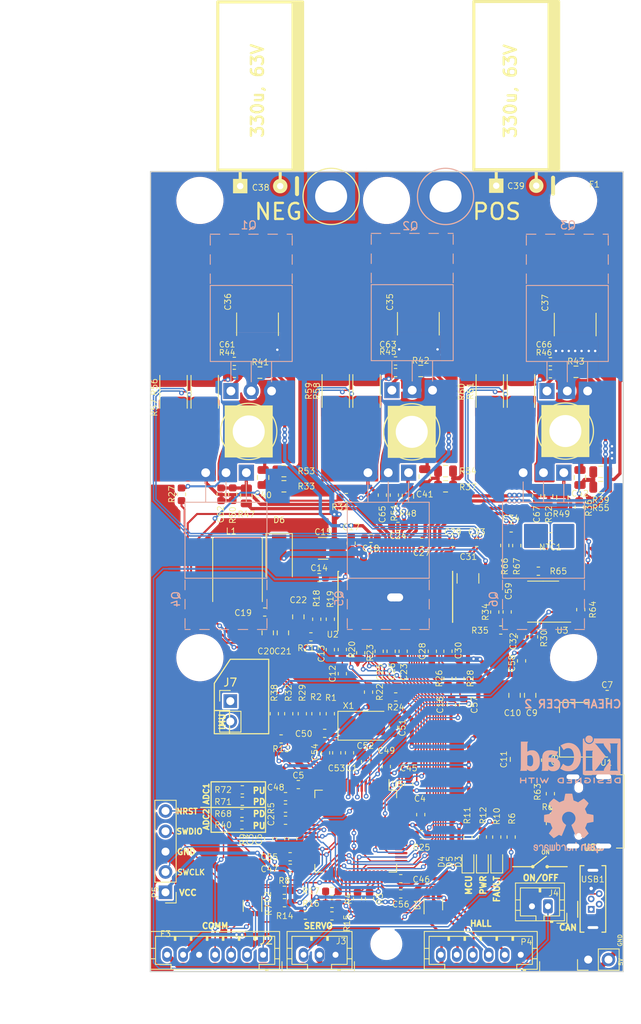
<source format=kicad_pcb>
(kicad_pcb (version 20221018) (generator pcbnew)
  (title_block (title "Cheap FOCer 2") (date "2019-03-04") (rev "1") (company "Shaman Systems, LLC") (comment 1 "by Lucas Schulte"))
  (layers (0 "F.Cu" signal "Top_Signal") (31 "B.Cu" signal "Bottom_Signal") (34 "B.Paste" user) (35 "F.Paste" user) (36 "B.SilkS" user "B.Silkscreen") (37 "F.SilkS" user "F.Silkscreen") (38 "B.Mask" user) (39 "F.Mask" user) (44 "Edge.Cuts" user))
  (net 0 "")
  (net 1 "+5V")
  (net 2 "GND")
  (net 3 "NRST")
  (net 4 "SWCLK")
  (net 5 "SWDIO")
  (net 6 "VCC")
  (net 7 "V_SUPPLY")
  (net 8 "/MCU/AN_IN")
  (net 9 "/Mosfet driver/H1_VS")
  (net 10 "/Mosfet driver/H2_VS")
  (net 11 "/Mosfet driver/H3_VS")
  (net 12 "/MCU/SENS1")
  (net 13 "/MCU/SENS2")
  (net 14 "/MCU/SENS3")
  (net 15 "/MCU/BR_SO2")
  (net 16 "/MCU/BR_SO1")
  (net 17 "/MCU/L3")
  (net 18 "/MCU/L2")
  (net 19 "/MCU/L1")
  (net 20 "/MCU/EN_GATE")
  (net 21 "/MCU/H3")
  (net 22 "/MCU/H2")
  (net 23 "/MCU/H1")
  (net 24 "/MCU/USB_DM")
  (net 25 "/MCU/USB_DP")
  (net 26 "/MCU/ADC_TEMP")
  (net 27 "/Mosfet driver/GH_A")
  (net 28 "/Mosfet driver/GL_A")
  (net 29 "/Mosfet driver/GL_B")
  (net 30 "/Mosfet driver/GH_B")
  (net 31 "/Mosfet driver/GH_C")
  (net 32 "/Mosfet driver/GL_C")
  (net 33 "/MCU/CS")
  (net 34 "/MCU/SLCK")
  (net 35 "/MCU/SDI")
  (net 36 "/MCU/SDO")
  (net 37 "/MCU/BR_SO3")
  (net 38 "Net-(U2-COMP)")
  (net 39 "/MCU/SCK_ADC_EXT")
  (net 40 "/MCU/MISO_ADC_EXT2")
  (net 41 "/MCU/RX_SDA_NSS")
  (net 42 "/MCU/TX_SCL_MOSI")
  (net 43 "/Mosfet driver/H2_LOW")
  (net 44 "/MCU/SERVO")
  (net 45 "PB4")
  (net 46 "PB3")
  (net 47 "PA15")
  (net 48 "PC15")
  (net 49 "PC14")
  (net 50 "PD2")
  (net 51 "PC13")
  (net 52 "PC5")
  (net 53 "PB12")
  (net 54 "PB2")
  (net 55 "SPA")
  (net 56 "SNA")
  (net 57 "SPC")
  (net 58 "SNC")
  (net 59 "SPB")
  (net 60 "SNB")
  (net 61 "Net-(U2-SS_TR)")
  (net 62 "Net-(U2-BST_BK)")
  (net 63 "Net-(C12-Pad2)")
  (net 64 "Net-(D6-K)")
  (net 65 "Net-(U2-BST_A)")
  (net 66 "Net-(U2-CP2)")
  (net 67 "/Mosfet driver/H3_LOW")
  (net 68 "/Mosfet driver/H1_LOW")
  (net 69 "Net-(U2-CP1)")
  (net 70 "/MCU/FAULT")
  (net 71 "Net-(U2-BST_B)")
  (net 72 "/HALL3")
  (net 73 "/Filters/HALL1_IN")
  (net 74 "/Filters/HALL2_IN")
  (net 75 "/RX_SDA_IN")
  (net 76 "/SCK_ADC_EXT_IN")
  (net 77 "/TX_SCL_MOSI_IN")
  (net 78 "/MISO_RX_SCL_IN")
  (net 79 "/MCU/LED_RED")
  (net 80 "/MCU/LED_GREEN")
  (net 81 "Net-(U2-GVDD)")
  (net 82 "Net-(U2-BST_C)")
  (net 83 "Net-(U2-DVDD)")
  (net 84 "Net-(U2-AVDD)")
  (net 85 "Net-(U5-PH0-OSC_IN)")
  (net 86 "Net-(U5-PH1-OSC_OUT)")
  (net 87 "Net-(U5-VCAP1)")
  (net 88 "Net-(C40-Pad2)")
  (net 89 "Net-(C41-Pad2)")
  (net 90 "Net-(C42-Pad2)")
  (net 91 "Net-(U5-VCAP2)")
  (net 92 "Net-(U3B-+)")
  (net 93 "Net-(Q1-G)")
  (net 94 "Net-(Q4-G)")
  (net 95 "Net-(Q2-G)")
  (net 96 "Net-(Q5-G)")
  (net 97 "Net-(Q3-G)")
  (net 98 "Net-(Q6-G)")
  (net 99 "Net-(D3-A)")
  (net 100 "Net-(D4-A)")
  (net 101 "Net-(D5-A)")
  (net 102 "Net-(J3-Pin_3)")
  (net 103 "Net-(J4-A)")
  (net 104 "Net-(U2-VSENSE)")
  (net 105 "Net-(U2-RT_CLK)")
  (net 106 "Net-(U2-DTC)")
  (net 107 "Net-(R30-Pad2)")
  (net 108 "Net-(U2-S01)")
  (net 109 "Net-(U2-S02)")
  (net 110 "Net-(U3A--)")
  (net 111 "Net-(U3B--)")
  (net 112 "Net-(U3A-+)")
  (net 119 "Net-(P6-CC)")
  (net 120 "Net-(P6-D+)")
  (net 121 "Net-(P6-D-)")
  (net 122 "Net-(P6-VCONN)")
  (net 124 "/Filters/TEMP_IN")
  (footprint "LED_SMD:LED_0603_1608Metric" (layer "F.Cu") (at 150.3 155.1 90)
    (fp_text reference "D4")
    (fp_text value "GRN")
  )
  (footprint "LED_SMD:LED_0603_1608Metric" (layer "F.Cu") (at 152.1 155.1 90)
    (fp_text reference "D5")
    (fp_text value "BLU")
  )
  (footprint "Resistor_SMD:R_0603_1608Metric" (layer "F.Cu") (at 160.6 114.6)
    (fp_text reference "NTC1")
    (fp_text value "NTC 10k")
  )
  (footprint "Crystal:Crystal_SMD_5032-2Pin_5.0x3.2mm" (layer "F.Cu") (at 137.1 138.2)
    (fp_text reference "X1")
    (fp_text value "8MHz 10ppm (X50328MSB2GI)")
  )
  (footprint "Capacitor_SMD:C_0603_1608Metric" (layer "F.Cu") (at 135.500001 141.582486 -90)
    (fp_text reference "C1")
    (fp_text value "100n")
  )
  (footprint "Resistor_SMD:R_0603_1608Metric" (layer "F.Cu") (at 133.3 158.882485 180)
    (fp_text reference "R17")
    (fp_text value "2k2")
  )
  (footprint "Resistor_SMD:R_0603_1608Metric" (layer "F.Cu") (at 127.9 136.7 90)
    (fp_text reference "R32")
    (fp_text value "2k2")
  )
  (footprint "Resistor_SMD:R_0603_1608Metric" (layer "F.Cu") (at 129.6 136.7 90)
    (fp_text reference "R29")
    (fp_text value "2k2")
  )
  (footprint "Resistor_SMD:R_0603_1608Metric" (layer "F.Cu") (at 114.5 109.3 -90)
    (fp_text reference "R27")
    (fp_text value "39k")
  )
  (footprint "Resistor_SMD:R_0603_1608Metric" (layer "F.Cu") (at 155.7 152.1 -90)
    (fp_text reference "R6")
    (fp_text value "100R")
  )
  (footprint "Resistor_SMD:R_0603_1608Metric" (layer "F.Cu") (at 126.95 139.85 180)
    (fp_text reference "R13")
    (fp_text value "10k")
  )
  (footprint "Resistor_SMD:R_0603_1608Metric" (layer "F.Cu") (at 133.3 160.4 180)
    (fp_text reference "R16")
    (fp_text value "2k2")
  )
  (footprint "Resistor_SMD:R_0603_1608Metric" (layer "F.Cu") (at 138 159.8 -90)
    (fp_text reference "R3")
    (fp_text value "22R")
  )
  (footprint "Resistor_SMD:R_0603_1608Metric" (layer "F.Cu") (at 136.5 159.8 -90)
    (fp_text reference "R4")
    (fp_text value "22R")
  )
  (footprint "Resistor_SMD:R_0603_1608Metric" (layer "F.Cu") (at 131.3 136.7 -90)
    (fp_text reference "R2")
    (fp_text value "2k2")
  )
  (footprint "Resistor_SMD:R_0603_1608Metric" (layer "F.Cu") (at 126.1 136.7 90)
    (fp_text reference "R38")
    (fp_text value "2k2")
  )
  (footprint "Capacitor_SMD:C_0603_1608Metric" (layer "F.Cu") (at 160 142.5 -90)
    (fp_text reference "C8")
    (fp_text value "2.2u")
  )
  (footprint "Capacitor_SMD:C_0603_1608Metric" (layer "F.Cu") (at 140.1 143.3 -90)
    (fp_text reference "C49")
    (fp_text value "2.2u")
  )
  (footprint "Capacitor_SMD:C_0603_1608Metric" (layer "F.Cu") (at 133.1 128.7 90)
    (fp_text reference "C13")
    (fp_text value "150p")
  )
  (footprint "Capacitor_SMD:C_0603_1608Metric" (layer "F.Cu") (at 129.1 145.55 180)
    (fp_text reference "C5")
    (fp_text value "2.2u")
  )
  (footprint "Capacitor_SMD:C_0603_1608Metric" (layer "F.Cu") (at 141.9 159.2)
    (fp_text reference "C56")
    (fp_text value "2.2u")
  )
  (footprint "Capacitor_SMD:C_0603_1608Metric" (layer "F.Cu") (at 137.5 142.7 -90)
    (fp_text reference "C52")
    (fp_text value "100n")
  )
  (footprint "Capacitor_SMD:C_0603_1608Metric" (layer "F.Cu") (at 133.900357 141.582483 -90)
    (fp_text reference "C53")
    (fp_text value "2.2u")
  )
  (footprint "Capacitor_SMD:C_0603_1608Metric" (layer "F.Cu") (at 128.1 156)
    (fp_text reference "C47")
    (fp_text value "2.2u")
  )
  (footprint "Capacitor_SMD:C_0603_1608Metric" (layer "F.Cu") (at 127.5 147.050001)
    (fp_text reference "C48")
    (fp_text value "2.2u")
  )
  (footprint "Capacitor_SMD:C_0603_1608Metric" (layer "F.Cu") (at 141.9 157.300001 180)
    (fp_text reference "C46")
    (fp_text value "2.2u")
  )
  (footprint "Capacitor_SMD:C_0603_1608Metric" (layer "F.Cu") (at 132.500357 141.582484 -90)
    (fp_text reference "C54")
    (fp_text value "2.2u")
  )
  (footprint "Capacitor_SMD:C_0603_1608Metric" (layer "F.Cu") (at 144.4 149.3 -90)
    (fp_text reference "C4")
    (fp_text value ".01uF")
  )
  (footprint "Package_TO_SOT_SMD:SOT-223-3_TabPin2" (layer "F.Cu") (at 163.65 138.7 180)
    (fp_text reference "U1")
    (fp_text value "AMS1117-3.3")
  )
  (footprint "Connector_PinHeader_2.54mm:PinHeader_1x05_P2.54mm_Vertical" (layer "F.Cu") (at 112.5 159 180)
    (fp_text reference "P5")
    (fp_text value "SWD")
  )
  (footprint "shapes3D:R_2512_Yageo_big_pads" (layer "F.Cu") (at 137.625 96.4 -90)
    (fp_text reference "R58")
    (fp_text value "0.001R")
  )
  (footprint "shapes3D:R_2512_Yageo_big_pads" (layer "F.Cu") (at 117.4 96.5 -90)
    (fp_text reference "R56")
    (fp_text value "0.001R")
  )
  (footprint "Inductor_SMD:L_Taiyo-Yuden_NR-60xx_HandSoldering" (layer "F.Cu") (at 121.5 118.7 -90)
    (fp_text reference "L1")
    (fp_text value "22u")
  )
  (footprint "Package_QFP:LQFP-64_10x10mm_P0.5mm" (layer "F.Cu") (at 136.275358 151.357487 -90)
    (fp_text reference "U5")
    (fp_text value "STM32F405RGT6")
  )
  (footprint "Capacitor_SMD:C_0603_1608Metric" (layer "F.Cu") (at 128.075357 154.557484 180)
    (fp_text reference "C55")
    (fp_text value "2.2u")
  )
  (footprint "Capacitor_SMD:C_0603_1608Metric" (layer "F.Cu") (at 128.4 152.3 90)
    (fp_text reference "C6")
    (fp_text value "100n")
  )
  (footprint "Capacitor_SMD:C_0603_1608Metric" (layer "F.Cu") (at 132.4 139.15 180)
    (fp_text reference "C50")
    (fp_text value "15p")
  )
  (footprint "Resistor_SMD:R_0603_1608Metric" (layer "F.Cu") (at 129.975 161.85 180)
    (fp_text reference "R14")
    (fp_text value "10k")
  )
  (footprint "Resistor_SMD:R_0603_1608Metric" (layer "F.Cu") (at 133.3 161.95 180)
    (fp_text reference "R15")
    (fp_text value "2k2")
  )
  (footprint "Resistor_SMD:R_0603_1608Metric" (layer "F.Cu") (at 160.6 150.4 90)
    (fp_text reference "R62")
    (fp_text value "5.1k")
  )
  (footprint "Connector_JST:JST_PH_B6B-PH-K_1x06_P2.00mm_Vertical" (layer "F.Cu") (at 156.9 166.8 180)
    (fp_text reference "P4")
    (fp_text value "HALL/Encoder")
  )
  (footprint "CRF1:1pin_4mm" (layer "F.Cu") (at 133.2 72.1 -90)
    (fp_text reference "NEG3")
    (fp_text value "MOTOR3" hide)
  )
  (footprint "Resistor_SMD:R_0603_1608Metric" (layer "F.Cu") (at 153.900001 152.1 90)
    (fp_text reference "R10")
    (fp_text value "100R")
  )
  (footprint "Package_SO:HTSSOP-56-1EP_6.1x14mm_P0.5mm_EP3.61x6.35mm" (layer "F.Cu") (at 141.26 122.1 90)
    (fp_text reference "U2")
    (fp_text value "DRV8301")
  )
  (footprint "Fiducial:Fiducial_1mm_Dia_2mm_Outer" (layer "F.Cu") (at 112.5 162.2 180)
    (fp_text reference "F3")
    (fp_text value "Fiducial")
  )
  (footprint "Connector_JST:JST_PH_B2B-PH-K_1x02_P2.00mm_Vertical" (layer "F.Cu") (at 160.3 160.75 180)
    (fp_text reference "J4")
    (fp_text value "On/Off")
  )
  (footprint "Capacitor_SMD:C_0603_1608Metric" (layer "F.Cu") (at 127.5 150.000001)
    (fp_text reference "C2")
    (fp_text value "0.01uF")
  )
  (footprint "Capacitor_SMD:C_0603_1608Metric" (layer "F.Cu") (at 126.9 152.3 90)
    (fp_text reference "C3")
    (fp_text value "0.01uF")
  )
  (footprint "Package_TO_SOT_SMD:SOT-363_SC-70-6" (layer "F.Cu") (at 123.375 160.7 -90)
    (fp_text reference "D2")
    (fp_text value " SMF05CT1G")
  )
  (footprint "Resistor_SMD:R_0603_1608Metric" (layer "F.Cu") (at 127.499999 148.5 180)
    (fp_text reference "R5")
    (fp_text value "100R")
  )
  (footprint "Resistor_SMD:R_0603_1608Metric" (layer "F.Cu") (at 127.375 160.3 180)
    (fp_text reference "R7")
    (fp_text value "100R")
  )
  (footprint "Resistor_SMD:R_0603_1608Metric" (layer "F.Cu") (at 127.35 158.75 180)
    (fp_text reference "R8")
    (fp_text value "100R")
  )
  (footprint "Resistor_SMD:R_0603_1608Metric" (layer "F.Cu") (at 125.4 152.3 -90)
    (fp_text reference "R9")
    (fp_text value "100R")
  )
  (footprint "Resistor_SMD:R_0603_1608Metric" (layer "F.Cu") (at 133.1 136.7 -90)
    (fp_text reference "R1")
    (fp_text value "39k")
  )
  (footprint "Resistor_SMD:R_0603_1608Metric" (layer "F.Cu") (at 150.3 152.1 90)
    (fp_text reference "R11")
    (fp_text value "100R")
  )
  (footprint "Resistor_SMD:R_0603_1608Metric" (layer "F.Cu") (at 144.5 151.8)
    (fp_text reference "R25")
    (fp_text value "2k2")
  )
  (footprint "Resistor_SMD:R_0603_1608Metric" (layer "F.Cu") (at 137.875 134 90)
    (fp_text reference "R22")
    (fp_text value "10k")
  )
  (footprint "Capacitor_SMD:C_0603_1608Metric" (layer "F.Cu") (at 142.2 128.9 -90)
    (fp_text reference "C23")
    (fp_text value "22n")
  )
  (footprint "Capacitor_SMD:C_0603_1608Metric" (layer "F.Cu") (at 147.8 128.9 90)
    (fp_text reference "C30")
    (fp_text value "2.2uF")
  )
  (footprint "Capacitor_SMD:C_0603_1608Metric" (layer "F.Cu") (at 145.85 128.9 -90)
    (fp_text reference "C28")
    (fp_text value "2.2uF")
  )
  (footprint "Capacitor_SMD:C_0805_2012Metric" (layer "F.Cu") (at 144.9 107.1 -90)
    (fp_text reference "C41")
    (fp_text value "4.7nF, 100V")
  )
  (footprint "Capacitor_SMD:C_0805_2012Metric" (layer "F.Cu") (at 164.3 107.2 -90)
    (fp_text reference "C42")
    (fp_text value "4.7nF, 100V")
  )
  (footprint "Resistor_SMD:R_0603_1608Metric" (layer "F.Cu") (at 160.6 146.6875 90)
    (fp_text reference "R63")
    (fp_text value "5.1k")
  )
  (footprint "Resistor_SMD:R_0805_2012Metric" (layer "F.Cu") (at 127.3 106.4 180)
    (fp_text reference "R53")
    (fp_text value "10R")
  )
  (footprint "Resistor_SMD:R_0805_2012Metric" (layer "F.Cu") (at 147.5 106.4 180)
    (fp_text reference "R54")
    (fp_text value "10R")
  )
  (footprint "Resistor_SMD:R_0805_2012Metric" (layer "F.Cu") (at 166.9 108.4 180)
    (fp_text reference "R55")
    (fp_text value "10R")
  )
  (footprint "Resistor_SMD:R_0603_1608Metric" (layer "F.Cu") (at 120.9 109.2875 -90)
    (fp_text reference "R50")
    (fp_text value "4.7k")
  )
  (footprint "Resistor_SMD:R_0603_1608Metric" (layer "F.Cu") (at 141.25 94.1)
    (fp_text reference "R45")
    (fp_text value "4.7k")
  )
  (footprint "Resistor_SMD:R_0603_1608Metric" (layer "F.Cu") (at 141.1 109.4 90)
    (fp_text reference "R51")
    (fp_text value "4.7k")
  )
  (footprint "Package_TO_SOT_SMD:SOT-363_SC-70-6" (layer "F.Cu") (at 145.975 160.5 90)
    (fp_text reference "D1")
    (fp_text value " SMF05CT1G")
  )
  (footprint "CRF1:1pin_4mm" (layer "F.Cu") (at 143.275 101.5 90)
    (fp_text reference "P2")
    (fp_text value "MOTOR1" hide)
  )
  (footprint "CRF1:1pin_4mm" (layer "F.Cu") (at 162.475 101.4 90)
    (fp_text reference "P3")
    (fp_text value "MOTOR1" hide)
  )
  (footprint "Capacitor_SMD:C_2220_5650Metric_Pad1.97x5.40mm_HandSolder" (layer "F.Cu") (at 144.1 88 -90)
    (fp_text reference "C35")
    (fp_text value "10uF, 100V")
  )
  (footprint "Capacitor_SMD:C_2220_5650Metric_Pad1.97x5.40mm_HandSolder" (layer "F.Cu") (at 124 88.0625 -90)
    (fp_text reference "C36")
    (fp_text value "10uF, 100V")
  )
  (footprint "Capacitor_SMD:C_2220_5650Metric_Pad1.97x5.40mm_HandSolder" (layer "F.Cu") (at 163.7 88.1 -90)
    (fp_text reference "C37")
    (fp_text value "10uF, 100V")
  )
  (footprint "Resistor_SMD:R_0603_1608Metric" (layer "F.Cu") (at 160.6 94.25)
    (fp_text reference "R46")
    (fp_text value "4.7k")
  )
  (footprint "Connector_USB:USB_Micro-B_Wuerth_614105150721_Vertical" (layer "F.Cu") (at 165.7 161.125 90)
    (fp_text reference "USB1")
    (fp_text value "USB Micro  U-D-M5DD-W-1")
  )
  (footprint "Capacitor_SMD:C_0603_1608Metric" (layer "F.Cu") (at 142.9 145.5 -90)
    (fp_text reference "C45")
    (fp_text value "2.2u")
  )
  (footprint "NetTie:NetTie-2_SMD_Pad0.5mm" (layer "F.Cu") (at 115.45 97.35 -90)
    (fp_text reference "NT1" hide)
    (fp_text value "Net-Tie_2")
  )
  (footprint "NetTie:NetTie-2_SMD_Pad0.5mm" (layer "F.Cu") (at 115.45 95.65 90)
    (fp_text reference "NT4" hide)
    (fp_text value "Net-Tie_2")
  )
  (footprint "NetTie:NetTie-2_SMD_Pad0.5mm" (layer "F.Cu") (at 135.675 95.5 90)
    (fp_text reference "NT5" hide)
    (fp_text value "Net-Tie_2")
  )
  (footprint "NetTie:NetTie-2_SMD_Pad0.5mm" (layer "F.Cu") (at 154.975 97.3 -90)
    (fp_text reference "NT3" hide)
    (fp_text value "Net-Tie_2")
  )
  (footprint "NetTie:NetTie-2_SMD_Pad0.5mm" (layer "F.Cu") (at 154.975 95.5 90)
    (fp_text reference "NT6" hide)
    (fp_text value "Net-Tie_2")
  )
  (footprint "MountingHole:MountingHole_3.2mm_M3_ISO14580_Pad" (layer "F.Cu") (at 116.8 72.6)
    (fp_text reference "H1")
    (fp_text value "MountingHole")
  )
  (footprint "MountingHole:MountingHole_3.2mm_M3_ISO14580_Pad" (layer "F.Cu") (at 163.5 72.6)
    (fp_text reference "H8")
    (fp_text value "MountingHole")
  )
  (footprint "MountingHole:MountingHole_3.2mm_M3_ISO14580_Pad" (layer "F.Cu") (at 163.5 129.7)
    (fp_text reference "H2")
    (fp_text value "MountingHole")
  )
  (footprint "MountingHole:MountingHole_3.2mm_M3_ISO14580_Pad" (layer "F.Cu") (at 116.8 129.7)
    (fp_text reference "H6")
    (fp_text value "MountingHole")
  )
  (footprint "Capacitor_SMD:C_0603_1608Metric" (layer "F.Cu") (at 139.2 128.9 -90)
    (fp_text reference "C25")
    (fp_text value "2.2uF")
  )
  (footprint "Capacitor_SMD:C_0603_1608Metric" (layer "F.Cu") (at 140.7 128.9 -90)
    (fp_text reference "C26")
    (fp_text value "2.2uF")
  )
  (footprint "Capacitor_SMD:C_0603_1608Metric" (layer "F.Cu") (at 134.6 131.7 90)
    (fp_text reference "C12")
    (fp_text value "6.8n")
  )
  (footprint "Capacitor_SMD:C_0603_1608Metric" (layer "F.Cu") (at 131.7 119.7 180)
    (fp_text reference "C14")
    (fp_text value "15nF")
  )
  (footprint "Capacitor_SMD:C_0603_1608Metric" (layer "F.Cu") (at 135.7 115.4 90)
    (fp_text reference "C17")
    (fp_text value "100n")
  )
  (footprint "Capacitor_SMD:C_0603_1608Metric" (layer "F.Cu") (at 138.175 114.8)
    (fp_text reference "C18")
    (fp_text value "220n")
  )
  (footprint "Capacitor_SMD:C_0603_1608Metric" (layer "F.Cu") (at 141.55 113.3)
    (fp_text reference "C24")
    (fp_text value "220n")
  )
  (footprint "Capacitor_SMD:C_0603_1608Metric" (layer "F.Cu") (at 144.5125 115.3)
    (fp_text reference "C27")
    (fp_text value "220n")
  )
  (footprint "Capacitor_SMD:C_1210_3225Metric" (layer "F.Cu") (at 132.2 116.05)
    (fp_text reference "C15")
    (fp_text value "4.7uF, 100V")
  )
  (footprint "Capacitor_SMD:C_0603_1608Metric" (layer "F.Cu") (at 124.9 124 180)
    (fp_text reference "C19")
    (fp_text value "2.2uF")
  )
  (footprint "MountingHole:MountingHole_3.2mm_M3_ISO14580_Pad" (layer "F.Cu") (at 141.2 122.175)
    (fp_text reference "H7")
    (fp_text value "MountingHole")
  )
  (footprint "Resistor_SMD:R_0603_1608Metric" (layer "F.Cu") (at 131.4 124.9 90)
    (fp_text reference "R18")
    (fp_text value "3.3k")
  )
  (footprint "Resistor_SMD:R_0603_1608Metric" (layer "F.Cu") (at 130.675 127.1)
    (fp_text reference "R21")
    (fp_text value "18k")
  )
  (footprint "Resistor_SMD:R_0603_1608Metric" (layer "F.Cu") (at 134.6 128.6875 -90)
    (fp_text reference "R20")
    (fp_text value "15k")
  )
  (footprint "Resistor_SMD:R_0603_1608Metric" (layer "F.Cu") (at 136.9 129.1 90)
    (fp_text reference "R23")
    (fp_text value "10k")
  )
  (footprint "Resistor_SMD:R_0603_1608Metric" (layer "F.Cu") (at 141.275 134.6 180)
    (fp_text reference "R24")
    (fp_text value "1k")
  )
  (footprint "Resistor_SMD:R_0603_1608Metric" (layer "F.Cu") (at 133.1 124.9 90)
    (fp_text reference "R19")
    (fp_text value "220k")
  )
  (footprint "Resistor_SMD:R_0603_1608Metric" (layer "F.Cu") (at 153.65 124 -90)
    (fp_text reference "R34")
    (fp_text value "10k")
  )
  (footprint "Resistor_SMD:R_0603_1608Metric" (layer "F.Cu") (at 154.4 126.25)
    (fp_text reference "R35")
    (fp_text value "10k")
  )
  (footprint "Resistor_SMD:R_0603_1608Metric" (layer "F.Cu") (at 135.1 109.7 180)
    (fp_text reference "R31")
    (fp_text value "39k")
  )
  (footprint "Resistor_SMD:R_0603_1608Metric" (layer "F.Cu") (at 164.2 110.9 -90)
    (fp_text reference "R36")
    (fp_text value "39k")
  )
  (footprint "Package_SO:SOIC-8_3.9x4.9mm_P1.27mm" (layer "F.Cu") (at 159.7 122.7 180)
    (fp_text reference "U3")
    (fp_text value "TP2604-SR")
  )
  (footprint "Resistor_SMD:R_0603_1608Metric" (layer "F.Cu") (at 152.1 152.1 90)
    (fp_text reference "R12")
    (fp_text value "2k2")
  )
  (footprint "Capacitor_SMD:C_0805_2012Metric" (layer "F.Cu") (at 127.175 126.6 90)
    (fp_text reference "C21")
    (fp_text value "22uf")
  )
  (footprint "Capacitor_SMD:C_0805_2012Metric" (layer "F.Cu") (at 158.075 134.4 -90)
    (fp_text reference "C9")
    (fp_text value "22uF")
  )
  (footprint "Capacitor_SMD:C_0805_2012Metric" (layer "F.Cu") (at 156.125 134.4 -90)
    (fp_text reference "C10")
    (fp_text value "22uF")
  )
  (footprint "Resistor_SMD:R_0805_2012Metric" (layer "F.Cu") (at 124.3 94.1)
    (fp_text reference "R41")
    (fp_text value "10R")
  )
  (footprint "Resistor_SMD:R_0805_2012Metric" (layer "F.Cu") (at 122.6 109.5 -90)
    (fp_text reference "R47")
    (fp_text value "10R")
  )
  (footprint "Resistor_SMD:R_0805_2012Metric" (layer "F.Cu") (at 142.8 109.5375 -90)
    (fp_text reference "R48")
    (fp_text value "10R")
  )
  (footprint "Resistor_SMD:R_0805_2012Metric" (layer "F.Cu") (at 144.4 93.9)
    (fp_text reference "R42")
    (fp_text value "10R")
  )
  (footprint "Resistor_SMD:R_0805_2012Metric" (layer "F.Cu") (at 163.8 94)
    (fp_text reference "R43")
    (fp_text value "10R")
  )
  (footprint "Resistor_SMD:R_0805_2012Metric" (layer "F.Cu") (at 162.1 109.7 -90)
    (fp_text reference "R49")
    (fp_text value "10R")
  )
  (footprint "CRF1:1pin_4mm" (layer "F.Cu") (at 122.9 101.45 90)
    (fp_text reference "P1")
    (fp_text value "MOTOR1" hide)
  )
  (footprint "shapes3D:R_2512_Yageo_big_pads" (layer "F.Cu") (at 153.025 96.4 -90)
    (fp_text reference "R60")
    (fp_text value "0.001R")
  )
  (footprint "Diode_SMD:D_SMA" (layer "F.Cu") (at 126.7 117.6 -90)
    (fp_text reference "D6")
    (fp_text value "100v, 1A")
  )
  (footprint "Connector_JST:JST_PH_B3B-PH-K_1x03_P2.00mm_Vertical" (layer "F.Cu") (at 133.75 166.8 180)
    (fp_text reference "J3")
    (fp_text value "Conn_01x03")
  )
  (footprint "MountingHole:MountingHole_3.2mm_M3_ISO14580_Pad" (layer "F.Cu") (at 140.1 165.45)
    (fp_text reference "H5")
    (fp_text value "MountingHole")
  )
  (footprint "Capacitor_SMD:C_0603_1608Metric" (layer "F.Cu") (at 167.7 134.3 180)
    (fp_text reference "C7")
    (fp_text value "100n")
  )
  (footprint "Connector_JST:JST_PH_B7B-PH-K_1x07_P2.00mm_Vertical" (layer "F.Cu") (at 124.7 166.8 180)
    (fp_text reference "J2")
    (fp_text value "Conn_01x07")
  )
  (footprint "Capacitor_SMD:C_0805_2012Metric" (layer "F.Cu") (at 125.275 126.6 90)
    (fp_text reference "C20")
    (fp_text value "22uf")
  )
  (footprint "Capacitor_SMD:C_0603_1608Metric" (layer "F.Cu") (at 148.4 115.3 180)
    (fp_text reference "C29")
    (fp_text value "1nF")
  )
  (footprint "Fiducial:Fiducial_1mm_Dia_2mm_Outer" (layer "F.Cu") (at 168.2 70.5)
    (fp_text reference "F1")
    (fp_text value "Fiducial")
  )
  (footprint "Fiducial:Fiducial_1mm_Dia_2mm_Outer" (layer "F.Cu") (at 112 70.4)
    (fp_text reference "F2" hide)
    (fp_text value "Fiducial")
  )
  (footprint "Capacitor_SMD:C_0603_1608Metric" (layer "F.Cu") (at 155.7 113.5)
    (fp_text reference "C34")
    (fp_text value "1nF")
  )
  (footprint "Capacitor_SMD:C_1210_3225Metric" (layer "F.Cu") (at 150.3 119.8 90)
    (fp_text reference "C31")
    (fp_text value "4.7uF, 100V")
  )
  (footprint "w_capacitors:CP_10x20mm_hor_with_model_brd_edge" (layer "F.Cu") (at 155.6 59.45 90)
    (fp_text reference "C39")
    (fp_text value "330u, 63V")
  )
  (footprint "Capacitor_SMD:C_0603_1608Metric" (layer "F.Cu") (at 151.4 115.3)
    (fp_text reference "C33")
    (fp_text value "1nF")
  )
  (footprint "shapes3D:R_2512_Yageo_big_pads" (layer "F.Cu") (at 113.5 96.5 -90)
    (fp_text reference "R57")
    (fp_text value "0.001R")
  )
  (footprint "shapes3D:R_2512_Yageo_big_pads" (layer "F.Cu") (at 133.775 96.4 -90)
    (fp_text reference "R59")
    (fp_text value "0.001R")
  )
  (footprint "shapes3D:R_2512_Yageo_big_pads" (layer "F.Cu") (at 156.925 96.4 -90)
    (fp_text reference "R61")
    (fp_text value "0.001R")
  )
  (footprint "Capacitor_SMD:C_0805_2012Metric" (layer "F.Cu") (at 156.3 142.4 90)
    (fp_text reference "C11")
    (fp_text value "22uF")
  )
  (footprint "Capacitor_SMD:C_0603_1608Metric" (layer "F.Cu") (at 141 138.4 90)
    (fp_text reference "C51")
    (fp_text value "15p")
  )
  (footprint "Capacitor_SMD:C_0805_2012Metric" (layer "F.Cu") (at 129.1 124.6 -90)
    (fp_text reference "C22")
    (fp_text value "22uf")
  )
  (footprint "NetTie:NetTie-2_SMD_Pad0.5mm" (layer "F.Cu") (at 135.675 97.3 -90)
    (fp_text reference "NT2" hide)
    (fp_text value "Net-Tie_2")
  )
  (footprint "Resistor_SMD:R_0603_1608Metric" (layer "F.Cu") (at 164.4 123.7 90)
    (fp_text reference "R64")
    (fp_text value "20k")
  )
  (footprint "Resistor_SMD:R_0603_1608Metric" (layer "F.Cu") (at 159.1 118.9)
    (fp_text reference "R65")
    (fp_text value "20k")
  )
  (footprint "Resistor_SMD:R_0603_1608Metric" (layer "F.Cu") (at 154.9 115.6875 90)
    (fp_text reference "R66")
    (fp_text value "1k")
  )
  (footprint "Resistor_SMD:R_0603_1608Metric" (layer "F.Cu") (at 156.4 115.7 90)
    (fp_text reference "R67")
    (fp_text value "1k")
  )
  (footprint "Capacitor_SMD:C_0603_1608Metric" (layer "F.Cu") (at 157 127.1 90)
    (fp_text reference "C32")
    (fp_text value "100n")
  )
  (footprint "Capacitor_SMD:C_0603_1608Metric" (layer "F.Cu") (at 148.25 135.6 90)
    (fp_text reference "C16")
    (fp_text value "1nF")
  )
  (footprint "Capacitor_SMD:C_0603_1608Metric" (layer "F.Cu") (at 149.75 135.6 90)
    (fp_text reference "C57")
    (fp_text value "1nF")
  )
  (footprint "Capacitor_SMD:C_0603_1608Metric" (layer "F.Cu") (at 157 130.1 90)
    (fp_text reference "C58")
    (fp_text value "1nF")
  )
  (footprint "Resistor_SMD:R_0603_1608Metric" (layer "F.Cu") (at 147.8 132.3 90)
    (fp_text reference "R26")
    (fp_text value "1k")
  )
  (footprint "Resistor_SMD:R_0603_1608Metric" (layer "F.Cu") (at 149.3 132.3 90)
    (fp_text reference "R28")
    (fp_text value "1k")
  )
  (footprint "Resistor_SMD:R_0603_1608Metric" (layer "F.Cu") (at 158.5 127.1 90)
    (fp_text reference "R30")
    (fp_text value "1k")
  )
  (footprint "Connector_PinHeader_2.54mm:PinHeader_1x02_P2.54mm_Vertical" (layer "F.Cu") (at 165.325 167.4 90)
    (fp_text reference "J6" hide)
    (fp_text value "Conn_01x03")
  )
  (footprint "Capacitor_SMD:C_0603_1608Metric" (layer "F.Cu") (at 155.2 123.987501 -90)
    (fp_text reference "C59")
    (fp_text value "100n")
  )
  (footprint "LED_SMD:LED_0603_1608Metric" (layer "F.Cu") (at 153.900001 155.1 90)
    (fp_text reference "D3")
    (fp_text value "RED")
  )
  (footprint "Resistor_SMD:R_0805_2012Metric" (layer "F.Cu") (at 127.3 108.3 180)
    (fp_text reference "R33")
    (fp_text value "10R")
  )
  (footprint "Resistor_SMD:R_0805_2012Metric" (layer "F.Cu") (at 147.5 108.3 180)
    (fp_text reference "R37")
    (fp_text value "10R")
  )
  (footprint "Resistor_SMD:R_0805_2012Metric" (layer "F.Cu") (at 166.9 106.5 180)
    (fp_text reference "R39")
    (fp_text value "10R")
  )
  (footprint "Capacitor_SMD:C_0805_2012Metric" (layer "F.Cu") (at 124.7 107.2 -90)
    (fp_text reference "C40")
    (fp_text value "4.7nF, 100V")
  )
  (footprint "w_capacitors:CP_10x20mm_hor_with_model_brd_edge" (layer "F.Cu") (at 123.6 59.5 90)
    (fp_text reference "C38")
    (fp_text value "330u, 63V")
  )
  (footprint "Resistor_SMD:R_0603_1608Metric" (layer "F.Cu") (at 121.1 94.2 180)
    (fp_text reference "R44")
    (fp_text value "4.7k")
  )
  (footprint "Resistor_SMD:R_0603_1608Metric" (layer "F.Cu") (at 160.4 109.5 90)
    (fp_text reference "R52")
    (fp_text value "4.7k")
  )
  (footprint "Capacitor_SMD:C_0603_1608Metric" (layer "F.Cu") (at 121.1 92.7 180)
    (fp_text reference "C61")
    (fp_text value "1nF")
  )
  (footprint "Capacitor_SMD:C_0603_1608Metric" (layer "F.Cu") (at 119.45 109.3 -90)
    (fp_text reference "C62")
    (fp_text value "1nF")
  )
  (footprint "Capacitor_SMD:C_0603_1608Metric" (layer "F.Cu") (at 141.25 92.65 180)
    (fp_text reference "C63")
    (fp_text value "1nF")
  )
  (footprint "Capacitor_SMD:C_0603_1608Metric" (layer "F.Cu") (at 139.6 109.4 -90)
    (fp_text reference "C65")
    (fp_text value "1nF")
  )
  (footprint "Capacitor_SMD:C_0603_1608Metric" (layer "F.Cu") (at 158.9 109.5 -90)
    (fp_text reference "C67")
    (fp_text value "1nF")
  )
  (footprint "Resistor_SMD:R_0603_1608Metric" (layer "F.Cu") (at 122.05 150.6)
    (fp_text reference "R40")
    (fp_text value "DNP")
  )
  (footprint "Resistor_SMD:R_0603_1608Metric" (layer "F.Cu") (at 122.053732 149.133732)
    (fp_text reference "R68")
    (fp_text value "DNP")
  )
  (footprint "Resistor_SMD:R_0603_1608Metric" (layer "F.Cu") (at 122.103732 147.633732)
    (fp_text reference "R71")
    (fp_text value "DNP")
  )
  (footprint "Resistor_SMD:R_0603_1608Metric" (layer "F.Cu") (at 122.1 146.2 180)
    (fp_text reference "R72")
    (fp_text value "DNP")
  )
  (footprint "Capacitor_SMD:C_0603_1608Metric" (layer "F.Cu") (at 160.6 92.75 180)
    (fp_text reference "C66")
    (fp_text value "1nF")
  )
  (footprint "MountingHole:MountingHole_3.2mm_M3_ISO14580_Pad" (layer "F.Cu") (at 140.125 72.6)
    (fp_text reference "H13")
    (fp_text value "MountingHole")
  )
  (footprint "Connector_USB:USB_C_Receptacle_JAE_DX07S016JA1R1500" (layer "F.Cu") (at 166.1 148.9 90)
    (fp_text reference "P6")
    (fp_text value "USB_C_Plug_USB2.0")
  )
  (footprint "Connector_PinHeader_2.54mm:PinHeader_1x02_P2.54mm_Vertical" (layer "F.Cu") (at 120.6 135.125)
    (fp_text reference "J7")
    (fp_text value "Conn_01x03")
  )
  (footprint "shapes3D:TO-220-3_Horizontal_TabUp_no_hole" (layer "B.Cu") (at 122.6 106.6 180)
    (fp_text reference "Q4")
    (fp_text value "NCEP60T20")
  )
  (footprint "shapes3D:TO-220-3_Horizontal_TabUp_no_hole" (layer "B.Cu") (at 140.795 96.3)
    (fp_text reference "Q2")
    (fp_text value "NCEP60T20")
  )
  (footprint "shapes3D:TO-220-3_Horizontal_TabUp_no_hole" (layer "B.Cu") (at 160.175 96.4)
    (fp_text reference "Q3")
    (fp_text value "NCEP60T20")
  )
  (footprint "CRF1:1pin_4mm" (layer "B.Cu") (at 147.5 72.1 -90)
    (fp_text reference "POS1")
    (fp_text value "POS" hide)
  )
  (footprint "shapes3D:TO-220-3_Horizontal_TabUp_no_hole" (layer "B.Cu") (at 120.675 96.4)
    (fp_text reference "Q1")
    (fp_text value "NCEP60T20")
  )
  (footprint "shapes3D:TO-220-3_Horizontal_TabUp_no_hole" (layer "B.Cu") (at 162.28 106.6 180)
    (fp_text reference "Q6")
    (fp_text value "NCEP60T20")
  )
  (footprint "shapes3D:TO-220-3_Horizontal_TabUp_no_hole" (layer "B.Cu") (at 142.88 106.6 180)
    (fp_text reference "Q5")
    (fp_text value "NCEP60T20")
  )
  (footprint "Symbol:OSHW-Logo2_9.8x8mm_SilkScreen" (layer "B.Cu") (at 162.9 150.4 180)
    (fp_text reference "H4" hide)
    (fp_text value "Open Hardware Logo" hide)
  )
  (footprint "Symbol:KiCad-Logo2_5mm_SilkScreen" (layer "B.Cu") (at 163.1 142.4 180)
    (fp_text reference "H9" hide)
    (fp_text value "KiCAD Logo" hide)
  )
  (gr_line (start 137.700001 69) (end 133.999999 69) (stroke (width 0.15)) (layer "B.SilkS"))
  (gr_line (start 125.4 129.9) (end 120.6 129.9) (stroke (width 0.15)) (layer "F.SilkS"))
  (gr_line (start 118.2 151.5) (end 125 151.5) (stroke (width 0.15)) (layer "F.SilkS"))
  (gr_line (start 125 151.5) (end 125 145.2) (stroke (width 0.15)) (layer "F.SilkS"))
  (gr_line (start 118.2 151.5) (end 118.2 145.2) (stroke (width 0.15)) (layer "F.SilkS"))
  (gr_line (start 125 148.4) (end 116.9 148.4) (stroke (width 0.15)) (layer "F.SilkS"))
  (gr_line (start 120.6 129.9) (end 118.6 132.9) (stroke (width 0.15)) (layer "F.SilkS"))
  (gr_line (start 125.4 139.2) (end 125.4 129.9) (stroke (width 0.15)) (layer "F.SilkS"))
  (gr_line (start 118.6 132.9) (end 118.6 139.2) (stroke (width 0.15)) (layer "F.SilkS"))
  (gr_line (start 155.9 155.8) (end 158.4 155.8) (stroke (width 0.15)) (layer "F.SilkS"))
  (gr_circle (center 160.2 155.8) (end 160.3 155.9) (stroke (width 0.15)) (fill none) (layer "F.SilkS"))
  (gr_line (start 158.4 155.8) (end 160.1 154.5) (stroke (width 0.15)) (layer "F.SilkS"))
  (gr_line (start 160.2 155.8) (end 162.7 155.8) (stroke (width 0.15)) (layer "F.SilkS"))
  (gr_line (start 120.5 136.3) (end 118.6 136.3) (stroke (width 0.15)) (layer "F.SilkS"))
  (gr_line (start 118.7 139.2) (end 125.4 139.2) (stroke (width 0.15)) (layer "F.SilkS"))
  (gr_line (start 120.5 139.2) (end 120.5 136.3) (stroke (width 0.15)) (layer "F.SilkS"))
  (gr_circle (center 158.4 155.8) (end 158.5 155.9) (stroke (width 0.15)) (fill none) (layer "F.SilkS"))
  (gr_line (start 125 145.2) (end 118.2 145.2) (stroke (width 0.15)) (layer "F.SilkS"))
  (gr_line (start 110.6 168.9) (end 169.7 168.9) (stroke (width 0.15)) (layer "Edge.Cuts"))
  (gr_line (start 110.625 69) (end 110.6 168.9) (stroke (width 0.15)) (layer "Edge.Cuts"))
  (gr_line (start 169.7 69) (end 110.625 69) (stroke (width 0.15)) (layer "Edge.Cuts"))
  (gr_line (start 169.7 168.9) (end 169.7 69) (stroke (width 0.15)) (layer "Edge.Cuts"))
  (gr_text "CHEAP FOCER 2" (at 163.4 135.5) (layer "B.SilkS") (effects (font (size 1 1) (thickness 0.2)) (justify mirror)))
  (gr_text "SWDIO" (at 115.5 151.4) (layer "F.SilkS") (effects (font (size 0.7 0.7) (thickness 0.175))))
  (gr_text "SWCLK" (at 115.7 156.5) (layer "F.SilkS") (effects (font (size 0.7 0.7))))
  (gr_text "GND" (at 115.1 153.95) (layer "F.SilkS") (effects (font (size 0.75 0.75) (thickness 0.1875))))
  (gr_text "VCC" (at 115.3 159.05) (layer "F.SilkS") (effects (font (size 0.75 0.75) (thickness 0.1875))))
  (gr_text "POS" (at 153.9 74) (layer "F.SilkS") (effects (font (size 2 2) (thickness 0.3))))
  (gr_text "IMU" (at 119.6 137.7 90) (layer "F.SilkS") (effects (font (size 0.75 0.75) (thickness 0.1875))))
  (gr_text "COMM\n" (at 118.7 163.2) (layer "F.SilkS") (effects (font (size 0.75 0.75) (thickness 0.1875))))
  (gr_text "SERVO" (at 131.6 163.2) (layer "F.SilkS") (effects (font (size 0.75 0.75) (thickness 0.1875))))
  (gr_text "HALL" (at 151.9 162.9) (layer "F.SilkS") (effects (font (size 0.75 0.75) (thickness 0.1875))))
  (gr_text "CAN" (at 162.8 163.4) (layer "F.SilkS") (effects (font (size 0.75 0.75) (thickness 0.1875))))
  (gr_text "ON/OFF" (at 159.4 157.2) (layer "F.SilkS") (effects (font (size 0.75 0.75) (thickness 0.1875))))
  (gr_text "USB" (at 165.9 153.4) (layer "F.SilkS") (effects (font (size 0.75 0.75) (thickness 0.1875))))
  (gr_text "5V" (at 169.4 167.7 90) (layer "F.SilkS") (effects (font (size 0.5 0.5) (thickness 0.1))))
  (gr_text "GND" (at 169.3 165 90) (layer "F.SilkS") (effects (font (size 0.5 0.5) (thickness 0.1))))
  (gr_text "ON" (at 160 154) (layer "F.SilkS") (effects (font (size 0.5 0.5) (thickness 0.1))))
  (gr_text "PWR" (at 152.2 158.1 90) (layer "F.SilkS") (effects (font (size 0.75 0.75) (thickness 0.1875))))
  (gr_text "FAULT" (at 153.9 158.6 90) (layer "F.SilkS") (effects (font (size 0.75 0.75) (thickness 0.1875))))
  (gr_text "MCU" (at 150.4 158.1 90) (layer "F.SilkS") (effects (font (size 0.75 0.75) (thickness 0.1875))))
  (gr_text "PU" (at 124.2 146.3) (layer "F.SilkS") (effects (font (size 0.75 0.75) (thickness 0.1875))))
  (gr_text "PD" (at 124.2 147.7) (layer "F.SilkS") (effects (font (size 0.75 0.75) (thickness 0.1875))))
  (gr_text "ADC1" (at 117.6 146.7 90) (layer "F.SilkS") (effects (font (size 0.7 0.7) (thickness 0.175))))
  (gr_text "ADC2" (at 117.6 149.9 90) (layer "F.SilkS") (effects (font (size 0.7 0.7) (thickness 0.175))))
  (gr_text "NRST" (at 115.2 148.9) (layer "F.SilkS") (effects (font (size 0.7 0.7) (thickness 0.175))))
  (gr_text "PU" (at 124.2 150.7) (layer "F.SilkS") (effects (font (size 0.75 0.75) (thickness 0.1875))))
  (gr_text "NEG" (at 126.6 74) (layer "F.SilkS") (effects (font (size 2 2) (thickness 0.3))))
  (gr_text "PD" (at 124.2 149.2) (layer "F.SilkS") (effects (font (size 0.75 0.75) (thickness 0.1875))))
  (segment (start 166.85 134.999999) (end 166.85 136.350001) (width 1.016) (layer "F.Cu") (net 1))
  (segment (start 163.65 133.9) (end 164.95 133.9) (width 0.508) (layer "F.Cu") (net 1))
  (segment (start 163.65 133.9) (end 163.2 133.9) (width 0.635) (layer "F.Cu") (net 1))
  (segment (start 131.199994 128.5) (end 131.2 128.499994) (width 0.635) (layer "F.Cu") (net 1))
  (segment (start 151.000001 129.85) (end 151.050001 129.9) (width 0.508) (layer "F.Cu") (net 1))
  (segment (start 167.7 167.54) (end 167.12049 168.11951) (width 0.635) (layer "F.Cu") (net 1))
  (segment (start 152.4 130.55) (end 152.4 131.25) (width 0.508) (layer "F.Cu") (net 1))
  (segment (start 159.4 131.8) (end 152.95 131.8) (width 0.635) (layer "F.Cu") (net 1))
  (segment (start 166.7375 133.899999) (end 166.85 134.012499) (width 0.508) (layer "F.Cu") (net 1))
  (segment (start 163.2 133.9) (end 162.9 133.6) (width 0.635) (layer "F.Cu") (net 1))
  (segment (start 125.275 125.6625) (end 129.225 125.6625) (width 0.635) (layer "F.Cu") (net 1))
  (segment (start 151 129.85) (end 151.7 129.85) (width 0.508) (layer "F.Cu") (net 1))
  (segment (start 163.550001 133.8875) (end 166.8375 133.8875) (width 0.1778) (layer "F.Cu") (net 1))
  (segment (start 128.3375 125.65) (end 126.925 125.65) (width 0.254) (layer "F.Cu") (net 1))
  (segment (start 151.000001 129.85) (end 151.00001 129.85) (width 0.635) (layer "F.Cu") (net 1))
  (segment (start 145.325 161.45) (end 145.325 162.575) (width 0.3048) (layer "F.Cu") (net 1))
  (segment (start 168.994501 163.694399) (end 168.994501 166.205601) (width 0.635) (layer "F.Cu") (net 1))
  (segment (start 151.05 129.9) (end 151 129.85) (width 0.635) (layer "F.Cu") (net 1))
  (segment (start 166.85 134.575774) (end 166.85 135.000039) (width 0.508) (layer "F.Cu") (net 1))
  (segment (start 145.325 162.575) (end 147 164.25) (width 0.3048) (layer "F.Cu") (net 1))
  (segment (start 132.88049 168.11951) (end 148.01951 168.11951) (width 0.635) (layer "F.Cu") (net 1))
  (segment (start 168.8 142.8) (end 168.8 163.605499) (width 0.635) (layer "F.Cu") (net 1))
  (segment (start 166.85 134.012499) (end 166.85 134.575774) (width 0.508) (layer "F.Cu") (net 1))
  (segment (start 151 129.85) (end 151.000001 129.85) (width 0.508) (layer "F.Cu") (net 1))
  (segment (start 151.7 129.85) (end 152.4 130.55) (width 0.508) (layer "F.Cu") (net 1))
  (segment (start 168.8 163.605499) (end 168.905601 163.605499) (width 0.635) (layer "F.Cu") (net 1))
  (segment (start 151.375736 129.9) (end 151.8 129.9) (width 0.508) (layer "F.Cu") (net 1))
  (segment (start 164.95 133.9) (end 166.7375 133.899999) (width 0.508) (layer "F.Cu") (net 1))
  (segment (start 168.905601 163.605499) (end 168.994501 163.694399) (width 0.635) (layer "F.Cu") (net 1))
  (segment (start 129.8875 128.1125) (end 130.275 128.5) (width 0.635) (layer "F.Cu") (net 1))
  (segment (start 112.7 166.8) (end 114.01951 168.11951) (width 0.635) (layer "F.Cu") (net 1))
  (segment (start 168.994501 166.205601) (end 167.760102 167.44) (width 0.635) (layer "F.Cu") (net 1))
  (segment (start 162.9 133.6) (end 161.2 133.6) (width 0.635) (layer "F.Cu") (net 1))
  (segment (start 130.275 128.5) (end 131.199994 128.5) (width 0.635) (layer "F.Cu") (net 1))
  (segment (start 151.8 129.9) (end 151.05 129.9) (width 0.635) (layer "F.Cu") (net 1))
  (segment (start 114.01951 168.11951) (end 132.88049 168.11951) (width 0.635) (layer "F.Cu") (net 1))
  (segment (start 129.8875 126.325) (end 129.8875 127.1) (width 0.635) (layer "F.Cu") (net 1))
  (segment (start 168.8 138.15) (end 168.8 142.8) (width 0.635) (layer "F.Cu") (net 1))
  (segment (start 131.6 167.483) (end 132.23651 168.11951) (width 0.508) (layer "F.Cu") (net 1))
  (segment (start 163.475 133.9) (end 163.65 133.9) (width 1.016) (layer "F.Cu") (net 1))
  (segment (start 167.05 136.4) (end 168.8 138.15) (width 0.635) (layer "F.Cu") (net 1))
  (segment (start 152.95 131.8) (end 152.4 131.25) (width 0.635) (layer "F.Cu") (net 1))
  (segment (start 147 168.11951) (end 148.78049 168.11951) (width 0.508) (layer "F.Cu") (net 1))
  (segment (start 147 166.6) (end 147 168.11951) (width 0.508) (layer "F.Cu") (net 1))
  (segment (start 129.8875 127.1) (end 129.8875 128.1125) (width 0.635) (layer "F.Cu") (net 1))
  (segment (start 167.12049 168.11951) (end 148.01951 168.11951) (width 0.635) (layer "F.Cu") (net 1))
  (segment (start 166.85 133.875001) (end 166.850001 134.9) (width 1.016) (layer "F.Cu") (net 1))
  (segment (start 163.65 133.9) (end 166.7375 133.899999) (width 1.016) (layer "F.Cu") (net 1))
  (segment (start 166.85 133.787499) (end 166.7375 133.899999) (width 0.508) (layer "F.Cu") (net 1))
  (segment (start 131.6 166.8) (end 131.6 167.483) (width 0.508) (layer "F.Cu") (net 1))
  (segment (start 129.225 125.6625) (end 129.8875 126.325) (width 0.635) (layer "F.Cu") (net 1))
  (segment (start 147 164.25) (end 147 166.6) (width 0.3048) (layer "F.Cu") (net 1))
  (segment (start 161.2 133.6) (end 159.4 131.8) (width 0.635) (layer "F.Cu") (net 1))
  (segment (start 132.23651 168.11951) (end 132.88049 168.11951) (width 0.508) (layer "F.Cu") (net 1))
  (segment (start 148.78049 168.11951) (end 148.01951 168.11951) (width 0.508) (layer "F.Cu") (net 1))
  (segment (start 166.8375 133.8875) (end 166.85 133.9) (width 0.1778) (layer "F.Cu") (net 1))
  (segment (start 151.050001 129.9) (end 151.375736 129.9) (width 0.508) (layer "F.Cu") (net 1))
  (via (at 130.275 128.5) (size 0.6) (drill 0.3) (layers "F.Cu" "B.Cu") (net 1))
  (via (at 131.2 128.499994) (size 0.6) (drill 0.3) (layers "F.Cu" "B.Cu") (net 1))
  (via (at 151.8 129.9) (size 0.6) (drill 0.3) (layers "F.Cu" "B.Cu") (net 1))
  (via (at 151.00001 129.85) (size 0.6) (drill 0.3) (layers "F.Cu" "B.Cu") (net 1))
  (segment (start 130.69927 128.499994) (end 130.775736 128.499994) (width 0.635) (layer "B.Cu") (net 1))
  (segment (start 151.375736 129.9) (end 151.8 129.9) (width 0.635) (layer "B.Cu") (net 1))
  (segment (start 130.699264 128.5) (end 130.69927 128.499994) (width 0.635) (layer "B.Cu") (net 1))
  (segment (start 151.8 129.9) (end 151.05001 129.9) (width 0.635) (layer "B.Cu") (net 1))
  (segment (start 132.75 129.9) (end 151.375736 129.9) (width 0.635) (layer "B.Cu") (net 1))
  (segment (start 130.775736 128.499994) (end 131.2 128.499994) (width 0.635) (layer "B.Cu") (net 1))
  (segment (start 131.35 128.5) (end 132.75 129.9) (width 0.635) (layer "B.Cu") (net 1))
  (segment (start 130.699264 128.5) (end 130.275 128.5) (width 0.635) (layer "B.Cu") (net 1))
  (segment (start 130.699264 128.5) (end 131.35 128.5) (width 0.635) (layer "B.Cu") (net 1))
  (segment (start 151.05001 129.9) (end 151.00001 129.85) (width 0.635) (layer "B.Cu") (net 1))
  (segment (start 136.935001 93.4) (end 134.765 93.4) (width 1.27) (layer "F.Cu") (net 2))
  (segment (start 149.2 107.3) (end 149.5 107) (width 0.508) (layer "F.Cu") (net 2))
  (segment (start 137.8 94.264999) (end 135.810001 94.264999) (width 1.27) (layer "F.Cu") (net 2))
  (segment (start 140 128.9875) (end 140 128.9) (width 0.4064) (layer "F.Cu") (net 2))
  (segment (start 116.635 93.6) (end 114.265 93.6) (width 1.27) (layer "F.Cu") (net 2))
  (segment (start 136.399999 94.9) (end 135.325001 94.9) (width 1.016) (layer "F.Cu") (net 2))
  (segment (start 130 91.425) (end 124 85.425) (width 0.4064) (layer "F.Cu") (net 2))
  (segment (start 140 128.9) (end 139.2125 129.6875) (width 0.4064) (layer "F.Cu") (net 2))
  (segment (start 126.9 153.5) (end 127.3 153.900001) (width 0.3048) (layer "F.Cu") (net 2))
  (segment (start 132.500358 140.794986) (end 133.900358 140.794986) (width 0.254) (layer "F.Cu") (net 2))
  (segment (start 127.3 153.900001) (end 127.3 155.199999) (width 0.3048) (layer "F.Cu") (net 2))
  (segment (start 167.8375 107.4375) (end 167.8375 106.5) (width 0.4064) (layer "F.Cu") (net 2))
  (segment (start 128.2375 107.3375) (end 128.7625 107.3375) (width 0.4064) (layer "F.Cu") (net 2))
  (segment (start 131.54211 139.49539) (end 131.54211 140.8) (width 0.1778) (layer "F.Cu") (net 2))
  (segment (start 135.400357 140.794986) (end 136.694986 140.794986) (width 0.1778) (layer "F.Cu") (net 2))
  (segment (start 117.3 94.365) (end 113.5 94.365) (width 1.27) (layer "F.Cu") (net 2))
  (segment (start 167.8375 107.4375) (end 168.5625 107.4375) (width 0.4064) (layer "F.Cu") (net 2))
  (segment (start 127.287858 153.912143) (end 127.287858 154.557484) (width 0.3048) (layer "F.Cu") (net 2))
  (segment (start 167.8375 108.4) (end 167.8375 107.4375) (width 0.4064) (layer "F.Cu") (net 2))
  (segment (start 127.3 155.199999) (end 127.3 155.9875) (width 0.3048) (layer "F.Cu") (net 2))
  (segment (start 148.4375 106.4) (end 148.4375 107.1625) (width 0.4064) (layer "F.Cu") (net 2))
  (segment (start 155.1875 126.25) (end 155.1875 124.787501) (width 0.254) (layer "F.Cu") (net 2))
  (segment (start 169.29479 106.70521) (end 169.29479 90.89479) (width 0.4064) (layer "F.Cu") (net 2))
  (segment (start 155.075 95.3) (end 155.075 94.6) (width 0.1778) (layer "F.Cu") (net 2))
  (segment (start 128.2375 107.3375) (end 128.2375 106.4) (width 0.4064) (layer "F.Cu") (net 2))
  (segment (start 132.500357 140.794984) (end 131.405016 140.794984) (width 0.254) (layer "F.Cu") (net 2))
  (segment (start 130 106.1) (end 130 91.425) (width 0.4064) (layer "F.Cu") (net 2))
  (segment (start 168.5625 107.4375) (end 169.29479 106.70521) (width 0.4064) (layer "F.Cu") (net 2))
  (segment (start 128.4 153.0875) (end 126.9 153.0875) (width 0.3048) (layer "F.Cu") (net 2))
  (segment (start 115.95 95.15) (end 114.585 95.15) (width 1.016) (layer "F.Cu") (net 2))
  (segment (start 149.5 90.7625) (end 144.1 85.3625) (width 0.4064) (layer "F.Cu") (net 2))
  (segment (start 128.7625 107.3375) (end 130 106.1) (width 0.4064) (layer "F.Cu") (net 2))
  (segment (start 128.2375 106.4) (end 128.2375 107.775) (width 0.3048) (layer "F.Cu") (net 2))
  (segment (start 131.405016 140.794984) (end 131.410032 140.8) (width 0.1778) (layer "F.Cu") (net 2))
  (segment (start 127.3 153.900001) (end 127.287858 153.912143) (width 0.3048) (layer "F.Cu") (net 2))
  (segment (start 149.5 107) (end 149.5 92.9625) (width 0.508) (layer "F.Cu") (net 2))
  (segment (start 148.4375 107.3) (end 149.2 107.3) (width 0.508) (layer "F.Cu") (net 2))
  (segment (start 126.9 153.0875) (end 126.9 153.5) (width 0.3048) (layer "F.Cu") (net 2))
  (segment (start 157.075 93.3) (end 153.175 93.3) (width 1.016) (layer "F.Cu") (net 2))
  (segment (start 131.410032 140.8) (end 131.54211 140.8) (width 0.1778) (layer "F.Cu") (net 2))
  (segment (start 148.4375 107.1625) (end 148.4375 108.3) (width 0.4064) (layer "F.Cu") (net 2))
  (segment (start 135.325001 94.9) (end 133.925 93.499999) (width 1.016) (layer "F.Cu") (net 2))
  (segment (start 140.7 129.6875) (end 140 128.9875) (width 0.4064) (layer "F.Cu") (net 2))
  (segment (start 135.500001 140.794986) (end 136.694986 140.794986) (width 0.3048) (layer "F.Cu") (net 2))
  (segment (start 149.5 92.9625) (end 149.5 90.7625) (width 0.4064) (layer "F.Cu") (net 2))
  (segment (start 128.2375 108.3) (end 128.2375 107.3375) (width 0.4064) (layer "F.Cu") (net 2))
  (segment (start 117.5 93.6) (end 115.95 95.15) (width 1.016) (layer "F.Cu") (net 2))
  (segment (start 157 94.265) (end 153.15 94.265) (width 1.27) (layer "F.Cu") (net 2))
  (segment (start 154.875 95) (end 156.09 95) (width 0.1778) (layer "F.Cu") (net 2))
  (segment (start 169.29479 90.89479) (end 163.8625 85.4625) (width 0.4064) (layer "F.Cu") (net 2))
  (segment (start 137.038388 147.33608) (end 135.799999 148.574469) (width 0.1778) (layer "F.Cu") (net 3))
  (segment (start 137.038388 143.949112) (end 137.038388 147.33608) (width 0.1778) (layer "F.Cu") (net 3))
  (segment (start 137.025356 144.979686) (end 137.025356 145.657486) (width 0.1778) (layer "F.Cu") (net 3))
  (segment (start 137.5 143.4875) (end 137.038388 143.949112) (width 0.1778) (layer "F.Cu") (net 3))
  (segment (start 135.799999 148.574469) (end 135.5 148.874468) (width 0.1778) (layer "F.Cu") (net 3))
  (via (at 135.5 148.874468) (size 0.6) (drill 0.3) (layers "F.Cu" "B.Cu") (net 3))
  (segment (start 134.636968 149.7375) (end 135.200001 149.174467) (width 0.1778) (layer "B.Cu") (net 3))
  (segment (start 132.1625 149.7375) (end 134.636968 149.7375) (width 0.1778) (layer "B.Cu") (net 3))
  (segment (start 112.175 148.84) (end 117.377081 148.84) (width 0.1778) (layer "B.Cu") (net 3))
  (segment (start 117.377081 148.84) (end 120.927081 152.39) (width 0.1778) (layer "B.Cu") (net 3))
  (segment (start 120.927081 152.39) (end 129.51 152.39) (width 0.1778) (layer "B.Cu") (net 3))
  (segment (start 135.200001 149.174467) (end 135.5 148.874468) (width 0.1778) (layer "B.Cu") (net 3))
  (segment (start 129.51 152.39) (end 132.1625 149.7375) (width 0.1778) (layer "B.Cu") (net 3))
  (segment (start 126.14211 155.624264) (end 126.14211 155.2) (width 0.1778) (layer "F.Cu") (net 4))
  (segment (start 126.550366 157.469665) (end 126.14211 157.061409) (width 0.1778) (layer "F.Cu") (net 4))
  (segment (start 137.242101 153.542101) (end 136.323112 152.623112) (width 0.1778) (layer "F.Cu") (net 4))
  (segment (start 126.14211 157.061409) (end 126.14211 155.624264) (width 0.1778) (layer "F.Cu") (net 4))
  (segment (start 135.748321 152.623112) (end 131.643758 156.727675) (width 0.1778) (layer "F.Cu") (net 4))
  (segment (start 130.096013 156.727675) (end 129.354023 157.469665) (width 0.1778) (layer "F.Cu") (net 4))
  (segment (start 136.323112 152.623112) (end 135.748321 152.623112) (width 0.1778) (layer "F.Cu") (net 4))
  (segment (start 137.242102 154.192102) (end 137.242101 153.542101) (width 0.1778) (layer "F.Cu") (net 4))
  (segment (start 131.643758 156.727675) (end 130.096013 156.727675) (width 0.1778) (layer "F.Cu") (net 4))
  (segment (start 141.975358 155.107487) (end 138.157487 155.107487) (width 0.1778) (layer "F.Cu") (net 4))
  (segment (start 138.157487 155.107487) (end 137.242102 154.192102) (width 0.1778) (layer "F.Cu") (net 4))
  (segment (start 129.354023 157.469665) (end 126.550366 157.469665) (width 0.1778) (layer "F.Cu") (net 4))
  (via (at 126.14211 155.2) (size 0.6) (drill 0.3) (layers "F.Cu" "B.Cu") (net 4))
  (segment (start 115 153.3) (end 113.024999 155.275001) (width 0.1778) (layer "B.Cu") (net 4))
  (segment (start 113.024999 155.610001) (end 112.175 156.46) (width 0.1778) (layer "B.Cu") (net 4))
  (segment (start 126.14211 155.2) (end 124.24211 153.3) (width 0.1778) (layer "B.Cu") (net 4))
  (segment (start 124.24211 153.3) (end 115 153.3) (width 0.1778) (layer "B.Cu") (net 4))
  (segment (start 113.024999 155.275001) (end 113.024999 155.610001) (width 0.1778) (layer "B.Cu") (net 4))
  (segment (start 139.025358 157.057487) (end 139.1 157.132129) (width 0.1778) (layer "F.Cu") (net 5))
  (segment (start 131.700016 157.8) (end 129.885822 157.8) (width 0.1778) (layer "F.Cu") (net 5))
  (segment (start 119.879287 158.079287) (end 113.18 151.38) (width 0.1778) (layer "F.Cu") (net 5))
  (segment (start 129.885822 157.8) (end 129.606535 158.079287) (width 0.1778) (layer "F.Cu") (net 5))
  (segment (start 129.606535 158.079287) (end 119.879287 158.079287) (width 0.1778) (layer "F.Cu") (net 5))
  (segment (start 139.1 158.475736) (end 139.1 158.9) (width 0.1778) (layer "F.Cu") (net 5))
  (segment (start 139.1 157.132129) (end 139.1 158.475736) (width 0.1778) (layer "F.Cu") (net 5))
  (via (at 131.757108 157.788159) (size 0.6) (drill 0.3) (layers "F.Cu" "B.Cu") (net 5))
  (via (at 139.1 158.9) (size 0.6) (drill 0.3) (layers "F.Cu" "B.Cu") (net 5))
  (segment (start 134.375 158.9) (end 138.675736 158.9) (width 0.1778) (layer "B.Cu") (net 5))
  (segment (start 131.700016 157.8) (end 133.275 157.8) (width 0.1778) (layer "B.Cu") (net 5))
  (segment (start 133.275 157.8) (end 134.375 158.9) (width 0.1778) (layer "B.Cu") (net 5))
  (segment (start 138.675736 158.9) (end 139.1 158.9) (width 0.1778) (layer "B.Cu") (net 5))
  (segment (start 150.8 126.6) (end 150.8 126.0625) (width 0.254) (layer "F.Cu") (net 6))
  (segment (start 124.8 162.7) (end 128.175 162.7) (width 0.1778) (layer "F.Cu") (net 6))
  (segment (start 166.8 138.7) (end 160.499999 138.7) (width 1.27) (layer "F.Cu") (net 6))
  (segment (start 129.875 161) (end 128.3375 162.5375) (width 0.508) (layer "F.Cu") (net 6))
  (segment (start 146.475 156.5) (end 144.738849 156.5) (width 0.4064) (layer "F.Cu") (net 6))
  (segment (start 150.3 127.1) (end 150.8 126.6) (width 0.254) (layer "F.Cu") (net 6))
  (segment (start 149.189979 150.710017) (end 149.189979 153.117309) (width 0.4064) (layer "F.Cu") (net 6))
  (segment (start 157.125001 124.65) (end 156.8125 124.962501) (width 0.254) (layer "F.Cu") (net 6))
  (segment (start 151.6 134.05) (end 150.3 132.75) (width 0.508) (layer "F.Cu") (net 6))
  (segment (start 161.553408 125.5) (end 164.999445 125.5) (width 0.4064) (layer "F.Cu") (net 6))
  (segment (start 146.01 125.065) (end 146.01 125.85) (width 0.254) (layer "F.Cu") (net 6))
  (segment (start 151.487354 150.850888) (end 151.184099 150.547633) (width 0.1778) (layer "F.Cu") (net 6))
  (segment (start 142.180211 158.105211) (end 141.88021 158.405212) (width 0.4064) (layer "F.Cu") (net 6))
  (segment (start 160.505274 116.405274) (end 159.8 115.7) (width 0.254) (layer "F.Cu") (net 6))
  (segment (start 149.9125 123.95) (end 152.5 121.3625) (width 0.4064) (layer "F.Cu") (net 6))
  (segment (start 149.75 125.15) (end 149.75 125.45) (width 0.254) (layer "F.Cu") (net 6))
  (segment (start 164.999445 125.5) (end 166 124.499445) (width 0.4064) (layer "F.Cu") (net 6))
  (segment (start 156.350888 126.949112) (end 156.2 127.1) (width 0.254) (layer "F.Cu") (net 6))
  (segment (start 142.9 146.2875) (end 141.950358 147.237142) (width 0.254) (layer "F.Cu") (net 6))
  (segment (start 126.693999 145.093999) (end 126.693999 145.4565) (width 0.508) (layer "F.Cu") (net 6))
  (segment (start 148.46979 154.50521) (end 146.475 156.5) (width 0.4064) (layer "F.Cu") (net 6))
  (segment (start 150.4 145.6) (end 150.4 149.499996) (width 0.4064) (layer "F.Cu") (net 6))
  (segment (start 121.2625 152.2) (end 121.2625 150.6) (width 0.1778) (layer "F.Cu") (net 6))
  (segment (start 157.45 139.1) (end 160.1 139.1) (width 1.016) (layer "F.Cu") (net 6))
  (segment (start 151.2 149.3) (end 151.15 149.25) (width 0.254) (layer "F.Cu") (net 6))
  (segment (start 152.5 121.324272) (end 152.5 117.7) (width 0.254) (layer "F.Cu") (net 6))
  (segment (start 141.574112 157.761613) (end 141.1125 157.300001) (width 0.4064) (layer "F.Cu") (net 6))
  (segment (start 156.8125 124.962501) (end 156.8125 126.4875) (width 0.254) (layer "F.Cu") (net 6))
  (segment (start 143.8875 146.2875) (end 143.9 146.3) (width 0.254) (layer "F.Cu") (net 6))
  (segment (start 131.885015 142.369984) (end 131.65936 142.144329) (width 0.1778) (layer "F.Cu") (net 6))
  (segment (start 146.275 124.8) (end 146.01 125.065) (width 0.254) (layer "F.Cu") (net 6))
  (segment (start 150.3 127.55) (end 149.85 127.1) (width 0.508) (layer "F.Cu") (net 6))
  (segment (start 140.869987 157.057487) (end 140.025358 157.057487) (width 0.254) (layer "F.Cu") (net 6))
  (segment (start 151.6 139.1) (end 151.6 134.05) (width 0.508) (layer "F.Cu") (net 6))
  (segment (start 126.437998 145.35) (end 126.693999 145.093999) (width 0.1778) (layer "F.Cu") (net 6))
  (segment (start 126.575 164.3) (end 121.375 164.3) (width 0.508) (layer "F.Cu") (net 6))
  (segment (start 127.825888 146.588389) (end 128.2875 147.050001) (width 0.508) (layer "F.Cu") (net 6))
  (segment (start 129.875 161) (end 129.875 161.1125) (width 0.254) (layer "F.Cu") (net 6))
  (segment (start 166 117.4) (end 165.005274 116.405274) (width 0.254) (layer "F.Cu") (net 6))
  (segment (start 128.775 156) (end 128.075 156.7) (width 0.254) (layer "F.Cu") (net 6))
  (segment (start 129.875 161.1125) (end 129.1875 161.8) (width 0.254) (layer "F.Cu") (net 6))
  (segment (start 145.2875 151.8) (end 145.2875 151.072535) (width 0.1778) (layer "F.Cu") (net 6))
  (segment (start 149.189979 153.117309) (end 148.46979 153.837498) (width 0.4064) (layer "F.Cu") (net 6))
  (segment (start 129.317514 155.857486) (end 130.067515 155.107485) (width 0.254) (layer "F.Cu") (net 6))
  (segment (start 137.875 134.7875) (end 137.875 135.525) (width 0.4064) (layer "F.Cu") (net 6))
  (segment (start 123.1625 154.1) (end 123.975 154.1) (width 0.1778) (layer "F.Cu") (net 6))
  (segment (start 159.953408 127.1) (end 161.553408 125.5) (width 0.4064) (layer "F.Cu") (net 6))
  (segment (start 148.46979 153.837498) (end 148.46979 154.50521) (width 0.4064) (layer "F.Cu") (net 6))
  (segment (start 128.3375 162.5375) (end 126.575 164.3) (width 0.508) (layer "F.Cu") (net 6))
  (segment (start 157.45 139.1) (end 155.3 139.1) (width 0.508) (layer "F.Cu") (net 6))
  (segment (start 150.8 126.0625) (end 153.65 123.2125) (width 0.254) (layer "F.Cu") (net 6))
  (segment (start 141.950358 147.237142) (end 141.950358 147.607487) (width 0.254) (layer "F.Cu") (net 6))
  (segment (start 133.5 142.770341) (end 133.5 144.391274) (width 0.1778) (layer "F.Cu") (net 6))
  (segment (start 151.6 139.1) (end 150.4 140.3) (width 0.4064) (layer "F.Cu") (net 6))
  (segment (start 132.500358 142.369985) (end 133.900356 142.369985) (width 0.1778) (layer "F.Cu") (net 6))
  (segment (start 140.659101 135.884101) (end 137.940163 135.884101) (width 0.508) (layer "F.Cu") (net 6))
  (segment (start 149.75 125.025) (end 149.75 124.1125) (width 0.4064) (layer "F.Cu") (net 6))
  (segment (start 149.75 127) (end 149.75 124.075) (width 0.4064) (layer "F.Cu") (net 6))
  (segment (start 131.375 159.6) (end 131.375 159.7) (width 0.254) (layer "F.Cu") (net 6))
  (segment (start 140.3625 144.1) (end 141.1 144.1) (width 0.254) (layer "F.Cu") (net 6))
  (segment (start 131.375 159.7) (end 132.175 160.5) (width 0.254) (layer "F.Cu") (net 6))
  (segment (start 166 118.4) (end 166 117.4) (width 0.254) (layer "F.Cu") (net 6))
  (segment (start 155.675 139.1) (end 157.45 139.1) (width 0.254) (layer "F.Cu") (net 6))
  (segment (start 141.88021 158.405212) (end 141.88021 159.683638) (width 0.4064) (layer "F.Cu") (net 6))
  (segment (start 140.025358 144.162142) (end 140.025358 145.682487) (width 0.254) (layer "F.Cu") (net 6))
  (segment (start 151.638388 150.850888) (end 151.487354 150.850888) (width 0.1778) (layer "F.Cu") (net 6))
  (segment (start 149.75 124.1125) (end 149.9125 123.95) (width 0.4064) (layer "F.Cu") (net 6))
  (segment (start 141.784101 135.884101) (end 143.279279 137.379279) (width 0.508) (layer "F.Cu") (net 6))
  (segment (start 143.279279 140.375736) (end 143.279279 140.8) (width 0.508) (layer "F.Cu") (net 6))
  (segment (start 151.15 149.25) (end 150.649996 149.25) (width 0.254) (layer "F.Cu") (net 6))
  (segment (start 165.005274 116.405274) (end 160.505274 116.405274) (width 0.254) (layer "F.Cu") (net 6))
  (segment (start 128.175 162.7) (end 128.3375 162.5375) (width 0.1778) (layer "F.Cu") (net 6))
  (segment (start 121.2625 152.2) (end 123.1625 154.1) (width 0.1778) (layer "F.Cu") (net 6))
  (segment (start 166 124.499445) (end 166 122.6) (width 0.4064) (layer "F.Cu") (net 6))
  (segment (start 149.85 127.1) (end 149.75 127) (width 0.4064) (layer "F.Cu") (net 6))
  (segment (start 123.7375 145.35) (end 126.437998 145.35) (width 0.1778) (layer "F.Cu") (net 6))
  (segment (start 151.6 127.1) (end 155.3 127.1) (width 0.4064) (layer "F.Cu") (net 6))
  (segment (start 141.363848 160.2) (end 141.099294 160.2) (width 0.4064) (layer "F.Cu") (net 6))
  (segment (start 132.500357 142.369984) (end 131.885015 142.369984) (width 0.1778) (layer "F.Cu") (net 6))
  (segment (start 137.940163 135.884101) (end 137.515899 135.884101) (width 0.508) (layer "F.Cu") (net 6))
  (segment (start 137.875 135.525) (end 137.515899 135.884101) (width 0.4064) (layer "F.Cu") (net 6))
  (segment (start 153.25 139.1) (end 151.6 139.1) (width 0.508) (layer "F.Cu") (net 6))
  (segment (start 133.5 144.391274) (end 133.830166 144.721443) (width 0.1778) (layer "F.Cu") (net 6))
  (segment (start 130.575358 148.607485) (end 129.607485 148.607485) (width 0.254) (layer "F.Cu") (net 6))
  (segment (start 152.5 117.7) (end 152.6 117.6) (width 0.254) (layer "F.Cu") (net 6))
  (segment (start 134.025358 144.916632) (end 134.025358 145.657484) (width 0.1778) (layer "F.Cu") (net 6))
  (segment (start 124.025 161.925) (end 124.8 162.7) (width 0.1778) (layer "F.Cu") (net 6))
  (segment (start 150.4 149.499996) (end 149.189979 150.710017) (width 0.4064) (layer "F.Cu") (net 6))
  (segment (start 140.67503 160.2) (end 139.175 160.2) (width 0.4064) (layer "F.Cu") (net 6))
  (segment (start 140.4875 134.6) (end 140.4875 135.7125) (width 0.4064) (layer "F.Cu") (net 6))
  (segment (start 156.2 127.1) (end 159.953408 127.1) (width 0.4064) (layer "F.Cu") (net 6))
  (segment (start 143.279279 137.379279) (end 143.279279 140.375736) (width 0.508) (layer "F.Cu") (net 6))
  (segment (start 143.133638 158.105211) (end 142.180211 158.105211) (width 0.4064) (layer "F.Cu") (net 6))
  (segment (start 142.9 146.2875) (end 143.8875 146.2875) (width 0.254) (layer "F.Cu") (net 6))
  (segment (start 129.607485 148.607485) (end 128.2875 147.2875) (width 0.254) (layer "F.Cu") (net 6))
  (segment (start 156.8125 126.4875) (end 156.350888 126.949112) (width 0.254) (layer "F.Cu") (net 6))
  (segment (start 150.3 132.75) (end 150.3 127.55) (width 0.508) (layer "F.Cu") (net 6))
  (segment (start 141.099294 160.2) (end 140.67503 160.2) (width 0.4064) (layer "F.Cu") (net 6))
  (segment (start 132.5125 161.9) (end 132.5125 158.882485) (width 0.1778) (layer "F.Cu") (net 6))
  (segment (start 133.900356 142.369985) (end 133.5 142.770341) (width 0.1778) (layer "F.Cu") (net 6))
  (segment (start 155.675 139.1) (end 155.3 139.1) (width 0.4064) (layer "F.Cu") (net 6))
  (segment (start 160.25 141.9125) (end 160.25 138.95) (width 0.508) (layer "F.Cu") (net 6))
  (segment (start 151.6 127.1) (end 149.85 127.1) (width 0.4064) (layer "F.Cu") (net 6))
  (segment (start 138.01 118.35) (end 138.01 116.30138) (width 0.254) (layer "F.Cu") (net 6))
  (segment (start 142.180211 158.105211) (end 141.91771 158.105211) (width 0.4064) (layer "F.Cu") (net 6))
  (segment (start 141.91771 158.105211) (end 141.574112 157.761613) (width 0.4064) (layer "F.Cu") (net 6))
  (segment (start 132.175 160.5) (end 132.4125 160.5) (width 0.254) (layer "F.Cu") (net 6))
  (segment (start 152.5 121.3625) (end 152.5 117.6) (width 0.4064) (layer "F.Cu") (net 6))
  (segment (start 159.8125 115.612499) (end 159.8125 114.5) (width 0.1778) (layer "F.Cu") (net 6))
  (segment (start 150.4 142.8) (end 150.4 143.1) (width 0.4064) (layer "F.Cu") (net 6))
  (segment (start 126.693999 145.4565) (end 127.825888 146.588389) (width 0.508) (layer "F.Cu") (net 6))
  (segment (start 155.3 139.1) (end 153.25 139.1) (width 0.508) (layer "F.Cu") (net 6))
  (segment (start 150.4 140.3) (end 150.4 142.8) (width 0.4064) (layer "F.Cu") (net 6))
  (segment (start 149.75 125.45) (end 149.1 124.8) (width 0.254) (layer "F.Cu") (net 6))
  (segment (start 150.3 127.1) (end 156.2 127.1) (width 0.4064) (layer "F.Cu") (net 6))
  (segment (start 150.4 143.1) (end 150.4 145.6) (width 0.4064) (layer "F.Cu") (net 6))
  (segment (start 140.4875 135.7125) (end 140.659101 135.884101) (width 0.4064) (layer "F.Cu") (net 6))
  (segment (start 133.830169 144.721443) (end 134.025358 144.916632) (width 0.1778) (layer "F.Cu") (net 6))
  (segment (start 128.862858 155.857486) (end 129.317514 155.857486) (width 0.254) (layer "F.Cu") (net 6))
  (segment (start 151.6 139.1) (end 150.8875 139.8125) (width 0.508) (layer "F.Cu") (net 6))
  (segment (start 126.693999 144.080999) (end 126.693999 145.093999) (width 0.508) (layer "F.Cu") (net 6))
  (segment (start 138.01 116.30138) (end 137.99409 116.28547) (width 0.254) (layer "F.Cu") (net 6))
  (segment (start 140.659101 135.884101) (end 141.784101 135.884101) (width 0.508) (layer "F.Cu") (net 6))
  (segment (start 150.649996 149.25) (end 149.499995 150.400001) (width 0.4064) (layer "F.Cu") (net 6))
  (segment (start 133.830166 144.721443) (end 133.830169 144.721443) (width 0.1778) (layer "F.Cu") (net 6))
  (segment (start 122.8875 146.2) (end 123.7375 145.35) (width 0.1778) (layer "F.Cu") (net 6))
  (segment (start 152.1 151.3125) (end 151.638388 150.850888) (width 0.1778) (layer "F.Cu") (net 6))
  (segment (start 149.1 124.8) (end 146.275 124.8) (width 0.254) (layer "F.Cu") (net 6))
  (segment (start 127.575 143.199998) (end 126.693999 144.080999) (width 0.508) (layer "F.Cu") (net 6))
  (segment (start 150.3 127.55) (end 149.75 127) (width 0.4064) (layer "F.Cu") (net 6))
  (segment (start 145.2875 151.072535) (end 145.460035 150.9) (width 0.1778) (layer "F.Cu") (net 6))
  (segment (start 140.5 144.0875) (end 140.1 144.0875) (width 0.1778) (layer "F.Cu") (net 6))
  (segment (start 166 122.6) (end 166 118.4) (width 0.3048) (layer "F.Cu") (net 6))
  (segment (start 149.499995 150.400001) (end 149.199996 150.7) (width 0.4064) (layer "F.Cu") (net 6))
  (segment (start 144.738849 156.5) (end 143.133638 158.105211) (width 0.4064) (layer "F.Cu") (net 6))
  (segment (start 151.184099 150.547633) (end 151.184099 149.415901) (width 0.1778) (layer "F.Cu") (net 6))
  (segment (start 141.88021 159.683638) (end 141.363848 160.2) (width 0.4064) (layer "F.Cu") (net 6))
  (via (at 123.975 154.1) (size 0.6) (drill 0.3) (layers "F.Cu" "B.Cu") (net 6))
  (via (at 143.279279 140.8) (size 0.6) (drill 0.3) (layers "F.Cu" "B.Cu") (net 6))
  (via (at 150.4 145.6) (size 0.6) (drill 0.3) (layers "F.Cu" "B.Cu") (net 6))
  (via (at 139.175 160.2) (size 0.6) (drill 0.3) (layers "F.Cu" "B.Cu") (net 6))
  (via (at 140.67503 160.2) (size 0.6) (drill 0.3) (layers "F.Cu" "B.Cu") (net 6))
  (via (at 129.875 161) (size 0.6) (drill 0.3) (layers "F.Cu" "B.Cu") (net 6))
  (via (at 150.4 143.1) (size 0.6) (drill 0.3) (layers "F.Cu" "B.Cu") (net 6))
  (via (at 137.99409 116.28547) (size 0.6) (drill 0.3) (layers "F.Cu" "B.Cu") (net 6))
  (via (at 131.65936 142.144329) (size 0.6) (drill 0.3) (layers "F.Cu" "B.Cu") (net 6))
  (via (at 128.075 156.7) (size 0.6) (drill 0.3) (layers "F.Cu" "B.Cu") (net 6))
  (via (at 127.575 143.199998) (size 0.6) (drill 0.3) (layers "F.Cu" "B.Cu") (net 6))
  (via (at 145.460035 150.9) (size 0.6) (drill 0.3) (layers "F.Cu" "B.Cu") (net 6))
  (via (at 152.5 117.6) (size 0.6) (drill 0.3) (layers "F.Cu" "B.Cu") (net 6))
  (via (at 150.8875 139.8125) (size 0.6) (drill 0.3) (layers "F.Cu" "B.Cu") (net 6))
  (via (at 149.199996 150.7) (size 0.6) (drill 0.3) (layers "F.Cu" "B.Cu") (net 6))
  (via (at 131.375 159.6) (size 0.6) (drill 0.3) (layers "F.Cu" "B.Cu") (net 6))
  (via (at 143.9 146.3) (size 0.6) (drill 0.3) (layers "F.Cu" "B.Cu") (net 6))
  (via (at 122.075 164.3) (size 0.6) (drill 0.3) (layers "F.Cu" "B.Cu") (net 6))
  (via (at 139.975 160.2) (size 0.6) (drill 0.3) (layers "F.Cu" "B.Cu") (net 6))
  (via (at 141.1 144.1) (size 0.6) (drill 0.3) (layers "F.Cu" "B.Cu") (net 6))
  (via (at 137.515899 135.884101) (size 0.6) (drill 0.3) (layers "F.Cu" "B.Cu") (net 6))
  (via (at 121.375 164.3) (size 0.6) (drill 0.3) (layers "F.Cu" "B.Cu") (net 6))
  (segment (start 140.67503 160.2) (end 139.175 160.2) (width 0.4064) (layer "B.Cu") (net 6))
  (segment (start 150.4 145.6) (end 149.7 146.3) (width 0.4064) (layer "B.Cu") (net 6))
  (segment (start 116.5 154.1) (end 113.5 157.1) (width 0.4064) (layer "B.Cu") (net 6))
  (segment (start 117.2 164.3) (end 115.381347 166.118653) (width 0.508) (layer "B.Cu") (net 6))
  (segment (start 129.875 161) (end 128.775 161) (width 0.4064) (layer "B.Cu") (net 6))
  (segment (start 122.075 164.3) (end 117.2 164.3) (width 0.508) (layer "B.Cu") (net 6))
  (segment (start 131.275 159.6) (end 129.875 161) (width 0.4064) (layer "B.Cu") (net 6))
  (segment (start 145.460035 150.9) (end 145.960034 150.400001) (width 0.1778) (layer "B.Cu") (net 6))
  (segment (start 128.075 156.7) (end 127.375 156) (width 0.4064) (layer "B.Cu") (net 6))
  (segment (start 131.65936 141.54064) (end 137.315899 135.884101) (width 0.3048) (layer "B.Cu") (net 6))
  (segment (start 131.65936 142.144329) (end 130.603691 143.199998) (width 0.4064) (layer "B.Cu") (net 6))
  (segment (start 128.775 161) (end 128.075 160.3) (width 0.4064) (layer "B.Cu") (net 6))
  (segment (start 142.680078 143.1) (end 150.4 143.1) (width 0.254) (layer "B.Cu") (net 6))
  (segment (start 123.6 154.1) (end 116.5 154.1) (width 0.4064) (layer "B.Cu") (net 6))
  (segment (start 150.8875 139.8125) (end 149.9 140.8) (width 0.508) (layer "B.Cu") (net 6))
  (segment (start 130.603691 143.199998) (end 127.999264 143.199998) (width 0.4064) (layer "B.Cu") (net 6))
  (segment (start 139.175 160.2) (end 138.575 159.6) (width 0.4064) (layer "B.Cu") (net 6))
  (segment (start 148.899997 150.400001) (end 149.199996 150.7) (width 0.1778) (layer "B.Cu") (net 6))
  (segment (start 137.99409 116.28547) (end 138.07956 116.2) (width 0.254) (layer "B.Cu") (net 6))
  (segment (start 127.375 156) (end 125.875 156) (width 0.4064) (layer "B.Cu") (net 6))
  (segment (start 127.999264 143.199998) (end 127.575 143.199998) (width 0.4064) (layer "B.Cu") (net 6))
  (segment (start 131.65936 142.144329) (end 131.65936 141.54064) (width 0.3048) (layer "B.Cu") (net 6))
  (segment (start 137.315899 135.884101) (end 137.515899 135.884101) (width 0.254) (layer "B.Cu") (net 6))
  (segment (start 113.5 157.1) (end 113.5 157.7) (width 0.4064) (layer "B.Cu") (net 6))
  (segment (start 145.960034 150.400001) (end 148.899997 150.400001) (width 0.1778) (layer "B.Cu") (net 6))
  (segment (start 144.324264 146.3) (end 143.9 146.3) (width 0.4064) (layer "B.Cu") (net 6))
  (segment (start 113.5 157.7) (end 112.2 159) (width 0.4064) (layer "B.Cu") (net 6))
  (segment (start 138.07956 116.2) (end 151.2 116.2) (width 0.254) (layer "B.Cu") (net 6))
  (segment (start 115.381347 166.118653) (end 114.7 166.8) (width 0.508) (layer "B.Cu") (net 6))
  (segment (start 125.875 156) (end 123.975 154.1) (width 0.4064) (layer "B.Cu") (net 6))
  (segment (start 149.7 146.3) (end 144.324264 146.3) (width 0.4064) (layer "B.Cu") (net 6))
  (segment (start 141.1 144.1) (end 142.1 143.1) (width 0.254) (layer "B.Cu") (net 6))
  (segment (start 128.075 160.3) (end 128.075 156.7) (width 0.4064) (layer "B.Cu") (net 6))
  (segment (start 138.575 159.6) (end 131.375 159.6) (width 0.4064) (layer "B.Cu") (net 6))
  (segment (start 151.2 116.2) (end 152.6 117.6) (width 0.254) (layer "B.Cu") (net 6))
  (segment (start 142.1 143.1) (end 142.680078 143.1) (width 0.254) (layer "B.Cu") (net 6))
  (segment (start 131.375 159.6) (end 131.275 159.6) (width 0.254) (layer "B.Cu") (net 6))
  (segment (start 143.703543 140.8) (end 143.279279 140.8) (width 0.508) (layer "B.Cu") (net 6))
  (segment (start 149.9 140.8) (end 143.703543 140.8) (width 0.508) (layer "B.Cu") (net 6))
  (segment (start 150.3875 119.0125) (end 150.3875 118.3125) (width 0.508) (layer "F.Cu") (net 7))
  (segment (start 135.54399 117.00601) (end 135.853958 117.00601) (width 0.508) (layer "F.Cu") (net 7))
  (segment (start 135.48049 117.06951) (end 135.54399 117.00601) (width 0.508) (layer "F.Cu") (net 7))
  (segment (start 134.2 111.8) (end 133.900001 112.099999) (width 0.635) (layer "F.Cu") (net 7))
  (segment (start 149.7875 118.3125) (end 148.2725 118.3125) (width 0.4064) (layer "F.Cu") (net 7))
  (segment (start 135.8 118.7) (end 135.8 119.250802) (width 0.508) (layer "F.Cu") (net 7))
  (segment (start 133.6 111.8) (end 133.557211 111.757211) (width 0.254) (layer "F.Cu") (net 7))
  (segment (start 122.864987 127.464987) (end 129.7 134.3) (width 0.254) (layer "F.Cu") (net 7))
  (segment (start 135.8 119.250802) (end 136.055199 119.506001) (width 0.508) (layer "F.Cu") (net 7))
  (segment (start 136.055199 119.506001) (end 149.893999 119.506001) (width 0.508) (layer "F.Cu") (net 7))
  (segment (start 150.3 118.4) (end 148.36 118.4) (width 0.635) (layer "F.Cu") (net 7))
  (segment (start 135.454612 117.06951) (end 133.6 117.06951) (width 0.635) (layer "F.Cu") (net 7))
  (segment (start 133.557211 111.757211) (end 116.442789 111.757211) (width 0.254) (layer "F.Cu") (net 7))
  (segment (start 116.442789 111.757211) (end 115.281011 112.918989) (width 0.254) (layer "F.Cu") (net 7))
  (segment (start 135.853958 117.36094) (end 135.8 117.414898) (width 0.508) (layer "F.Cu") (net 7))
  (segment (start 129.7 134.3) (end 131.4875 134.3) (width 0.254) (layer "F.Cu") (net 7))
  (segment (start 149.893999 119.506001) (end 150.3875 119.0125) (width 0.508) (layer "F.Cu") (net 7))
  (segment (start 133.900001 112.099999) (end 133.6 112.4) (width 0.635) (layer "F.Cu") (net 7))
  (segment (start 135.8 118.7) (end 135.8 117.414898) (width 0.635) (layer "F.Cu") (net 7))
  (segment (start 132.638388 135.450888) (end 133.1 135.9125) (width 0.254) (layer "F.Cu") (net 7))
  (segment (start 133.6 112.4) (end 133.6 116.05) (width 0.635) (layer "F.Cu") (net 7))
  (segment (start 135.454612 117.06951) (end 135.48049 117.06951) (width 0.508) (layer "F.Cu") (net 7))
  (segment (start 115.281011 112.918989) (end 115.281011 122.522181) (width 0.254) (layer "F.Cu") (net 7))
  (segment (start 120.223817 127.464987) (end 122.864987 127.464987) (width 0.254) (layer "F.Cu") (net 7))
  (segment (start 133.6 111.8) (end 134.2 111.8) (width 0.635) (layer "F.Cu") (net 7))
  (segment (start 133.6 111.8) (end 133.6 112.4) (width 0.635) (layer "F.Cu") (net 7))
  (segment (start 133.6 117.06951) (end 133.6 116.05) (width 0.635) (layer "F.Cu") (net 7))
  (segment (start 115.281011 122.522181) (end 120.223817 127.464987) (width 0.254) (layer "F.Cu") (net 7))
  (segment (start 135.853958 117.00601) (end 135.853958 117.36094) (width 0.508) (layer "F.Cu") (net 7))
  (segment (start 131.4875 134.3) (end 132.638388 135.450888) (width 0.254) (layer "F.Cu") (net 7))
  (via (at 146.5 91.2) (size 0.6) (drill 0.3) (layers "F.Cu" "B.Cu") (net 7))
  (via (at 141.7 91.2) (size 0.6) (drill 0.3) (layers "F.Cu" "B.Cu") (net 7))
  (via (at 126.475 91.25) (size 0.6) (drill 0.3) (layers "F.Cu" "B.Cu") (net 7))
  (via (at 163.7 91.4) (size 0.6) (drill 0.3) (layers "F.Cu" "B.Cu") (net 7))
  (via (at 166.2 91.4) (size 0.6) (drill 0.3) (layers "F.Cu" "B.Cu") (net 7))
  (via (at 162.9 91.4) (size 0.6) (drill 0.3) (layers "F.Cu" "B.Cu") (net 7))
  (via (at 162.1 91.4) (size 0.6) (drill 0.3) (layers "F.Cu" "B.Cu") (net 7))
  (via (at 165.4 91.4) (size 0.6) (drill 0.3) (layers "F.Cu" "B.Cu") (net 7))
  (via (at 161.3 91.4) (size 0.6) (drill 0.3) (layers "F.Cu" "B.Cu") (net 7))
  (via (at 164.5 91.4) (size 0.6) (drill 0.3) (layers "F.Cu" "B.Cu") (net 7))
  (via (at 134.2 111.8) (size 0.6) (drill 0.3) (layers "F.Cu" "B.Cu") (net 7))
  (via (at 133.6 111.8) (size 0.6) (drill 0.3) (layers "F.Cu" "B.Cu") (net 7))
  (segment (start 133.3 111.5) (end 133.6 111.8) (width 0.635) (layer "B.Cu") (net 7))
  (segment (start 131.6 91.2) (end 129.85 92.95) (width 0.1778) (layer "B.Cu") (net 7))
  (segment (start 128.15 91.25) (end 129.85 92.95) (width 0.635) (layer "B.Cu") (net 7))
  (segment (start 129.85 105.835423) (end 133.284099 109.269522) (width 0.635) (layer "B.Cu") (net 7))
  (segment (start 126.475 91.25) (end 128.15 91.25) (width 0.635) (layer "B.Cu") (net 7))
  (segment (start 133.284099 109.269522) (end 133.284099 111.084099) (width 0.635) (layer "B.Cu") (net 7))
  (segment (start 166 91.2) (end 166.2 91.4) (width 0.1778) (layer "B.Cu") (net 7))
  (segment (start 129.85 92.95) (end 129.85 105.835423) (width 0.635) (layer "B.Cu") (net 7))
  (segment (start 146.5 91.2) (end 166 91.2) (width 0.1778) (layer "B.Cu") (net 7))
  (segment (start 134 111.8) (end 134.2 111.8) (width 0.635) (layer "B.Cu") (net 7))
  (segment (start 133.284099 111.084099) (end 134 111.8) (width 0.635) (layer "B.Cu") (net 7))
  (segment (start 141.7 91.2) (end 131.6 91.2) (width 0.1778) (layer "B.Cu") (net 7))
  (segment (start 134.3 140) (end 132.9 140) (width 0.1778) (layer "F.Cu") (net 8))
  (segment (start 134.667467 140.364625) (end 134.368215 140.065373) (width 0.1778) (layer "F.Cu") (net 8))
  (segment (start 132.9 140) (end 132.3 139.4) (width 0.1778) (layer "F.Cu") (net 8))
  (segment (start 132.9 138.025) (end 132.9 137.4875) (width 0.1778) (layer "F.Cu") (net 8))
  (segment (start 135.35 142.519986) (end 135.35 144.671432) (width 0.1778) (layer "F.Cu") (net 8))
  (segment (start 135.6 142.15) (end 134.667467 141.217467) (width 0.1778) (layer "F.Cu") (net 8))
  (segment (start 134.368215 140.065373) (end 134.365373 140.065373) (width 0.1778) (layer "F.Cu") (net 8))
  (segment (start 132.3 139.4) (end 132.3 138.625) (width 0.1778) (layer "F.Cu") (net 8))
  (segment (start 134.667467 141.217467) (end 134.667467 140.364625) (width 0.1778) (layer "F.Cu") (net 8))
  (segment (start 134.365373 140.065373) (end 134.3 140) (width 0.1778) (layer "F.Cu") (net 8))
  (segment (start 132.3 138.625) (end 132.9 138.025) (width 0.1778) (layer "F.Cu") (net 8))
  (segment (start 135.35 144.671432) (end 135.025358 144.996074) (width 0.1778) (layer "F.Cu") (net 8))
  (segment (start 132.9 137.4875) (end 131.4 137.4875) (width 0.1778) (layer "F.Cu") (net 8))
  (segment (start 139.51 115.3475) (end 138.9625 114.8) (width 0.3048) (layer "F.Cu") (net 9))
  (segment (start 120.3125 92.7) (end 120.3125 94.960472) (width 0.3048) (layer "F.Cu") (net 9))
  (segment (start 139.51 117.24) (end 139.51 115.3475) (width 0.3048) (layer "F.Cu") (net 9))
  (segment (start 114.5 108.5125) (end 115.0875 108.5125) (width 0.254) (layer "F.Cu") (net 9))
  (segment (start 115.0875 108.5125) (end 115.3 108.3) (width 0.254) (layer "F.Cu") (net 9))
  (segment (start 120.3125 94.960472) (end 120.3 94.972972) (width 0.3048) (layer "F.Cu") (net 9))
  (segment (start 124.9 106.3) (end 124.9 103.45) (width 0.4064) (layer "F.Cu") (net 9))
  (segment (start 139.51 118.35) (end 139.51 117.24) (width 0.3048) (layer "F.Cu") (net 9))
  (via (at 115.3 108.3) (size 0.6) (drill 0.3) (layers "F.Cu" "B.Cu") (net 9))
  (via (at 120.3 94.972972) (size 0.6) (drill 0.3) (layers "F.Cu" "B.Cu") (net 9))
  (segment (start 119.506599 95.242085) (end 119.775712 94.972972) (width 0.1778) (layer "B.Cu") (net 9))
  (segment (start 119.506599 97.806599) (end 119.506599 95.242085) (width 0.1778) (layer "B.Cu") (net 9))
  (segment (start 118.7 108.3) (end 120.06 106.94) (width 0.254) (layer "B.Cu") (net 9))
  (segment (start 115.3 108.3) (end 118.7 108.3) (width 0.254) (layer "B.Cu") (net 9))
  (segment (start 119.775712 94.972972) (end 120.3 94.972972) (width 0.1778) (layer "B.Cu") (net 9))
  (segment (start 122.9 101.2) (end 119.506599 97.806599) (width 0.1778) (layer "B.Cu") (net 9))
  (segment (start 142.3375 113.3) (end 142.3375 111.4375) (width 0.4064) (layer "F.Cu") (net 10))
  (segment (start 142.3375 111.4375) (end 142.3 111.4) (width 0.4064) (layer "F.Cu") (net 10))
  (segment (start 142.3 112.1) (end 142.3 113.2625) (width 0.4064) (layer "F.Cu") (net 10))
  (segment (start 142.3 111.4) (end 142.3 112.1) (width 0.4064) (layer "F.Cu") (net 10))
  (segment (start 145.200001 106.5) (end 145.200001 103.425001) (width 0.4064) (layer "F.Cu") (net 10))
  (segment (start 142.3375 113.5625) (end 142.01 113.89) (width 0.3048) (layer "F.Cu") (net 10))
  (segment (start 142.01 113.89) (end 142.01 118.35) (width 0.3048) (layer "F.Cu") (net 10))
  (segment (start 140.4 92.9875) (end 140.4 94.44871) (width 0.254) (layer "F.Cu") (net 10))
  (segment (start 140.4625 92.65) (end 140.4625 94.1) (width 0.4064) (layer "F.Cu") (net 10))
  (segment (start 140.4 94.44871) (end 140.4 94.872974) (width 0.254) (layer "F.Cu") (net 10))
  (segment (start 136.95 109.75) (end 135.9375 109.75) (width 0.1778) (layer "F.Cu") (net 10))
  (via (at 140.4 94.872974) (size 0.6) (drill 0.3) (layers "F.Cu" "B.Cu") (net 10))
  (via (at 142.3 111.4) (size 0.6) (drill 0.3) (layers "F.Cu" "B.Cu") (net 10))
  (via (at 136.95 109.75) (size 0.6) (drill 0.3) (layers "F.Cu" "B.Cu") (net 10))
  (via (at 142.3 112.1) (size 0.6) (drill 0.3) (layers "F.Cu" "B.Cu") (net 10))
  (segment (start 139.588499 95.096799) (end 139.588499 97.688499) (width 0.1778) (layer "B.Cu") (net 10))
  (segment (start 139.588499 95.096799) (end 139.812324 94.872974) (width 0.254) (layer "B.Cu") (net 10))
  (segment (start 139.588499 97.688499) (end 140.400001 98.500001) (width 0.1778) (layer "B.Cu") (net 10))
  (segment (start 137.2375 109.75) (end 136.95 109.75) (width 0.1778) (layer "B.Cu") (net 10))
  (segment (start 140.34 106.6475) (end 137.2375 109.75) (width 0.1778) (layer "B.Cu") (net 10))
  (segment (start 139.812324 94.872974) (end 139.975736 94.872974) (width 0.254) (layer "B.Cu") (net 10))
  (segment (start 139.975736 94.872974) (end 140.4 94.872974) (width 0.254) (layer "B.Cu") (net 10))
  (segment (start 142.3 112.1) (end 142.3 111.4) (width 0.4064) (layer "B.Cu") (net 10))
  (segment (start 164.6 104.8) (end 162.475 102.675) (width 0.254) (layer "F.Cu") (net 11))
  (segment (start 148.757876 110.13341) (end 150.720946 110.13341) (width 0.4064) (layer "F.Cu") (net 11))
  (segment (start 144.51 118.35) (end 144.51 116.49) (width 0.3048) (layer "F.Cu") (net 11))
  (segment (start 168.3 104.8) (end 168.3 103.3) (width 0.4064) (layer "F.Cu") (net 11))
  (segment (start 159.599999 94.672975) (end 159.3 94.972974) (width 0.254) (layer "F.Cu") (net 11))
  (segment (start 164.6 106.6) (end 164.6 104.8) (width 0.254) (layer "F.Cu") (net 11))
  (segment (start 144.51 116.49) (end 145.3875 115.6125) (width 0.3048) (layer "F.Cu") (net 11))
  (segment (start 156.275736 110.127003) (end 156.7 110.127003) (width 0.4064) (layer "F.Cu") (net 11))
  (segment (start 145.482443 113.408843) (end 148.757876 110.13341) (width 0.4064) (layer "F.Cu") (net 11))
  (segment (start 150.727353 110.127003) (end 156.275736 110.127003) (width 0.4064) (layer "F.Cu") (net 11))
  (segment (start 164.5 106.2625) (end 164.5 104.300001) (width 0.4064) (layer "F.Cu") (net 11))
  (segment (start 145.482443 115.205057) (end 145.482443 113.408843) (width 0.4064) (layer "F.Cu") (net 11))
  (segment (start 164.2 110.1125) (end 164.2 109.2) (width 0.254) (layer "F.Cu") (net 11))
  (segment (start 159.8125 94.460474) (end 159.599999 94.672975) (width 0.254) (layer "F.Cu") (net 11))
  (segment (start 159.8125 92.95) (end 159.8125 94.460474) (width 0.254) (layer "F.Cu") (net 11))
  (segment (start 150.720946 110.13341) (end 150.727353 110.127003) (width 0.4064) (layer "F.Cu") (net 11))
  (via (at 155.5 110.13021) (size 0.6) (drill 0.3) (layers "F.Cu" "B.Cu") (net 11))
  (via (at 168.3 103.3) (size 0.6) (drill 0.3) (layers "F.Cu" "B.Cu") (net 11))
  (via (at 168.3 104.1) (size 0.6) (drill 0.3) (layers "F.Cu" "B.Cu") (net 11))
  (via (at 168.3 104.8) (size 0.6) (drill 0.3) (layers "F.Cu" "B.Cu") (net 11))
  (via (at 164.2 109.2) (size 0.6) (drill 0.3) (layers "F.Cu" "B.Cu") (net 11))
  (via (at 156.1 110.13021) (size 0.6) (drill 0.3) (layers "F.Cu" "B.Cu") (net 11))
  (via (at 156.7 110.127003) (size 0.6) (drill 0.3) (layers "F.Cu" "B.Cu") (net 11))
  (via (at 159.3 94.972974) (size 0.6) (drill 0.3) (layers "F.Cu" "B.Cu") (net 11))
  (segment (start 164.2 109.2) (end 164.2 103.125) (width 0.254) (layer "B.Cu") (net 11))
  (segment (start 168.1 108.654354) (end 168.1 105.3) (width 0.4064) (layer "B.Cu") (net 11))
  (segment (start 159.000001 95.272973) (end 159.3 94.972974) (width 0.1778) (layer "B.Cu") (net 11))
  (segment (start 158.968499 95.196799) (end 158.968499 96.056501) (width 0.254) (layer "B.Cu") (net 11))
  (segment (start 158.968499 97.643499) (end 162.475 101.15) (width 0.1778) (layer "B.Cu") (net 11))
  (segment (start 159.126975 95.145999) (end 159.019299 95.145999) (width 0.254) (layer "B.Cu") (net 11))
  (segment (start 156.7 110.127003) (end 155.403207 110.127003) (width 0.4064) (layer "B.Cu") (net 11))
  (segment (start 159.000001 95.693402) (end 159.000001 95.272973) (width 0.1778) (layer "B.Cu") (net 11))
  (segment (start 159.006599 95.7) (end 159.000001 95.693402) (width 0.1778) (layer "B.Cu") (net 11))
  (segment (start 155.403207 110.127003) (end 157.927003 110.127003) (width 0.4064) (layer "B.Cu") (net 11))
  (segment (start 158.43341 110.63341) (end 166.120944 110.63341) (width 0.4064) (layer "B.Cu") (net 11))
  (segment (start 166.120944 110.63341) (end 168.1 108.654354) (width 0.4064) (layer "B.Cu") (net 11))
  (segment (start 156.7 110.127003) (end 156.696793 110.13021) (width 0.4064) (layer "B.Cu") (net 11))
  (segment (start 157.93021 110.13021) (end 158.43341 110.63341) (width 0.4064) (layer "B.Cu") (net 11))
  (segment (start 155.403207 110.127003) (end 155.4 110.13021) (width 0.4064) (layer "B.Cu") (net 11))
  (segment (start 168.3 105.1) (end 168.3 104.8) (width 0.4064) (layer "B.Cu") (net 11))
  (segment (start 168.3 104.8) (end 168.3 103.3) (width 0.4064) (layer "B.Cu") (net 11))
  (segment (start 159.019299 95.145999) (end 158.968499 95.196799) (width 0.254) (layer "B.Cu") (net 11))
  (segment (start 159.3 94.972974) (end 159.126975 95.145999) (width 0.254) (layer "B.Cu") (net 11))
  (segment (start 156.696793 110.13021) (end 157.93021 110.13021) (width 0.4064) (layer "B.Cu") (net 11))
  (segment (start 168.1 105.3) (end 168.3 105.1) (width 0.4064) (layer "B.Cu") (net 11))
  (segment (start 158.968499 96.056501) (end 158.968499 97.643499) (width 0.1778) (layer "B.Cu") (net 11))
  (segment (start 155.4 110.13021) (end 156 110.13021) (width 0.4064) (layer "B.Cu") (net 11))
  (segment (start 128.90909 138.60909) (end 128.90909 136.60341) (width 0.1778) (layer "F.Cu") (net 12))
  (segment (start 129.138388 136.374112) (end 129.6 135.9125) (width 0.1778) (layer "F.Cu") (net 12))
  (segment (start 133.525357 144.847698) (end 130.95 142.27234) (width 0.1778) (layer "F.Cu") (net 12))
  (segment (start 122.707168 127.845998) (end 120.065998 127.845998) (width 0.254) (layer "F.Cu") (net 12))
  (segment (start 133.525358 145.657485) (end 133.525357 144.847698) (width 0.1778) (layer "F.Cu") (net 12))
  (segment (start 114.5 110.7625) (end 114.5 110.0875) (width 0.254) (layer "F.Cu") (net 12))
  (segment (start 114.9 122.68) (end 114.9 111.1625) (width 0.254) (layer "F.Cu") (net 12))
  (segment (start 128.90909 136.60341) (end 129.138388 136.374112) (width 0.1778) (layer "F.Cu") (net 12))
  (segment (start 129.6 134.73883) (end 122.707168 127.845998) (width 0.254) (layer "F.Cu") (net 12))
  (segment (start 130.95 140.65) (end 128.90909 138.60909) (width 0.1778) (layer "F.Cu") (net 12))
  (segment (start 120.065998 127.845998) (end 114.9 122.68) (width 0.254) (layer "F.Cu") (net 12))
  (segment (start 114.9 111.1625) (end 114.5 110.7625) (width 0.254) (layer "F.Cu") (net 12))
  (segment (start 129.6 135.9125) (end 129.6 134.73883) (width 0.254) (layer "F.Cu") (net 12))
  (segment (start 130.95 142.27234) (end 130.95 140.65) (width 0.1778) (layer "F.Cu") (net 12))
  (segment (start 118.726501 125.428841) (end 115.7 122.40234) (width 0.254) (layer "F.Cu") (net 13))
  (segment (start 127.9 133.6) (end 122.7 128.4) (width 0.254) (layer "F.Cu") (net 13))
  (segment (start 122.7 128.4) (end 121.474264 128.4) (width 0.254) (layer "F.Cu") (net 13))
  (segment (start 130.35789 140.75789) (end 130.35789 141.989737) (width 0.1778) (layer "F.Cu") (net 13))
  (segment (start 115.7 122.40234) (end 115.7 115.718016) (width 0.254) (layer "F.Cu") (net 13))
  (segment (start 118.682531 112.735485) (end 118.682531 112.311221) (width 0.254) (layer "F.Cu") (net 13))
  (segment (start 133.025358 144.886528) (end 130.35789 142.21906) (width 0.1778) (layer "F.Cu") (net 13))
  (segment (start 121.474264 128.4) (end 121.05 128.4) (width 0.254) (layer "F.Cu") (net 13))
  (segment (start 124.299999 109.399999) (end 124 109.1) (width 0.254) (layer "F.Cu") (net 13))
  (segment (start 134.3125 109.7) (end 133.9125 110.1) (width 0.254) (layer "F.Cu") (net 13))
  (segment (start 133.025358 145.657485) (end 133.025358 144.886528) (width 0.1778) (layer "F.Cu") (net 13))
  (segment (start 130.35789 142.21906) (end 130.35789 141.989737) (width 0.1778) (layer "F.Cu") (net 13))
  (segment (start 115.7 115.718016) (end 118.682531 112.735485) (width 0.254) (layer "F.Cu") (net 13))
  (segment (start 133.9125 110.1) (end 125 110.1) (width 0.254) (layer "F.Cu") (net 13))
  (segment (start 119.27116 125.72884) (end 118.971161 125.428841) (width 0.254) (layer "F.Cu") (net 13))
  (segment (start 127.9 135.9125) (end 127.9 133.6) (width 0.254) (layer "F.Cu") (net 13))
  (segment (start 128.6 139) (end 130.35789 140.75789) (width 0.1778) (layer "F.Cu") (net 13))
  (segment (start 127.9 135.9125) (end 128.6 136.6125) (width 0.1778) (layer "F.Cu") (net 13))
  (segment (start 118.971161 125.428841) (end 118.726501 125.428841) (width 0.254) (layer "F.Cu") (net 13))
  (segment (start 125 110.1) (end 124.299999 109.399999) (width 0.254) (layer "F.Cu") (net 13))
  (segment (start 128.6 136.6125) (end 128.6 139) (width 0.1778) (layer "F.Cu") (net 13))
  (via (at 124 109.1) (size 0.6) (drill 0.3) (layers "F.Cu" "B.Cu") (net 13))
  (via (at 118.682531 112.311221) (size 0.6) (drill 0.3) (layers "F.Cu" "B.Cu") (net 13))
  (via (at 119.27116 125.72884) (size 0.6) (drill 0.3) (layers "F.Cu" "B.Cu") (net 13))
  (via (at 121.05 128.4) (size 0.6) (drill 0.3) (layers "F.Cu" "B.Cu") (net 13))
  (segment (start 119.32884 125.72884) (end 119.27116 125.72884) (width 0.254) (layer "B.Cu") (net 13))
  (segment (start 118.98253 112.011222) (end 118.682531 112.311221) (width 0.254) (layer "B.Cu") (net 13))
  (segment (start 124 109.1) (end 121.893752 109.1) (width 0.254) (layer "B.Cu") (net 13))
  (segment (start 121.05 128.4) (end 119.9 127.25) (width 0.254) (layer "B.Cu") (net 13))
  (segment (start 119.9 126.3) (end 119.32884 125.72884) (width 0.254) (layer "B.Cu") (net 13))
  (segment (start 121.893752 109.1) (end 118.98253 112.011222) (width 0.254) (layer "B.Cu") (net 13))
  (segment (start 119.9 127.25) (end 119.9 126.3) (width 0.254) (layer "B.Cu") (net 13))
  (segment (start 163.743914 124) (end 164.027903 123.716011) (width 0.254) (layer "F.Cu") (net 14))
  (segment (start 126.1 135.9125) (end 126.1 134.575) (width 0.254) (layer "F.Cu") (net 14))
  (segment (start 129.975 142.475) (end 129.975 140.941074) (width 0.1778) (layer "F.Cu") (net 14))
  (segment (start 165.3 117.924264) (end 165.3 117.5) (width 0.254) (layer "F.Cu") (net 14))
  (segment (start 129.975 140.941074) (end 128.033926 139) (width 0.1778) (layer "F.Cu") (net 14))
  (segment (start 127.4 139) (end 127 138.6) (width 0.1778) (layer "F.Cu") (net 14))
  (segment (start 165.3 123.156086) (end 165.3 117.924264) (width 0.254) (layer "F.Cu") (net 14))
  (segment (start 127 136.8) (end 126.9875 136.8) (width 0.1778) (layer "F.Cu") (net 14))
  (segment (start 164.027903 123.716011) (end 164.740075 123.716011) (width 0.254) (layer "F.Cu") (net 14))
  (segment (start 164.3125 114.1125) (end 165.100001 114.900001) (width 0.254) (layer "F.Cu") (net 14))
  (segment (start 164.740075 123.716011) (end 165.3 123.156086) (width 0.254) (layer "F.Cu") (net 14))
  (segment (start 128.033926 139) (end 127.4 139) (width 0.1778) (layer "F.Cu") (net 14))
  (segment (start 126.9875 136.8) (end 126.1 135.9125) (width 0.1778) (layer "F.Cu") (net 14))
  (segment (start 160.4 124) (end 163.743914 124) (width 0.254) (layer "F.Cu") (net 14))
  (segment (start 126.1 134.575) (end 126.575001 134.099999) (width 0.254) (layer "F.Cu") (net 14))
  (segment (start 165.100001 114.900001) (end 165.4 115.2) (width 0.254) (layer "F.Cu") (net 14))
  (segment (start 127 138.6) (end 127 136.8) (width 0.1778) (layer "F.Cu") (net 14))
  (segment (start 126.575001 134.099999) (end 126.875 133.8) (width 0.254) (layer "F.Cu") (net 14))
  (segment (start 164.3125 111.8) (end 164.3125 114.1125) (width 0.254) (layer "F.Cu") (net 14))
  (segment (start 132.525357 145.025357) (end 129.975 142.475) (width 0.1778) (layer "F.Cu") (net 14))
  (via (at 165.4 115.2) (size 0.6) (drill 0.3) (layers "F.Cu" "B.Cu") (net 14))
  (via (at 126.875 133.8) (size 0.6) (drill 0.3) (layers "F.Cu" "B.Cu") (net 14))
  (via (at 165.3 117.5) (size 0.6) (drill 0.3) (layers "F.Cu" "B.Cu") (net 14))
  (via (at 160.4 124) (size 0.6) (drill 0.3) (layers "F.Cu" "B.Cu") (net 14))
  (segment (start 165.4 115.2) (end 165.4 117.4) (width 0.254) (layer "B.Cu") (net 14))
  (segment (start 155.734079 128.545999) (end 151.680078 132.6) (width 0.254) (layer "B.Cu") (net 14))
  (segment (start 128 132.6) (end 126.8 133.8) (width 0.254) (layer "B.Cu") (net 14))
  (segment (start 151.680078 132.6) (end 128 132.6) (width 0.254) (layer "B.Cu") (net 14))
  (segment (start 159.245998 125.83408) (end 156.534079 128.545999) (width 0.254) (layer "B.Cu") (net 14))
  (segment (start 165.4 117.4) (end 165.3 117.5) (width 0.254) (layer "B.Cu") (net 14))
  (segment (start 156.534079 128.545999) (end 155.734079 128.545999) (width 0.254) (layer "B.Cu") (net 14))
  (segment (start 159.245998 125.154002) (end 159.245998 125.83408) (width 0.254) (layer "B.Cu") (net 14))
  (segment (start 160.4 124) (end 159.245998 125.154002) (width 0.254) (layer "B.Cu") (net 14))
  (segment (start 149.3 133.0875) (end 149.3 134.3625) (width 0.1778) (layer "F.Cu") (net 15))
  (segment (start 136.100017 144.299999) (end 136.400016 143.999999) (width 0.1778) (layer "F.Cu") (net 15))
  (segment (start 149.75 134.8125) (end 150.3875 135.45) (width 0.1778) (layer "F.Cu") (net 15))
  (segment (start 149.3 134.3625) (end 149.75 134.8125) (width 0.1778) (layer "F.Cu") (net 15))
  (segment (start 150.3875 135.45) (end 150.4 135.45) (width 0.1778) (layer "F.Cu") (net 15))
  (segment (start 136.025355 144.37466) (end 136.100017 144.299999) (width 0.1778) (layer "F.Cu") (net 15))
  (segment (start 136.025356 145.657485) (end 136.025355 144.37466) (width 0.1778) (layer "F.Cu") (net 15))
  (via (at 136.400016 143.999999) (size 0.6) (drill 0.3) (layers "F.Cu" "B.Cu") (net 15))
  (via (at 150.4 135.45) (size 0.6) (drill 0.3) (layers "F.Cu" "B.Cu") (net 15))
  (segment (start 136.400016 143.999999) (end 144.950015 135.45) (width 0.1778) (layer "B.Cu") (net 15))
  (segment (start 144.950015 135.45) (end 149.975736 135.45) (width 0.1778) (layer "B.Cu") (net 15))
  (segment (start 149.975736 135.45) (end 150.4 135.45) (width 0.1778) (layer "B.Cu") (net 15))
  (segment (start 147.7 133.0875) (end 148.2 133.5875) (width 0.1778) (layer "F.Cu") (net 16))
  (segment (start 136.475 146.675736) (end 136.475 147.1) (width 0.1778) (layer "F.Cu") (net 16))
  (segment (start 136.475 145.707845) (end 136.475 146.675736) (width 0.1778) (layer "F.Cu") (net 16))
  (segment (start 148.25 134.8125) (end 149.05 135.6125) (width 0.1778) (layer "F.Cu") (net 16))
  (segment (start 149.05 136.775736) (end 149.05 137.2) (width 0.1778) (layer "F.Cu") (net 16))
  (segment (start 148.2 133.5875) (end 148.2 134.7625) (width 0.1778) (layer "F.Cu") (net 16))
  (segment (start 149.05 135.6125) (end 149.05 136.775736) (width 0.1778) (layer "F.Cu") (net 16))
  (via (at 149.05 137.2) (size 0.6) (drill 0.3) (layers "F.Cu" "B.Cu") (net 16))
  (via (at 136.475 147.1) (size 0.6) (drill 0.3) (layers "F.Cu" "B.Cu") (net 16))
  (segment (start 136.475 147.1) (end 136.475 146.000736) (width 0.1778) (layer "B.Cu") (net 16))
  (segment (start 148.625736 137.2) (end 149.05 137.2) (width 0.1778) (layer "B.Cu") (net 16))
  (segment (start 145.275736 137.2) (end 148.625736 137.2) (width 0.1778) (layer "B.Cu") (net 16))
  (segment (start 136.475 146.000736) (end 145.275736 137.2) (width 0.1778) (layer "B.Cu") (net 16))
  (segment (start 145.01 126.8028) (end 145.01 125.85) (width 0.1778) (layer "F.Cu") (net 17))
  (segment (start 134.025357 157.057486) (end 134.025357 156.050371) (width 0.1778) (layer "F.Cu") (net 17))
  (segment (start 145.01 127.234958) (end 145.01 126.8028) (width 0.1778) (layer "F.Cu") (net 17))
  (segment (start 144.875 131.975) (end 144.875 127.369958) (width 0.1778) (layer "F.Cu") (net 17))
  (segment (start 134.375728 155.7) (end 134.799992 155.7) (width 0.1778) (layer "F.Cu") (net 17))
  (segment (start 144.718688 155.818682) (end 147.5 153.03737) (width 0.1778) (layer "F.Cu") (net 17))
  (segment (start 147.5 153.03737) (end 147.5 134.6) (width 0.1778) (layer "F.Cu") (net 17))
  (segment (start 147.5 134.6) (end 144.875 131.975) (width 0.1778) (layer "F.Cu") (net 17))
  (segment (start 144.875 127.369958) (end 145.01 127.234958) (width 0.1778) (layer "F.Cu") (net 17))
  (segment (start 134.025357 156.050371) (end 134.375728 155.7) (width 0.1778) (layer "F.Cu") (net 17))
  (via (at 134.799992 155.7) (size 0.6) (drill 0.3) (layers "F.Cu" "B.Cu") (net 17))
  (via (at 144.718688 155.818682) (size 0.6) (drill 0.3) (layers "F.Cu" "B.Cu") (net 17))
  (segment (start 135.149992 156.05) (end 135.099991 156) (width 0.1778) (layer "B.Cu") (net 17))
  (segment (start 144.718688 155.818682) (end 144.48737 156.05) (width 0.1778) (layer "B.Cu") (net 17))
  (segment (start 135.099991 156) (end 134.799992 155.7) (width 0.1778) (layer "B.Cu") (net 17))
  (segment (start 144.48737 156.05) (end 135.149992 156.05) (width 0.1778) (layer "B.Cu") (net 17))
  (segment (start 144.195189 126.987989) (end 144.01 126.8028) (width 0.1778) (layer "F.Cu") (net 18))
  (segment (start 144.89146 154.447866) (end 145.190002 154.447866) (width 0.1778) (layer "F.Cu") (net 18))
  (segment (start 133.525357 157.057484) (end 133.525357 155.998333) (width 0.1778) (layer "F.Cu") (net 18))
  (segment (start 133.525357 155.998333) (end 134.535523 154.988167) (width 0.1778) (layer "F.Cu") (net 18))
  (segment (start 135.222139 154.988167) (end 135.433248 155.199276) (width 0.1778) (layer "F.Cu") (net 18))
  (segment (start 145.190002 154.447866) (end 146.890378 152.74749) (width 0.1778) (layer "F.Cu") (net 18))
  (segment (start 134.535523 154.988167) (end 135.222139 154.988167) (width 0.1778) (layer "F.Cu") (net 18))
  (segment (start 146.890378 152.74749) (end 146.890378 134.852511) (width 0.1778) (layer "F.Cu") (net 18))
  (segment (start 146.890378 134.852511) (end 144.195189 132.157322) (width 0.1778) (layer "F.Cu") (net 18))
  (segment (start 144.01 126.8028) (end 144.01 125.85) (width 0.1778) (layer "F.Cu") (net 18))
  (segment (start 144.195189 132.157322) (end 144.195189 126.987989) (width 0.1778) (layer "F.Cu") (net 18))
  (via (at 144.89146 154.447866) (size 0.6) (drill 0.3) (layers "F.Cu" "B.Cu") (net 18))
  (via (at 135.433248 155.199276) (size 0.6) (drill 0.3) (layers "F.Cu" "B.Cu") (net 18))
  (segment (start 135.733247 155.499275) (end 143.840051 155.499275) (width 0.1778) (layer "B.Cu") (net 18))
  (segment (start 135.433248 155.199276) (end 135.733247 155.499275) (width 0.1778) (layer "B.Cu") (net 18))
  (segment (start 144.591461 154.747865) (end 144.89146 154.447866) (width 0.1778) (layer "B.Cu") (net 18))
  (segment (start 143.840051 155.499275) (end 144.591461 154.747865) (width 0.1778) (layer "B.Cu") (net 18))
  (segment (start 143.585567 127.546234) (end 143.01 126.970667) (width 0.1778) (layer "F.Cu") (net 19))
  (segment (start 133.025358 155.959502) (end 134.588794 154.396066) (width 0.1778) (layer "F.Cu") (net 19))
  (segment (start 144.504608 153.6) (end 145.008271 153.6) (width 0.1778) (layer "F.Cu") (net 19))
  (segment (start 143.585567 132.409834) (end 143.585567 127.546234) (width 0.1778) (layer "F.Cu") (net 19))
  (segment (start 146.280756 135.105023) (end 143.585567 132.409834) (width 0.1778) (layer "F.Cu") (net 19))
  (segment (start 133.025358 157.057486) (end 133.025358 155.959502) (width 0.1778) (layer "F.Cu") (net 19))
  (segment (start 143.01 126.970667) (end 143.01 126.8028) (width 0.1778) (layer "F.Cu") (net 19))
  (segment (start 134.588794 154.396066) (end 135.008984 154.396066) (width 0.1778) (layer "F.Cu") (net 19))
  (segment (start 145.008271 153.6) (end 146.280756 152.327515) (width 0.1778) (layer "F.Cu") (net 19))
  (segment (start 143.01 126.8028) (end 143.01 125.85) (width 0.1778) (layer "F.Cu") (net 19))
  (segment (start 135.008984 154.396066) (end 135.433248 154.396066) (width 0.1778) (layer "F.Cu") (net 19))
  (segment (start 146.280756 152.327515) (end 146.280756 135.105023) (width 0.1778) (layer "F.Cu") (net 19))
  (segment (start 143.697745 154.406863) (end 144.504608 153.6) (width 0.1778) (layer "F.Cu") (net 19))
  (via (at 135.433248 154.396066) (size 0.6) (drill 0.3) (layers "F.Cu" "B.Cu") (net 19))
  (via (at 143.697745 154.406863) (size 0.6) (drill 0.3) (layers "F.Cu" "B.Cu") (net 19))
  (segment (start 135.433248 154.396066) (end 136.22826 155.191078) (width 0.1778) (layer "B.Cu") (net 19))
  (segment (start 143.397746 154.706862) (end 143.697745 154.406863) (width 0.1778) (layer "B.Cu") (net 19))
  (segment (start 142.91353 155.191078) (end 143.397746 154.706862) (width 0.1778) (layer "B.Cu") (net 19))
  (segment (start 136.22826 155.191078) (end 142.91353 155.191078) (width 0.1778) (layer "B.Cu") (net 19))
  (segment (start 143.407487 151.494987) (end 143.169987 151.494987) (width 0.1778) (layer "F.Cu") (net 20))
  (segment (start 144.120756 151.494987) (end 143.407487 151.494987) (width 0.1778) (layer "F.Cu") (net 20))
  (segment (start 145.549996 135.236397) (end 145.549996 150.065747) (width 0.1778) (layer "F.Cu") (net 20))
  (segment (start 142.01 126.832802) (end 142.975945 127.798747) (width 0.1778) (layer "F.Cu") (net 20))
  (segment (start 142.975945 127.798747) (end 142.975945 132.662346) (width 0.1778) (layer "F.Cu") (net 20))
  (segment (start 145.549996 150.065747) (end 144.120756 151.494987) (width 0.1778) (layer "F.Cu") (net 20))
  (segment (start 142.975945 132.662346) (end 145.549996 135.236397) (width 0.1778) (layer "F.Cu") (net 20))
  (segment (start 143.169987 151.494987) (end 142.782487 151.107487) (width 0.1778) (layer "F.Cu") (net 20))
  (segment (start 142.782487 151.107487) (end 141.975358 151.107487) (width 0.1778) (layer "F.Cu") (net 20))
  (segment (start 142.01 125.85) (end 142.01 126.832802) (width 0.1778) (layer "F.Cu") (net 20))
  (segment (start 143.559636 155.930608) (end 144.263663 155.226581) (width 0.1778) (layer "F.Cu") (net 21))
  (segment (start 147.195189 134.726255) (end 144.51 132.041066) (width 0.1778) (layer "F.Cu") (net 21))
  (segment (start 137.819392 155.930608) (end 143.559636 155.930608) (width 0.1778) (layer "F.Cu") (net 21))
  (segment (start 137.525358 157.057487) (end 137.525358 156.224642) (width 0.1778) (layer "F.Cu") (net 21))
  (segment (start 144.842353 155.226581) (end 147.195189 152.873746) (width 0.1778) (layer "F.Cu") (net 21))
  (segment (start 144.263663 155.226581) (end 144.842353 155.226581) (width 0.1778) (layer "F.Cu") (net 21))
  (segment (start 147.195189 152.873746) (end 147.195189 134.726255) (width 0.1778) (layer "F.Cu") (net 21))
  (segment (start 144.51 126.8028) (end 144.51 125.85) (width 0.1778) (layer "F.Cu") (net 21))
  (segment (start 144.51 132.041066) (end 144.51 126.8028) (width 0.1778) (layer "F.Cu") (net 21))
  (segment (start 137.525358 156.224642) (end 137.819392 155.930608) (width 0.1778) (layer "F.Cu") (net 21))
  (segment (start 144.375558 154.575856) (end 144.375558 154.200232) (width 0.1778) (layer "F.Cu") (net 22))
  (segment (start 145.107374 153.931964) (end 146.585567 152.453771) (width 0.1778) (layer "F.Cu") (net 22))
  (segment (start 146.585567 134.978767) (end 143.890378 132.283578) (width 0.1778) (layer "F.Cu") (net 22))
  (segment (start 144.643826 153.931964) (end 145.107374 153.931964) (width 0.1778) (layer "F.Cu") (net 22))
  (segment (start 143.890378 132.283578) (end 143.890378 127.419978) (width 0.1778) (layer "F.Cu") (net 22))
  (segment (start 143.401817 155.549597) (end 144.375558 154.575856) (width 0.1778) (layer "F.Cu") (net 22))
  (segment (start 137.650403 155.549597) (end 143.401817 155.549597) (width 0.1778) (layer "F.Cu") (net 22))
  (segment (start 137.025357 157.057486) (end 137.025357 156.174643) (width 0.1778) (layer "F.Cu") (net 22))
  (segment (start 144.375558 154.200232) (end 144.643826 153.931964) (width 0.1778) (layer "F.Cu") (net 22))
  (segment (start 137.025357 156.174643) (end 137.650403 155.549597) (width 0.1778) (layer "F.Cu") (net 22))
  (segment (start 143.51 127.0396) (end 143.51 126.8028) (width 0.1778) (layer "F.Cu") (net 22))
  (segment (start 146.585567 152.453771) (end 146.585567 134.978767) (width 0.1778) (layer "F.Cu") (net 22))
  (segment (start 143.51 126.8028) (end 143.51 125.85) (width 0.1778) (layer "F.Cu") (net 22))
  (segment (start 143.890378 127.419978) (end 143.51 127.0396) (width 0.1778) (layer "F.Cu") (net 22))
  (segment (start 143.800729 153.527083) (end 144.127811 153.200001) (width 0.1778) (layer "F.Cu") (net 23))
  (segment (start 136.525357 154.781517) (end 136.707898 154.598976) (width 0.1778) (layer "F.Cu") (net 23))
  (segment (start 144.127811 153.200001) (end 144.977203 153.200001) (width 0.1778) (layer "F.Cu") (net 23))
  (segment (start 143.280756 127.67249) (end 142.51 126.901734) (width 0.1778) (layer "F.Cu") (net 23))
  (segment (start 144.977203 153.200001) (end 145.975945 152.201259) (width 0.1778) (layer "F.Cu") (net 23))
  (segment (start 145.975945 152.201259) (end 145.975945 135.231279) (width 0.1778) (layer "F.Cu") (net 23))
  (segment (start 145.975945 135.231279) (end 143.280756 132.53609) (width 0.1778) (layer "F.Cu") (net 23))
  (segment (start 136.525357 157.057486) (end 136.525357 154.781517) (width 0.1778) (layer "F.Cu") (net 23))
  (segment (start 142.51 126.8028) (end 142.51 125.85) (width 0.1778) (layer "F.Cu") (net 23))
  (segment (start 143.280756 132.53609) (end 143.280756 127.67249) (width 0.1778) (layer "F.Cu") (net 23))
  (segment (start 142.51 126.901734) (end 142.51 126.8028) (width 0.1778) (layer "F.Cu") (net 23))
  (via (at 136.707898 154.598976) (size 0.6) (drill 0.3) (layers "F.Cu" "B.Cu") (net 23))
  (via (at 143.800729 153.527083) (size 0.6) (drill 0.3) (layers "F.Cu" "B.Cu") (net 23))
  (segment (start 143.50073 153.827082) (end 143.800729 153.527083) (width 0.1778) (layer "B.Cu") (net 23))
  (segment (start 136.707898 154.598976) (end 142.728836 154.598976) (width 0.1778) (layer "B.Cu") (net 23))
  (segment (start 142.728836 154.598976) (end 143.50073 153.827082) (width 0.1778) (layer "B.Cu") (net 23))
  (segment (start 137.61711 158.28289) (end 138.025358 157.874641) (width 0.1778) (layer "F.Cu") (net 24))
  (segment (start 137.532142 158.28289) (end 137.61711 158.28289) (width 0.1778) (layer "F.Cu") (net 24))
  (segment (start 138.025358 157.874641) (end 138.025357 157.057487) (width 0.1778) (layer "F.Cu") (net 24))
  (segment (start 136.802532 159.0125) (end 137.532142 158.28289) (width 0.1778) (layer "F.Cu") (net 24))
  (segment (start 138.525358 157.735287) (end 138.525358 157.057487) (width 0.1778) (layer "F.Cu") (net 25))
  (segment (start 138.000001 159.0125) (end 138 158.5) (width 0.1778) (layer "F.Cu") (net 25))
  (segment (start 138 158.5) (end 138.525358 157.974642) (width 0.1778) (layer "F.Cu") (net 25))
  (segment (start 138.525358 157.974642) (end 138.525358 157.735287) (width 0.1778) (layer "F.Cu") (net 25))
  (segment (start 130.600358 147.607487) (end 130.600358 146.262858) (width 0.254) (layer "F.Cu") (net 26))
  (segment (start 129.8875 145.55) (end 130.488859 146.151359) (width 0.1778) (layer "F.Cu") (net 26))
  (segment (start 129.8875 145.55) (end 129.8875 144.748964) (width 0.1778) (layer "F.Cu") (net 26))
  (segment (start 127.738536 142.6) (end 127.099264 142.6) (width 0.1778) (layer "F.Cu") (net 26))
  (segment (start 130.600358 146.262858) (end 129.8875 145.55) (width 0.254) (layer "F.Cu") (net 26))
  (segment (start 127.099264 142.6) (end 126.675 142.6) (width 0.1778) (layer "F.Cu") (net 26))
  (segment (start 129.8875 144.748964) (end 127.738536 142.6) (width 0.1778) (layer "F.Cu") (net 26))
  (segment (start 127.7375 139.85) (end 127.7375 140.8375) (width 0.1778) (layer "F.Cu") (net 26))
  (segment (start 127.7375 140.8375) (end 127.8 140.9) (width 0.1778) (layer "F.Cu") (net 26))
  (via (at 126.675 142.6) (size 0.6) (drill 0.3) (layers "F.Cu" "B.Cu") (net 26))
  (via (at 127.8 140.9) (size 0.6) (drill 0.3) (layers "F.Cu" "B.Cu") (net 26))
  (segment (start 126.475 142.4) (end 126.675 142.6) (width 0.1778) (layer "B.Cu") (net 26))
  (segment (start 127.8 140.9) (end 127.175 140.9) (width 0.1778) (layer "B.Cu") (net 26))
  (segment (start 127.175 140.9) (end 126.475 141.6) (width 0.1778) (layer "B.Cu") (net 26))
  (segment (start 126.475 141.6) (end 126.475 142.4) (width 0.1778) (layer "B.Cu") (net 26))
  (segment (start 139.01 116.035) (end 138.3 115.325) (width 0.3048) (layer "F.Cu") (net 27))
  (segment (start 127.4 95.3) (end 127.4 100.775736) (width 0.4064) (layer "F.Cu") (net 27))
  (segment (start 125.2375 94.1) (end 126.2 94.1) (width 0.4064) (layer "F.Cu") (net 27))
  (segment (start 138.3 115.325) (end 138.3 115.317006) (width 0.3048) (layer "F.Cu") (net 27))
  (segment (start 139.01 117.265) (end 139.01 116.035) (width 0.3048) (layer "F.Cu") (net 27))
  (segment (start 135.197288 113.220473) (end 137.129293 113.220473) (width 0.4064) (layer "F.Cu") (net 27))
  (segment (start 138.245907 114.337087) (end 138.10441 114.19559) (width 0.3048) (layer "F.Cu") (net 27))
  (segment (start 134.520473 113.220473) (end 134.5 113.2) (width 0.4064) (layer "F.Cu") (net 27))
  (segment (start 139.01 118.35) (end 139.01 116.76) (width 0.3048) (layer "F.Cu") (net 27))
  (segment (start 127.4 101.2) (end 127.4 102.6) (width 0.4064) (layer "F.Cu") (net 27))
  (segment (start 138.24559 114.337404) (end 138.245907 114.337087) (width 0.3048) (layer "F.Cu") (net 27))
  (segment (start 138.3 115.317006) (end 138.24559 115.262596) (width 0.3048) (layer "F.Cu") (net 27))
  (segment (start 127.4 100.775736) (end 127.4 101.2) (width 0.4064) (layer "F.Cu") (net 27))
  (segment (start 126.2 94.1) (end 127.4 95.3) (width 0.4064) (layer "F.Cu") (net 27))
  (segment (start 137.129293 113.220473) (end 134.520473 113.220473) (width 0.4064) (layer "F.Cu") (net 27))
  (segment (start 138.10441 114.19559) (end 137.129293 113.220473) (width 0.4064) (layer "F.Cu") (net 27))
  (segment (start 138.24559 115.262596) (end 138.24559 114.337404) (width 0.3048) (layer "F.Cu") (net 27))
  (via (at 127.4 101.2) (size 0.6) (drill 0.3) (layers "F.Cu" "B.Cu") (net 27))
  (via (at 127.4 102.6) (size 0.6) (drill 0.3) (layers "F.Cu" "B.Cu") (net 27))
  (via (at 135.7 113.2) (size 0.6) (drill 0.3) (layers "F.Cu" "B.Cu") (net 27))
  (via (at 135.1 113.220473) (size 0.6) (drill 0.3) (layers "F.Cu" "B.Cu") (net 27))
  (via (at 127.4 101.899996) (size 0.6) (drill 0.3) (layers "F.Cu" "B.Cu") (net 27))
  (via (at 134.5 113.2) (size 0.6) (drill 0.3) (layers "F.Cu" "B.Cu") (net 27))
  (segment (start 135.679527 113.220473) (end 135.7 113.2) (width 0.4064) (layer "B.Cu") (net 27))
  (segment (start 131.85 109.505781) (end 131.85 111.75) (width 0.4064) (layer "B.Cu") (net 27))
  (segment (start 135.7 113.2) (end 134.4 113.2) (width 0.4064) (layer "B.Cu") (net 27))
  (segment (start 127.4 101.2) (end 127.4 101.899996) (width 0.4064) (layer "B.Cu") (net 27))
  (segment (start 127.4 102.6) (end 127.4 105.055781) (width 0.4064) (layer "B.Cu") (net 27))
  (segment (start 127.4 101.899996) (end 127.4 102.6) (width 0.4064) (layer "B.Cu") (net 27))
  (segment (start 131.85 111.75) (end 133.320473 113.220473) (width 0.4064) (layer "B.Cu") (net 27))
  (segment (start 127.4 105.055781) (end 131.85 109.505781) (width 0.4064) (layer "B.Cu") (net 27))
  (segment (start 133.320473 113.220473) (end 135.679527 113.220473) (width 0.4064) (layer "B.Cu") (net 27))
  (segment (start 139.8573 114.443452) (end 139.8573 114.411656) (width 0.4064) (layer "F.Cu") (net 28))
  (segment (start 140.01 114.596152) (end 139.8573 114.443452) (width 0.3048) (layer "F.Cu") (net 28))
  (segment (start 139.8573 114.411656) (end 136.536266 111.090622) (width 0.4064) (layer "F.Cu") (net 28))
  (segment (start 123.156237 110.993737) (end 122.6 110.4375) (width 0.4064) (layer "F.Cu") (net 28))
  (segment (start 136.536266 111.090622) (end 123.253122 111.090622) (width 0.4064) (layer "F.Cu") (net 28))
  (segment (start 140.01 118.35) (end 140.01 114.596152) (width 0.3048) (layer "F.Cu") (net 28))
  (segment (start 123.253122 111.090622) (end 123.156237 110.993737) (width 0.4064) (layer "F.Cu") (net 28))
  (segment (start 142.8 114.088848) (end 142.8 114.120645) (width 0.4064) (layer "F.Cu") (net 29))
  (segment (start 142.8 110.475) (end 143.3 110.975) (width 0.4064) (layer "F.Cu") (net 29))
  (segment (start 142.58758 114.333065) (end 142.51 114.410645) (width 0.254) (layer "F.Cu") (net 29))
  (segment (start 143.3 113.588848) (end 142.8 114.088848) (width 0.4064) (layer "F.Cu") (net 29))
  (segment (start 142.8 114.120645) (end 142.58758 114.333065) (width 0.4064) (layer "F.Cu") (net 29))
  (segment (start 142.51 114.410645) (end 142.51 118.35) (width 0.3048) (layer "F.Cu") (net 29))
  (segment (start 143.3 110.975) (end 143.3 113.588848) (width 0.4064) (layer "F.Cu") (net 29))
  (segment (start 141.51 113.707487) (end 141.55 113.667487) (width 0.4064) (layer "F.Cu") (net 30))
  (segment (start 147.9 95.9) (end 147.9 101.9) (width 0.4064) (layer "F.Cu") (net 30))
  (segment (start 141.51 118.35) (end 141.51 113.782006) (width 0.3048) (layer "F.Cu") (net 30))
  (segment (start 145.3375 94.2) (end 146.2 94.2) (width 0.4064) (layer "F.Cu") (net 30))
  (segment (start 141.51 113.782006) (end 141.51 113.707487) (width 0.4064) (layer "F.Cu") (net 30))
  (segment (start 146.2 94.2) (end 147.9 95.9) (width 0.4064) (layer "F.Cu") (net 30))
  (segment (start 141.55 113.667487) (end 141.55 111.05) (width 0.4064) (layer "F.Cu") (net 30))
  (segment (start 147.9 103.4) (end 147.9 101.9) (width 0.4064) (layer "F.Cu") (net 30))
  (via (at 141.554374 111.695626) (size 0.6) (drill 0.3) (layers "F.Cu" "B.Cu") (net 30))
  (via (at 147.9 103.4) (size 0.6) (drill 0.3) (layers "F.Cu" "B.Cu") (net 30))
  (via (at 147.900006 102.7) (size 0.6) (drill 0.3) (layers "F.Cu" "B.Cu") (net 30))
  (via (at 147.9 102) (size 0.6) (drill 0.3) (layers "F.Cu" "B.Cu") (net 30))
  (via (at 141.55 111.05) (size 0.6) (drill 0.3) (layers "F.Cu" "B.Cu") (net 30))
  (segment (start 147.900006 101.899994) (end 147.9 101.9) (width 0.4064) (layer "B.Cu") (net 30))
  (segment (start 147.9 103.4) (end 147.9 101.9) (width 0.4064) (layer "B.Cu") (net 30))
  (segment (start 141.554374 110.591269) (end 141.554374 111.004382) (width 0.4064) (layer "B.Cu") (net 30))
  (segment (start 147.9 103.4) (end 147.9 104.245643) (width 0.4064) (layer "B.Cu") (net 30))
  (segment (start 147.9 104.245643) (end 141.554374 110.591269) (width 0.4064) (layer "B.Cu") (net 30))
  (segment (start 147.900006 102.7) (end 147.900006 101.899994) (width 0.4064) (layer "B.Cu") (net 30))
  (segment (start 141.554374 111.695626) (end 141.554374 111.004382) (width 0.4064) (layer "B.Cu") (net 30))
  (segment (start 156.6 109.5) (end 156.7 109.4) (width 0.4064) (layer "F.Cu") (net 31))
  (segment (start 144.949032 114.397884) (end 144.949032 113.129725) (width 0.4064) (layer "F.Cu") (net 31))
  (segment (start 167.5 104.3) (end 167.5 95.9) (width 0.4064) (layer "F.Cu") (net 31))
  (segment (start 144.5 114.846916) (end 144.949032 114.397884) (width 0.4064) (layer "F.Cu") (net 31))
  (segment (start 148.578757 109.5) (end 156.6 109.5) (width 0.4064) (layer "F.Cu") (net 31))
  (segment (start 167.5 95.9) (end 165.6 94) (width 0.4064) (layer "F.Cu") (net 31))
  (segment (start 144.01 116.265) (end 144.5 115.775) (width 0.3048) (layer "F.Cu") (net 31))
  (segment (start 144.01 118.35) (end 144.01 116.265) (width 0.3048) (layer "F.Cu") (net 31))
  (segment (start 155.5 109.4) (end 156.7 109.4) (width 0.4064) (layer "F.Cu") (net 31))
  (segment (start 165.6 94) (end 164.7375 94) (width 0.4064) (layer "F.Cu") (net 31))
  (segment (start 167.5 104.4) (end 167.5 103.6) (width 0.4064) (layer "F.Cu") (net 31))
  (segment (start 144.949032 113.129725) (end 148.578757 109.5) (width 0.4064) (layer "F.Cu") (net 31))
  (segment (start 144.5 115.775) (end 144.5 114.848652) (width 0.4064) (layer "F.Cu") (net 31))
  (via (at 167.5 102.9) (size 0.6) (drill 0.3) (layers "F.Cu" "B.Cu") (net 31))
  (via (at 156.1 109.4) (size 0.6) (drill 0.3) (layers "F.Cu" "B.Cu") (net 31))
  (via (at 167.5 103.6) (size 0.6) (drill 0.3) (layers "F.Cu" "B.Cu") (net 31))
  (via (at 155.5 109.4) (size 0.6) (drill 0.3) (layers "F.Cu" "B.Cu") (net 31))
  (via (at 167.5 104.3) (size 0.6) (drill 0.3) (layers "F.Cu" "B.Cu") (net 31))
  (via (at 156.7 109.4) (size 0.6) (drill 0.3) (layers "F.Cu" "B.Cu") (net 31))
  (segment (start 156 109.4) (end 156.1 109.4) (width 0.4064) (layer "B.Cu") (net 31))
  (segment (start 167.5 108.5) (end 167.5 102.9) (width 0.4064) (layer "B.Cu") (net 31))
  (segment (start 165.9 110.1) (end 167.5 108.5) (width 0.4064) (layer "B.Cu") (net 31))
  (segment (start 167.5 103.6) (end 167.5 102.9) (width 0.4064) (layer "B.Cu") (net 31))
  (segment (start 158.2 109.4) (end 158.9 110.1) (width 0.4064) (layer "B.Cu") (net 31))
  (segment (start 155.5 109.4) (end 158.2 109.4) (width 0.4064) (layer "B.Cu") (net 31))
  (segment (start 158.9 110.1) (end 165.9 110.1) (width 0.4064) (layer "B.Cu") (net 31))
  (segment (start 148.590433 111.05521) (end 161.68229 111.05521) (width 0.4064) (layer "F.Cu") (net 32))
  (segment (start 145.01 118.35) (end 145.01 116.90042) (width 0.3048) (layer "F.Cu") (net 32))
  (segment (start 146.15521 115.75521) (end 146.15521 113.490433) (width 0.4064) (layer "F.Cu") (net 32))
  (segment (start 161.68229 111.05521) (end 162.1 110.6375) (width 0.4064) (layer "F.Cu") (net 32))
  (segment (start 145.01 116.90042) (end 146.15521 115.75521) (width 0.3048) (layer "F.Cu") (net 32))
  (segment (start 146.15521 113.490433) (end 148.590433 111.05521) (width 0.4064) (layer "F.Cu") (net 32))
  (segment (start 140.5 131.759467) (end 140.5 131.335203) (width 0.1778) (layer "F.Cu") (net 33))
  (segment (start 142.009527 132.595189) (end 141.335722 132.595189) (width 0.1778) (layer "F.Cu") (net 33))
  (segment (start 144.5 144.5) (end 144.799999 144.200001) (width 0.1778) (layer "F.Cu") (net 33))
  (segment (start 136.050002 151.049998) (end 140.6 146.5) (width 0.1778) (layer "F.Cu") (net 33))
  (segment (start 141.335722 132.595189) (end 140.5 131.759467) (width 0.1778) (layer "F.Cu") (net 33))
  (segment (start 136.05 153.639486) (end 136.05 153.215222) (width 0.1778) (layer "F.Cu") (net 33))
  (segment (start 137.590378 129.488174) (end 137.59091 129.488706) (width 0.1778) (layer "F.Cu") (net 33))
  (segment (start 137.2 130.677204) (end 137.2 130.725736) (width 0.1778) (layer "F.Cu") (net 33))
  (segment (start 144.799999 135.385661) (end 142.009527 132.595189) (width 0.1778) (layer "F.Cu") (net 33))
  (segment (start 138.01 125.85) (end 138.01 126.796799) (width 0.1778) (layer "F.Cu") (net 33))
  (segment (start 138.01 126.796799) (end 137.59091 127.215889) (width 0.1778) (layer "F.Cu") (net 33))
  (segment (start 137.2 130.725736) (end 137.2 131.15) (width 0.1778) (layer "F.Cu") (net 33))
  (segment (start 137.590378 128.711826) (end 137.590378 129.488174) (width 0.1778) (layer "F.Cu") (net 33))
  (segment (start 140.6 145.9) (end 140.9 145.6) (width 0.1778) (layer "F.Cu") (net 33))
  (segment (start 137.59091 128.711294) (end 137.590378 128.711826) (width 0.1778) (layer "F.Cu") (net 33))
  (segment (start 140.6 146.5) (end 140.6 145.9) (width 0.1778) (layer "F.Cu") (net 33))
  (segment (start 136.050002 151.6) (end 136.050002 151.049998) (width 0.1778) (layer "F.Cu") (net 33))
  (segment (start 137.59091 130.286294) (end 137.2 130.677204) (width 0.1778) (layer "F.Cu") (net 33))
  (segment (start 137.59091 127.215889) (end 137.59091 128.711294) (width 0.1778) (layer "F.Cu") (net 33))
  (segment (start 144.799999 144.200001) (end 144.799999 135.385661) (width 0.1778) (layer "F.Cu") (net 33))
  (segment (start 136.05 157.032845) (end 136.05 153.639486) (width 0.1778) (layer "F.Cu") (net 33))
  (segment (start 137.59091 129.488706) (end 137.59091 130.286294) (width 0.1778) (layer "F.Cu") (net 33))
  (via (at 136.050002 151.6) (size 0.6) (drill 0.3) (layers "F.Cu" "B.Cu") (net 33))
  (via (at 140.5 131.335203) (size 0.6) (drill 0.3) (layers "F.Cu" "B.Cu") (net 33))
  (via (at 137.2 131.15) (size 0.6) (drill 0.3) (layers "F.Cu" "B.Cu") (net 33))
  (via (at 140.9 145.6) (size 0.6) (drill 0.3) (layers "F.Cu" "B.Cu") (net 33))
  (via (at 136.05 153.215222) (size 0.6) (drill 0.3) (layers "F.Cu" "B.Cu") (net 33))
  (via (at 144.5 144.5) (size 0.6) (drill 0.3) (layers "F.Cu" "B.Cu") (net 33))
  (segment (start 137.2 131.15) (end 137.624264 131.15) (width 0.1778) (layer "B.Cu") (net 33))
  (segment (start 143.075 145) (end 143.575 144.5) (width 0.1778) (layer "B.Cu") (net 33))
  (segment (start 136.05 153.215222) (end 136.05 151.600002) (width 0.1778) (layer "B.Cu") (net 33))
  (segment (start 136.05 151.600002) (end 136.050002 151.6) (width 0.1778) (layer "B.Cu") (net 33))
  (segment (start 143.575 144.5) (end 144.5 144.5) (width 0.1778) (layer "B.Cu") (net 33))
  (segment (start 137.624264 131.15) (end 137.809467 131.335203) (width 0.1778) (layer "B.Cu") (net 33))
  (segment (start 140.9 145.6) (end 141.5 145) (width 0.1778) (layer "B.Cu") (net 33))
  (segment (start 137.809467 131.335203) (end 140.5 131.335203) (width 0.1778) (layer "B.Cu") (net 33))
  (segment (start 141.5 145) (end 143.075 145) (width 0.1778) (layer "B.Cu") (net 33))
  (segment (start 141.852204 133.3) (end 140.918933 133.3) (width 0.1778) (layer "F.Cu") (net 34))
  (segment (start 138.50909 127.59091) (end 139.51 126.59) (width 0.1778) (layer "F.Cu") (net 34))
  (segment (start 139.35 153.05) (end 139.35 148.85) (width 0.1778) (layer "F.Cu") (net 34))
  (segment (start 144.1 135.547796) (end 141.852204 133.3) (width 0.1778) (layer "F.Cu") (net 34))
  (segment (start 139.335293 131.71636) (end 139.335293 130.912497) (width 0.1778) (layer "F.Cu") (net 34))
  (segment (start 139.51 126.59) (end 139.51 125.85) (width 0.1778) (layer "F.Cu") (net 34))
  (segment (start 140.407487 154.107487) (end 139.35 153.05) (width 0.1778) (layer "F.Cu") (net 34))
  (segment (start 139.35 148.85) (end 142.073113 146.126887) (width 0.1778) (layer "F.Cu") (net 34))
  (segment (start 142.073113 143.401887) (end 144.1 141.375) (width 0.1778) (layer "F.Cu") (net 34))
  (segment (start 142.073113 146.126887) (end 142.073113 143.401887) (width 0.1778) (layer "F.Cu") (net 34))
  (segment (start 139.335293 130.912497) (end 138.50909 130.086294) (width 0.1778) (layer "F.Cu") (net 34))
  (segment (start 144.1 141.375) (end 144.1 135.547796) (width 0.1778) (layer "F.Cu") (net 34))
  (segment (start 140.918933 133.3) (end 139.335293 131.71636) (width 0.1778) (layer "F.Cu") (net 34))
  (segment (start 138.50909 130.086294) (end 138.50909 127.59091) (width 0.1778) (layer "F.Cu") (net 34))
  (segment (start 141.975358 154.107487) (end 140.407487 154.107487) (width 0.1778) (layer "F.Cu") (net 34))
  (segment (start 141.883271 132.9) (end 144.45 135.466729) (width 0.1778) (layer "F.Cu") (net 35))
  (segment (start 139.654811 152.654811) (end 139.654811 149.869453) (width 0.1778) (layer "F.Cu") (net 35))
  (segment (start 144.45 135.466729) (end 144.45 143.725) (width 0.1778) (layer "F.Cu") (net 35))
  (segment (start 138.51 126.727867) (end 137.899468 127.338398) (width 0.1778) (layer "F.Cu") (net 35))
  (segment (start 138.51 125.85) (end 138.51 126.727867) (width 0.1778) (layer "F.Cu") (net 35))
  (segment (start 144.45 143.725) (end 143.900621 144.274379) (width 0.1778) (layer "F.Cu") (net 35))
  (segment (start 139.851194 131.732261) (end 141.018933 132.9) (width 0.1778) (layer "F.Cu") (net 35))
  (segment (start 139.851194 130.698806) (end 139.851194 131.732261) (width 0.1778) (layer "F.Cu") (net 35))
  (segment (start 137.899468 130.674797) (end 137.96591 130.741239) (width 0.1778) (layer "F.Cu") (net 35))
  (segment (start 139.95 149.574264) (end 139.95 149.15) (width 0.1778) (layer "F.Cu") (net 35))
  (segment (start 143.900621 144.976502) (end 143.900621 145.400766) (width 0.1778) (layer "F.Cu") (net 35))
  (segment (start 140.107487 153.107487) (end 139.654811 152.654811) (width 0.1778) (layer "F.Cu") (net 35))
  (segment (start 141.018933 132.9) (end 141.883271 132.9) (width 0.1778) (layer "F.Cu") (net 35))
  (segment (start 139.654811 149.869453) (end 139.95 149.574264) (width 0.1778) (layer "F.Cu") (net 35))
  (segment (start 143.900621 144.274379) (end 143.900621 144.976502) (width 0.1778) (layer "F.Cu") (net 35))
  (segment (start 141.950358 153.107487) (end 140.107487 153.107487) (width 0.1778) (layer "F.Cu") (net 35))
  (segment (start 137.899468 127.338398) (end 137.899468 130.674797) (width 0.1778) (layer "F.Cu") (net 35))
  (via (at 137.96591 130.741239) (size 0.6) (drill 0.3) (layers "F.Cu" "B.Cu") (net 35))
  (via (at 143.900621 145.400766) (size 0.6) (drill 0.3) (layers "F.Cu" "B.Cu") (net 35))
  (via (at 139.95 149.15) (size 0.6) (drill 0.3) (layers "F.Cu" "B.Cu") (net 35))
  (via (at 139.851194 130.698806) (size 0.6) (drill 0.3) (layers "F.Cu" "B.Cu") (net 35))
  (segment (start 142.099234 145.400766) (end 143.476357 145.400766) (width 0.1778) (layer "B.Cu") (net 35))
  (segment (start 138.008343 130.698806) (end 137.96591 130.741239) (width 0.1778) (layer "B.Cu") (net 35))
  (segment (start 143.476357 145.400766) (end 143.900621 145.400766) (width 0.1778) (layer "B.Cu") (net 35))
  (segment (start 139.95 147.55) (end 142.099234 145.400766) (width 0.1778) (layer "B.Cu") (net 35))
  (segment (start 139.851194 130.698806) (end 138.008343 130.698806) (width 0.1778) (layer "B.Cu") (net 35))
  (segment (start 139.95 149.15) (end 139.95 147.55) (width 0.1778) (layer "B.Cu") (net 35))
  (segment (start 143.795189 141.104811) (end 141.692102 143.207898) (width 0.1778) (layer "F.Cu") (net 36))
  (segment (start 138.8 153.6) (end 138.7 153.7) (width 0.1778) (layer "F.Cu") (net 36))
  (segment (start 141.692102 143.207898) (end 141.692102 145.957898) (width 0.1778) (layer "F.Cu") (net 36))
  (segment (start 143.3 153) (end 143.3 152.799996) (width 0.1778) (layer "F.Cu") (net 36))
  (segment (start 138.204279 127.464654) (end 138.204279 130.21255) (width 0.1778) (layer "F.Cu") (net 36))
  (segment (start 143.795189 136.332689) (end 143.795189 141.104811) (width 0.1778) (layer "F.Cu") (net 36))
  (segment (start 142.692513 153.607487) (end 143.3 153) (width 0.1778) (layer "F.Cu") (net 36))
  (segment (start 141.692102 145.957898) (end 138.8 148.85) (width 0.1778) (layer "F.Cu") (net 36))
  (segment (start 139.01 125.85) (end 139.01 126.658934) (width 0.1778) (layer "F.Cu") (net 36))
  (segment (start 138.8 148.85) (end 138.8 153.6) (width 0.1778) (layer "F.Cu") (net 36))
  (segment (start 142.0625 134.6) (end 143.795189 136.332689) (width 0.1778) (layer "F.Cu") (net 36))
  (segment (start 138.204279 130.21255) (end 139.030482 131.038753) (width 0.1778) (layer "F.Cu") (net 36))
  (segment (start 139.030482 131.842616) (end 141.787866 134.6) (width 0.1778) (layer "F.Cu") (net 36))
  (segment (start 139.030482 131.038753) (end 139.030482 131.842616) (width 0.1778) (layer "F.Cu") (net 36))
  (segment (start 141.950358 153.607487) (end 142.692513 153.607487) (width 0.1778) (layer "F.Cu") (net 36))
  (segment (start 139.01 126.658934) (end 138.204279 127.464654) (width 0.1778) (layer "F.Cu") (net 36))
  (via (at 138.7 153.7) (size 0.6) (drill 0.3) (layers "F.Cu" "B.Cu") (net 36))
  (via (at 143.3 152.799996) (size 0.6) (drill 0.3) (layers "F.Cu" "B.Cu") (net 36))
  (segment (start 139 154) (end 138.7 153.7) (width 0.1778) (layer "B.Cu") (net 36))
  (segment (start 142.099996 154) (end 139 154) (width 0.1778) (layer "B.Cu") (net 36))
  (segment (start 143.3 152.799996) (end 142.099996 154) (width 0.1778) (layer "B.Cu") (net 36))
  (segment (start 158.5 128.4) (end 157.5875 129.3125) (width 0.254) (layer "F.Cu") (net 37))
  (segment (start 156.524264 129.1) (end 156.1 129.1) (width 0.254) (layer "F.Cu") (net 37))
  (segment (start 157.5875 129.3125) (end 157 129.3125) (width 0.254) (layer "F.Cu") (net 37))
  (segment (start 156.7875 129.1) (end 156.524264 129.1) (width 0.254) (layer "F.Cu") (net 37))
  (segment (start 135.525358 145.657487) (end 135.525358 146.888007) (width 0.1778) (layer "F.Cu") (net 37))
  (segment (start 158.5 127.9) (end 158.5 128.4) (width 0.254) (layer "F.Cu") (net 37))
  (segment (start 135.525358 146.888007) (end 135.326404 147.086961) (width 0.1778) (layer "F.Cu") (net 37))
  (via (at 135.326404 147.086961) (size 0.6) (drill 0.3) (layers "F.Cu" "B.Cu") (net 37))
  (via (at 156.1 129.1) (size 0.6) (drill 0.3) (layers "F.Cu" "B.Cu") (net 37))
  (segment (start 144.15 134.45) (end 153.15 134.45) (width 0.1778) (layer "B.Cu") (net 37))
  (segment (start 155.6 129.6) (end 156.1 129.1) (width 0.1778) (layer "B.Cu") (net 37))
  (segment (start 153.15 134.45) (end 155.6 132) (width 0.1778) (layer "B.Cu") (net 37))
  (segment (start 155.6 132) (end 155.6 129.6) (width 0.1778) (layer "B.Cu") (net 37))
  (segment (start 135.326404 147.086961) (end 135.326404 143.273596) (width 0.1778) (layer "B.Cu") (net 37))
  (segment (start 135.326404 143.273596) (end 144.15 134.45) (width 0.1778) (layer "B.Cu") (net 37))
  (segment (start 134.6 127.1) (end 135.01 126.69) (width 0.1778) (layer "F.Cu") (net 38))
  (segment (start 135.01 126.69) (end 135.01 125.85) (width 0.1778) (layer "F.Cu") (net 38))
  (segment (start 134.6 127.9) (end 134.6 127.1) (width 0.1778) (layer "F.Cu") (net 38))
  (segment (start 134.6 127.9) (end 133.1125 127.9) (width 0.1778) (layer "F.Cu") (net 38))
  (segment (start 127.596589 147.80909) (end 127.825887 148.038388) (width 0.1778) (layer "F.Cu") (net 39))
  (segment (start 130.575357 149.607487) (end 129.394987 149.607487) (width 0.1778) (layer "F.Cu") (net 39))
  (segment (start 129.394987 149.607487) (end 128.2875 148.5) (width 0.1778) (layer "F.Cu") (net 39))
  (segment (start 123.06659 147.80909) (end 127.596589 147.80909) (width 0.1778) (layer "F.Cu") (net 39))
  (segment (start 127.825887 148.038388) (end 128.287499 148.5) (width 0.1778) (layer "F.Cu") (net 39))
  (segment (start 128.2875 150) (end 128.2875 148.5) (width 0.1778) (layer "F.Cu") (net 39))
  (segment (start 121.3125 146.2) (end 122.746232 147.633732) (width 0.1778) (layer "F.Cu") (net 39))
  (segment (start 125.4 150.636466) (end 125.4 150.975) (width 0.1778) (layer "F.Cu") (net 40))
  (segment (start 129.377481 150.107487) (end 128.717858 150.76711) (width 0.1778) (layer "F.Cu") (net 40))
  (segment (start 127.325 151.475) (end 126.9375 151.475) (width 0.1778) (layer "F.Cu") (net 40))
  (segment (start 122.841232 150.733732) (end 123.540861 150.034103) (width 0.1778) (layer "F.Cu") (net 40))
  (segment (start 128.717858 150.76711) (end 128.03289 150.76711) (width 0.1778) (layer "F.Cu") (net 40))
  (segment (start 127.3 151.5125) (end 125.8 151.5125) (width 0.1778) (layer "F.Cu") (net 40))
  (segment (start 123.540861 150.034103) (end 124.797637 150.034103) (width 0.1778) (layer "F.Cu") (net 40))
  (segment (start 130.575358 150.107487) (end 129.377481 150.107487) (width 0.1778) (layer "F.Cu") (net 40))
  (segment (start 124.797637 150.034103) (end 125.4 150.636466) (width 0.1778) (layer "F.Cu") (net 40))
  (segment (start 128.03289 150.76711) (end 127.325 151.475) (width 0.1778) (layer "F.Cu") (net 40))
  (segment (start 125.4 150.975) (end 125.4 151.5125) (width 0.1778) (layer "F.Cu") (net 40))
  (segment (start 122.841232 149.133732) (end 122.841232 150.596268) (width 0.1778) (layer "F.Cu") (net 40))
  (segment (start 132.573745 150.304811) (end 134.073112 151.804178) (width 0.1778) (layer "F.Cu") (net 41))
  (segment (start 131.591268 149.411984) (end 131.591268 149.622335) (width 0.1778) (layer "F.Cu") (net 41))
  (segment (start 134.073112 151.804178) (end 134.073112 152.840899) (width 0.1778) (layer "F.Cu") (net 41))
  (segment (start 132.191646 154.298101) (end 132.61591 154.298101) (width 0.1778) (layer "F.Cu") (net 41))
  (segment (start 128.1625 160.3) (end 129.275006 160.3) (width 0.1778) (layer "F.Cu") (net 41))
  (segment (start 134.073112 152.840899) (end 132.915909 153.998102) (width 0.1778) (layer "F.Cu") (net 41))
  (segment (start 131.731172 154.107484) (end 131.921789 154.298101) (width 0.1778) (layer "F.Cu") (net 41))
  (segment (start 132.915909 153.998102) (end 132.61591 154.298101) (width 0.1778) (layer "F.Cu") (net 41))
  (segment (start 130.575357 154.107484) (end 131.731172 154.107484) (width 0.1778) (layer "F.Cu") (net 41))
  (segment (start 132.273744 150.304811) (end 132.573745 150.304811) (width 0.1778) (layer "F.Cu") (net 41))
  (segment (start 131.591268 149.622335) (end 132.273744 150.304811) (width 0.1778) (layer "F.Cu") (net 41))
  (segment (start 131.28677 149.107486) (end 131.591268 149.411984) (width 0.1778) (layer "F.Cu") (net 41))
  (segment (start 131.921789 154.298101) (end 132.191646 154.298101) (width 0.1778) (layer "F.Cu") (net 41))
  (via (at 132.61591 154.298101) (size 0.6) (drill 0.3) (layers "F.Cu" "B.Cu") (net 41))
  (via (at 129.275006 160.3) (size 0.6) (drill 0.3) (layers "F.Cu" "B.Cu") (net 41))
  (segment (start 132.61591 155.490156) (end 132.61591 154.722365) (width 0.1778) (layer "B.Cu") (net 41))
  (segment (start 129.275006 160.3) (end 130.274999 159.300007) (width 0.1778) (layer "B.Cu") (net 41))
  (segment (start 132.61591 154.722365) (end 132.61591 154.298101) (width 0.1778) (layer "B.Cu") (net 41))
  (segment (start 130.274999 157.831067) (end 132.61591 155.490156) (width 0.1778) (layer "B.Cu") (net 41))
  (segment (start 130.274999 159.300007) (end 130.274999 157.831067) (width 0.1778) (layer "B.Cu") (net 41))
  (segment (start 128.1625 158.8) (end 129.175 158.8) (width 0.1778) (layer "F.Cu") (net 42))
  (segment (start 132.776311 153.6) (end 132.524264 153.6) (width 0.1778) (layer "F.Cu") (net 42))
  (segment (start 131.992513 150.607487) (end 131.994648 150.609622) (width 0.1778) (layer "F.Cu") (net 42))
  (segment (start 132.524264 153.6) (end 132.1 153.6) (width 0.1778) (layer "F.Cu") (net 42))
  (segment (start 132.44749 150.609622) (end 133.692101 151.854233) (width 0.1778) (layer "F.Cu") (net 42))
  (segment (start 133.692101 152.68421) (end 132.776311 153.6) (width 0.1778) (layer "F.Cu") (net 42))
  (segment (start 130.575361 153.607487) (end 131.592513 153.607487) (width 0.1778) (layer "F.Cu") (net 42))
  (segment (start 131.6 153.6) (end 132.1 153.6) (width 0.1778) (layer "F.Cu") (net 42))
  (segment (start 130.575356 150.607487) (end 131.992513 150.607487) (width 0.1778) (layer "F.Cu") (net 42))
  (segment (start 129.175 158.8) (end 129.275 158.9) (width 0.1778) (layer "F.Cu") (net 42))
  (segment (start 131.592513 153.607487) (end 131.6 153.6) (width 0.1778) (layer "F.Cu") (net 42))
  (segment (start 131.994648 150.609622) (end 132.44749 150.609622) (width 0.1778) (layer "F.Cu") (net 42))
  (segment (start 133.692101 151.854233) (end 133.692101 152.68421) (width 0.1778) (layer "F.Cu") (net 42))
  (via (at 129.275 158.9) (size 0.6) (drill 0.3) (layers "F.Cu" "B.Cu") (net 42))
  (via (at 132.1 153.6) (size 0.6) (drill 0.3) (layers "F.Cu" "B.Cu") (net 42))
  (segment (start 132.1 153.6) (end 132.1 155.575) (width 0.1778) (layer "B.Cu") (net 42))
  (segment (start 129.575 158.9) (end 129.275 158.9) (width 0.1778) (layer "B.Cu") (net 42))
  (segment (start 132.1 155.575) (end 129.875 157.8) (width 0.1778) (layer "B.Cu") (net 42))
  (segment (start 129.875 157.8) (end 129.875 158.6) (width 0.1778) (layer "B.Cu") (net 42))
  (segment (start 129.875 158.6) (end 129.575 158.9) (width 0.1778) (layer "B.Cu") (net 42))
  (segment (start 143.01 115.764506) (end 143.00809 115.762596) (width 0.3048) (layer "F.Cu") (net 43))
  (segment (start 143.00809 114.837404) (end 143.01 114.835494) (width 0.3048) (layer "F.Cu") (net 43))
  (segment (start 143.833411 113.841589) (end 143.833411 109.996707) (width 0.4064) (layer "F.Cu") (net 43))
  (segment (start 139.6 110.1875) (end 141.1 110.1875) (width 0.254) (layer "F.Cu") (net 43))
  (segment (start 141.1 109.4) (end 140.8 109.4) (width 0.4064) (layer "F.Cu") (net 43))
  (segment (start 142.088296 109.4) (end 139.25 109.4) (width 0.4064) (layer "F.Cu") (net 43))
  (segment (start 142.106006 109.41771) (end 142.088296 109.4) (width 0.4064) (layer "F.Cu") (net 43))
  (segment (start 143.254414 109.41771) (end 140.81771 109.41771) (width 0.4064) (layer "F.Cu") (net 43))
  (segment (start 139.6 110.1875) (end 139.6 109.4) (width 0.4064) (layer "F.Cu") (net 43))
  (segment (start 143.01 118.35) (end 143.01 115.764506) (width 0.3048) (layer "F.Cu") (net 43))
  (segment (start 141.1 110.1875) (end 141.1 109.4) (width 0.4064) (layer "F.Cu") (net 43))
  (segment (start 139.1 109.4) (end 137.8 108.1) (width 0.4064) (layer "F.Cu") (net 43))
  (segment (start 143.12099 114.55401) (end 143.833411 113.841589) (width 0.4064) (layer "F.Cu") (net 43))
  (segment (start 143.01 114.665) (end 143.12099 114.55401) (width 0.254) (layer "F.Cu") (net 43))
  (segment (start 143.00809 115.762596) (end 143.00809 114.837404) (width 0.3048) (layer "F.Cu") (net 43))
  (segment (start 140.81771 109.41771) (end 140.8 109.4) (width 0.4064) (layer "F.Cu") (net 43))
  (segment (start 143.833411 109.996707) (end 143.254414 109.41771) (width 0.4064) (layer "F.Cu") (net 43))
  (segment (start 137.8 108.1) (end 137.8 106.6) (width 0.4064) (layer "F.Cu") (net 43))
  (segment (start 143.01 114.835494) (end 143.01 114.665) (width 0.3048) (layer "F.Cu") (net 43))
  (segment (start 139.25 109.4) (end 139.1 109.4) (width 0.4064) (layer "F.Cu") (net 43))
  (segment (start 135.675 97.8) (end 134.51 97.8) (width 0.1778) (layer "F.Cu") (net 43))
  (segment (start 139.6 109.4) (end 139.25 109.4) (width 0.4064) (layer "F.Cu") (net 43))
  (segment (start 143.254414 109.41771) (end 142.106006 109.41771) (width 0.4064) (layer "F.Cu") (net 43))
  (segment (start 155.7 151.3125) (end 154.6875 150.3) (width 0.254) (layer "F.Cu") (net 44))
  (segment (start 143.375 150.591587) (end 143.895913 150.591587) (width 0.254) (layer "F.Cu") (net 44))
  (segment (start 143.375 150.591587) (end 141.966258 150.591587) (width 0.254) (layer "F.Cu") (net 44))
  (segment (start 153.15001 150.3) (end 153.00001 150.15) (width 0.254) (layer "F.Cu") (net 44))
  (segment (start 154.6875 150.3) (end 153.15001 150.3) (width 0.254) (layer "F.Cu") (net 44))
  (segment (start 143.895913 150.591587) (end 144.4 150.0875) (width 0.254) (layer "F.Cu") (net 44))
  (via (at 153.00001 150.15) (size 0.6) (drill 0.3) (layers "F.Cu" "B.Cu") (net 44))
  (via (at 143.375 150.591587) (size 0.6) (drill 0.3) (layers "F.Cu" "B.Cu") (net 44))
  (segment (start 144.883413 152.1) (end 151 152.1) (width 0.254) (layer "B.Cu") (net 44))
  (segment (start 143.375 150.591587) (end 144.883413 152.1) (width 0.254) (layer "B.Cu") (net 44))
  (segment (start 151.05 152.1) (end 151.05001 152.1) (width 0.254) (layer "B.Cu") (net 44))
  (segment (start 152.700011 150.449999) (end 153.00001 150.15) (width 0.254) (layer "B.Cu") (net 44))
  (segment (start 151.05001 152.1) (end 152.700011 150.449999) (width 0.254) (layer "B.Cu") (net 44))
  (segment (start 148.758996 114.541004) (end 148.758996 114.438604) (width 0.254) (layer "F.Cu") (net 55))
  (segment (start 114.5 96.65) (end 114.65 96.5) (width 0.1778) (layer "F.Cu") (net 55))
  (segment (start 148.6 114.5976) (end 148.758996 114.438604) (width 0.254) (layer "F.Cu") (net 55))
  (segment (start 146.51 117.47617) (end 147.48617 116.5) (width 0.254) (layer "F.Cu") (net 55))
  (segment (start 148.6 115.2) (end 148.6 115.25) (width 0.254) (layer "F.Cu") (net 55))
  (segment (start 148.68101 114.61899) (end 148.758996 114.541004) (width 0.254) (layer "F.Cu") (net 55))
  (segment (start 146.51 118.35) (end 146.51 117.47617) (width 0.254) (layer "F.Cu") (net 55))
  (segment (start 148.6 115.2) (end 148.6 114.5976) (width 0.254) (layer "F.Cu") (net 55))
  (segment (start 115.1 96.5) (end 115.45 96.15) (width 0.1778) (layer "F.Cu") (net 55))
  (segment (start 147.48617 116.5) (end 148.2 116.5) (width 0.254) (layer "F.Cu") (net 55))
  (segment (start 148.2 116.5) (end 148.6 116.1) (width 0.254) (layer "F.Cu") (net 55))
  (segment (start 114.65 96.5) (end 115.1 96.5) (width 0.1778) (layer "F.Cu") (net 55))
  (segment (start 148.6 115.25) (end 148.65 115.3) (width 0.254) (layer "F.Cu") (net 55))
  (segment (start 148.6 116.1) (end 148.6 115.2) (width 0.254) (layer "F.Cu") (net 55))
  (segment (start 148.65 115.3) (end 149.1875 115.3) (width 0.254) (layer "F.Cu") (net 55))
  (via (at 114.5 96.65) (size 0.6) (drill 0.3) (layers "F.Cu" "B.Cu") (net 55))
  (via (at 148.758996 114.438604) (size 0.6) (drill 0.3) (layers "F.Cu" "B.Cu") (net 55))
  (segment (start 147.726842 113.909622) (end 147.441275 114.195189) (width 0.1778) (layer "B.Cu") (net 55))
  (segment (start 148.758996 114.438604) (end 148.230014 113.909622) (width 0.1778) (layer "B.Cu") (net 55))
  (segment (start 148.230014 113.909622) (end 147.726842 113.909622) (width 0.1778) (layer "B.Cu") (net 55))
  (segment (start 114.25 96.4) (end 114.5 96.65) (width 0.1778) (layer "B.Cu") (net 55))
  (segment (start 112 96.4) (end 114.25 96.4) (width 0.1778) (layer "B.Cu") (net 55))
  (segment (start 115.601255 114.195189) (end 111.304811 109.898745) (width 0.1778) (layer "B.Cu") (net 55))
  (segment (start 111.304811 97.095189) (end 112 96.4) (width 0.1778) (layer "B.Cu") (net 55))
  (segment (start 147.441275 114.195189) (end 115.601255 114.195189) (width 0.1778) (layer "B.Cu") (net 55))
  (segment (start 111.304811 109.898745) (end 111.304811 97.095189) (width 0.1778) (layer "B.Cu") (net 55))
  (segment (start 147.328351 116.11899) (end 147.981008 116.11899) (width 0.254) (layer "F.Cu") (net 56))
  (segment (start 146.01 118.35) (end 146.01 117.437341) (width 0.254) (layer "F.Cu") (net 56))
  (segment (start 148.15 115.3) (end 148.16899 115.28101) (width 0.254) (layer "F.Cu") (net 56))
  (segment (start 148.16899 115.28101) (end 148.21899 115.28101) (width 0.254) (layer "F.Cu") (net 56))
  (segment (start 147.995131 114.849796) (end 147.995131 114.425532) (width 0.254) (layer "F.Cu") (net 56))
  (segment (start 147.981008 116.11899) (end 148.21899 115.88101) (width 0.254) (layer "F.Cu") (net 56))
  (segment (start 146.01 117.437341) (end 147.328351 116.11899) (width 0.254) (layer "F.Cu") (net 56))
  (segment (start 148.21899 115.28101) (end 147.995131 115.057151) (width 0.254) (layer "F.Cu") (net 56))
  (segment (start 148.21899 115.88101) (end 148.21899 115.28101) (width 0.254) (layer "F.Cu") (net 56))
  (segment (start 147.995131 115.057151) (end 147.995131 114.849796) (width 0.254) (layer "F.Cu") (net 56))
  (segment (start 147.6125 115.3) (end 148.15 115.3) (width 0.254) (layer "F.Cu") (net 56))
  (via (at 147.995131 114.425532) (size 0.6) (drill 0.3) (layers "F.Cu" "B.Cu") (net 56))
  (via (at 115.464796 96.864812) (size 0.6) (drill 0.3) (layers "F.Cu" "B.Cu") (net 56))
  (segment (start 115.474999 114.5) (end 147.920663 114.5) (width 0.1778) (layer "B.Cu") (net 56))
  (segment (start 115.464796 96.864812) (end 114.695173 96.095189) (width 0.1778) (layer "B.Cu") (net 56))
  (segment (start 114.695173 96.095189) (end 111.873744 96.095189) (width 0.1778) (layer "B.Cu") (net 56))
  (segment (start 111 110.025001) (end 115.474999 114.5) (width 0.1778) (layer "B.Cu") (net 56))
  (segment (start 147.920663 114.5) (end 147.995131 114.425532) (width 0.1778) (layer "B.Cu") (net 56))
  (segment (start 111 96.968933) (end 111 110.025001) (width 0.1778) (layer "B.Cu") (net 56))
  (segment (start 111.873744 96.095189) (end 111 96.968933) (width 0.1778) (layer "B.Cu") (net 56))
  (segment (start 155.9 113.3) (end 155.9 112.7) (width 0.1778) (layer "F.Cu") (net 57))
  (segment (start 153.7 96.5) (end 154.475 96.5) (width 0.1778) (layer "F.Cu") (net 57))
  (segment (start 155.9 114.4125) (end 156.4 114.9125) (width 0.1778) (layer "F.Cu") (net 57))
  (segment (start 156.2 113.6) (end 155.9 113.3) (width 0.1778) (layer "F.Cu") (net 57))
  (segment (start 154.475 96.5) (end 154.975 96) (width 0.1778) (layer "F.Cu") (net 57))
  (segment (start 155.9 113.8) (end 155.9 114.4125) (width 0.1778) (layer "F.Cu") (net 57))
  (segment (start 155.9 112.7) (end 156 112.6) (width 0.1778) (layer "F.Cu") (net 57))
  (segment (start 156.2 113.5) (end 155.9 113.8) (width 0.1778) (layer "F.Cu") (net 57))
  (via (at 153.7 96.5) (size 0.6) (drill 0.3) (layers "F.Cu" "B.Cu") (net 57))
  (via (at 156.1 112.6) (size 0.6) (drill 0.3) (layers "F.Cu" "B.Cu") (net 57))
  (segment (start 150.8 96.3) (end 153.5 96.3) (width 0.1778) (layer "B.Cu") (net 57))
  (segment (start 155.000361 112.098903) (end 150.3 107.398542) (width 0.1778) (layer "B.Cu") (net 57))
  (segment (start 156.1 112.6) (end 155.833926 112.6) (width 0.1778) (layer "B.Cu") (net 57))
  (segment (start 155.833926 112.6) (end 155.332829 112.098903) (width 0.1778) (layer "B.Cu") (net 57))
  (segment (start 155.332829 112.098903) (end 155.000361 112.098903) (width 0.1778) (layer "B.Cu") (net 57))
  (segment (start 153.5 96.3) (end 153.7 96.5) (width 0.1778) (layer "B.Cu") (net 57))
  (segment (start 150.3 107.398542) (end 150.3 96.8) (width 0.1778) (layer "B.Cu") (net 57))
  (segment (start 150.3 96.8) (end 150.8 96.3) (width 0.1778) (layer "B.Cu") (net 57))
  (segment (start 154.9125 113.5) (end 155.3 113.5) (width 0.1778) (layer "F.Cu") (net 58))
  (segment (start 155.3 113.5) (end 155.5 113.3) (width 0.1778) (layer "F.Cu") (net 58))
  (segment (start 155.5 113.8) (end 155.5 114.5) (width 0.1778) (layer "F.Cu") (net 58))
  (segment (start 155.5 114.5) (end 155.1 114.9) (width 0.1778) (layer "F.Cu") (net 58))
  (segment (start 155.5 113.3) (end 155.5 112.8) (width 0.1778) (layer "F.Cu") (net 58))
  (segment (start 155.2 113.5) (end 155.5 113.8) (width 0.1778) (layer "F.Cu") (net 58))
  (segment (start 155.314804 112.614804) (end 155.085196 112.614804) (width 0.1778) (layer "F.Cu") (net 58))
  (segment (start 155.5 112.8) (end 155.314804 112.614804) (width 0.1778) (layer "F.Cu") (net 58))
  (via (at 155 96.8) (size 0.6) (drill 0.3) (layers "F.Cu" "B.Cu") (net 58))
  (via (at 155.085196 112.614804) (size 0.6) (drill 0.3) (layers "F.Cu" "B.Cu") (net 58))
  (segment (start 154.184099 95.984099) (end 154.700001 96.500001) (width 0.1778) (layer "B.Cu") (net 58))
  (segment (start 149.995189 96.673744) (end 150.684834 95.984099) (width 0.1778) (layer "B.Cu") (net 58))
  (segment (start 154.700001 96.500001) (end 155 96.8) (width 0.1778) (layer "B.Cu") (net 58))
  (segment (start 155.085196 112.614804) (end 149.995189 107.524797) (width 0.1778) (layer "B.Cu") (net 58))
  (segment (start 150.684834 95.984099) (end 154.184099 95.984099) (width 0.1778) (layer "B.Cu") (net 58))
  (segment (start 149.995189 107.524797) (end 149.995189 96.673744) (width 0.1778) (layer "B.Cu") (net 58))
  (segment (start 151.58101 115.21899) (end 151.58101 114.655632) (width 0.254) (layer "F.Cu") (net 59))
  (segment (start 147.51 117.55383) (end 147.782819 117.281011) (width 0.254) (layer "F.Cu") (net 59))
  (segment (start 151.65 115.3) (end 152.1875 115.3) (width 0.254) (layer "F.Cu") (net 59))
  (segment (start 147.782819 117.281011) (end 150.257819 117.281011) (width 0.254) (layer "F.Cu") (net 59))
  (segment (start 151.58101 114.655632) (end 151.81715 114.419492) (width 0.254) (layer "F.Cu") (net 59))
  (segment (start 147.51 118.35) (end 147.51 117.55383) (width 0.254) (layer "F.Cu") (net 59))
  (segment (start 151.58101 115.23101) (end 151.65 115.3) (width 0.254) (layer "F.Cu") (net 59))
  (segment (start 135.367045 96.307955) (end 134.807955 96.307955) (width 0.1778) (layer "F.Cu") (net 59))
  (segment (start 151.58101 115.21899) (end 151.58101 115.23101) (width 0.254) (layer "F.Cu") (net 59))
  (segment (start 135.675 96) (end 135.367045 96.307955) (width 0.1778) (layer "F.Cu") (net 59))
  (segment (start 151.58101 115.957819) (end 151.58101 115.21899) (width 0.254) (layer "F.Cu") (net 59))
  (segment (start 150.257819 117.281011) (end 151.58101 115.957819) (width 0.254) (layer "F.Cu") (net 59))
  (segment (start 134.807955 96.307955) (end 134.6 96.51591) (width 0.1778) (layer "F.Cu") (net 59))
  (via (at 151.81715 114.419492) (size 0.6) (drill 0.3) (layers "F.Cu" "B.Cu") (net 59))
  (via (at 134.6 96.51591) (size 0.6) (drill 0.3) (layers "F.Cu" "B.Cu") (net 59))
  (segment (start 151.6 113.778078) (end 151.121922 113.3) (width 0.1778) (layer "B.Cu") (net 59))
  (segment (start 151.81715 114.419492) (end 151.6 114.202342) (width 0.1778) (layer "B.Cu") (net 59))
  (segment (start 138.5 113.3) (end 131.3 106.1) (width 0.1778) (layer "B.Cu") (net 59))
  (segment (start 151.121922 113.3) (end 138.5 113.3) (width 0.1778) (layer "B.Cu") (net 59))
  (segment (start 131.3 106.1) (end 131.3 96.7) (width 0.1778) (layer "B.Cu") (net 59))
  (segment (start 131.3 96.7) (end 131.7 96.3) (width 0.1778) (layer "B.Cu") (net 59))
  (segment (start 151.6 114.202342) (end 151.6 113.778078) (width 0.1778) (layer "B.Cu") (net 59))
  (segment (start 131.7 96.3) (end 134.38409 96.3) (width 0.1778) (layer "B.Cu") (net 59))
  (segment (start 134.38409 96.3) (end 134.6 96.51591) (width 0.1778) (layer "B.Cu") (net 59))
  (segment (start 151.2 115.8) (end 151.2 115.3) (width 0.254) (layer "F.Cu") (net 60))
  (segment (start 147.01 118.35) (end 147.01 117.515) (width 0.254) (layer "F.Cu") (net 60))
  (segment (start 151.2 114.529608) (end 151.080241 114.409849) (width 0.254) (layer "F.Cu") (net 60))
  (segment (start 151.2 115.3) (end 150.6125 115.3) (width 0.254) (layer "F.Cu") (net 60))
  (segment (start 147.625 116.9) (end 150.1 116.9) (width 0.254) (layer "F.Cu") (net 60))
  (segment (start 151.2 115.3) (end 151.2 114.529608) (width 0.254) (layer "F.Cu") (net 60))
  (segment (start 150.1 116.9) (end 151.2 115.8) (width 0.254) (layer "F.Cu") (net 60))
  (segment (start 147.01 117.515) (end 147.625 116.9) (width 0.254) (layer "F.Cu") (net 60))
  (via (at 135.761476 96.747621) (size 0.6) (drill 0.3) (layers "F.Cu" "B.Cu") (net 60))
  (via (at 151.080241 114.409849) (size 0.6) (drill 0.3) (layers "F.Cu" "B.Cu") (net 60))
  (segment (start 131.573744 95.995189) (end 130.995189 96.573744) (width 0.1778) (layer "B.Cu") (net 60))
  (segment (start 135.761476 96.747621) (end 135.009044 95.995189) (width 0.1778) (layer "B.Cu") (net 60))
  (segment (start 130.995189 106.226256) (end 138.373744 113.604811) (width 0.1778) (layer "B.Cu") (net 60))
  (segment (start 151.2 114.2) (end 151.100003 114.299997) (width 0.1778) (layer "B.Cu") (net 60))
  (segment (start 138.373744 113.604811) (end 150.904811 113.604811) (width 0.1778) (layer "B.Cu") (net 60))
  (segment (start 135.009044 95.995189) (end 131.573744 95.995189) (width 0.1778) (layer "B.Cu") (net 60))
  (segment (start 130.995189 96.573744) (end 130.995189 106.226256) (width 0.1778) (layer "B.Cu") (net 60))
  (segment (start 150.904811 113.604811) (end 151.2 113.9) (width 0.1778) (layer "B.Cu") (net 60))
  (segment (start 151.2 113.9) (end 151.2 114.2) (width 0.1778) (layer "B.Cu") (net 60))
  (segment (start 132.5 119.6) (end 133.885 119.6) (width 0.254) (layer "F.Cu") (net 61))
  (segment (start 133.885 119.6) (end 134.51 118.975) (width 0.254) (layer "F.Cu") (net 61))
  (segment (start 135.7 116.1875) (end 136.51 116.9975) (width 0.1778) (layer "F.Cu") (net 62))
  (segment (start 136.51 116.9975) (end 136.51 118.35) (width 0.1778) (layer "F.Cu") (net 62))
  (segment (start 134.6 130.9125) (end 134.6 129.475) (width 0.1778) (layer "F.Cu") (net 63))
  (segment (start 137.01 116.407796) (end 135.902204 115.3) (width 0.1778) (layer "F.Cu") (net 64))
  (segment (start 126.099999 117.000001) (end 125.9 117.2) (width 0.4064) (layer "F.Cu") (net 64))
  (segment (start 127.29999 115.69999) (end 127.29999 117.3) (width 0.635) (layer "F.Cu") (net 64))
  (segment (start 137.01 118.35) (end 137.01 116.407796) (width 0.1778) (layer "F.Cu") (net 64))
  (segment (start 135.902204 115.3) (end 135.9 115.3) (width 0.1778) (layer "F.Cu") (net 64))
  (segment (start 125.9 117.2) (end 125.9 115.9) (width 0.4064) (layer "F.Cu") (net 64))
  (segment (start 125.9 115.9) (end 126.7 115.1) (width 0.4064) (layer "F.Cu") (net 64))
  (segment (start 127.29999 117.3) (end 125.9 117.3) (width 0.508) (layer "F.Cu") (net 64))
  (segment (start 126.7 115.1) (end 127.29999 115.69999) (width 0.635) (layer "F.Cu") (net 64))
  (segment (start 135.9 115.3) (end 135.7 115.1) (width 0.1778) (layer "F.Cu") (net 64))
  (segment (start 127.29999 117.3) (end 126.999991 117.000001) (width 0.4064) (layer "F.Cu") (net 64))
  (segment (start 125.9 117.3) (end 125.9 117.2) (width 0.4064) (layer "F.Cu") (net 64))
  (segment (start 126.999991 117.000001) (end 126.099999 117.000001) (width 0.4064) (layer "F.Cu") (net 64))
  (segment (start 126.7 115.6) (end 122.4 115.6) (width 1.27) (layer "F.Cu") (net 64))
  (segment (start 126.7 115.1) (end 126.7 117.2) (width 0.4064) (layer "F.Cu") (net 64))
  (segment (start 135.7 115.1) (end 135.7 114.6125) (width 0.1778) (layer "F.Cu") (net 64))
  (via (at 137.3 117) (size 0.6) (drill 0.3) (layers "F.Cu" "B.Cu") (net 64))
  (via (at 127.29999 117.3) (size 0.6) (drill 0.3) (layers "F.Cu" "B.Cu") (net 64))
  (via (at 136.7 116.2) (size 0.6) (drill 0.3) (layers "F.Cu" "B.Cu") (net 64))
  (segment (start 137.3 116.8) (end 137.3 117) (width 0.635) (layer "B.Cu") (net 64))
  (segment (start 137.259399 116.759399) (end 137.259399 116.840601) (width 0.889) (layer "B.Cu") (net 64))
  (segment (start 136.7 116.2) (end 137.259399 116.759399) (width 0.889) (layer "B.Cu") (net 64))
  (segment (start 127.89999 116.7) (end 127.29999 117.3) (width 0.635) (layer "B.Cu") (net 64))
  (segment (start 137.3 117) (end 137 116.7) (width 0.635) (layer "B.Cu") (net 64))
  (segment (start 136.7 116.4) (end 136.7 116.2) (width 0.889) (layer "B.Cu") (net 64))
  (segment (start 135.85 116.2) (end 135.35 116.7) (width 0.635) (layer "B.Cu") (net 64))
  (segment (start 136.7 116.2) (end 135.85 116.2) (width 0.635) (layer "B.Cu") (net 64))
  (segment (start 137 116.7) (end 135.35 116.7) (width 0.635) (layer "B.Cu") (net 64))
  (segment (start 135.35 116.7) (end 127.89999 116.7) (width 0.635) (layer "B.Cu") (net 64))
  (segment (start 137.3 117) (end 136.7 116.4) (width 0.889) (layer "B.Cu") (net 64))
  (segment (start 136.7 116.2) (end 137.3 116.8) (width 0.635) (layer "B.Cu") (net 64))
  (segment (start 138.51 116.05587) (end 137.3875 114.93337) (width 0.1778) (layer "F.Cu") (net 65))
  (segment (start 138.51 118.35) (end 138.51 116.05587) (width 0.1778) (layer "F.Cu") (net 65))
  (segment (start 141.695721 127.58745) (end 141.51 127.40173) (width 0.1778) (layer "F.Cu") (net 66))
  (segment (start 142.2 128.1125) (end 141.695721 127.608221) (width 0.1778) (layer "F.Cu") (net 66))
  (segment (start 141.695721 127.608221) (end 141.695721 127.58745) (width 0.1778) (layer "F.Cu") (net 66))
  (segment (start 141.51 127.40173) (end 141.51 125.85) (width 0.1778) (layer "F.Cu") (net 66))
  (segment (start 160.944058 109.48021) (end 160.33021 109.48021) (width 0.4064) (layer "F.Cu") (net 67))
  (segment (start 158.416362 109.48021) (end 157.2 108.263848) (width 0.4064) (layer "F.Cu") (net 67))
  (segment (start 158.9 110.2875) (end 158.9 109.55) (width 0.4064) (layer "F.Cu") (net 67))
  (segment (start 160.4 110.2875) (end 160.4 109.55) (width 0.4064) (layer "F.Cu") (net 67))
  (segment (start 146.775 115.9) (end 146.775 113.625) (width 0.4064) (layer "F.Cu") (net 67))
  (segment (start 163.13021 110.156006) (end 162.554414 109.58021) (width 0.4064) (layer "F.Cu") (net 67))
  (segment (start 160.4 109.55) (end 160.33021 109.48021) (width 0.4064) (layer "F.Cu") (net 67))
  (segment (start 158.96979 109.48021) (end 158.416362 109.48021) (width 0.4064) (layer "F.Cu") (net 67))
  (segment (start 157.2 108.263848) (end 157.2 106.6) (width 0.4064) (layer "F.Cu") (net 67))
  (segment (start 162.554414 109.58021) (end 161.044058 109.58021) (width 0.4064) (layer "F.Cu") (net 67))
  (segment (start 160.33021 109.48021) (end 158.96979 109.48021) (width 0.4064) (layer "F.Cu") (net 67))
  (segment (start 158.9 110.2875) (end 160.4 110.2875) (width 0.4064) (layer "F.Cu") (net 67))
  (segment (start 148.7 111.7) (end 162.549204 111.7) (width 0.4064) (layer "F.Cu") (net 67))
  (segment (start 163.13021 111.118994) (end 163.13021 110.156006) (width 0.4064) (layer "F.Cu") (net 67))
  (segment (start 158.9 109.55) (end 158.96979 109.48021) (width 0.4064) (layer "F.Cu") (net 67))
  (segment (start 162.549204 111.7) (end 163.13021 111.118994) (width 0.4064) (layer "F.Cu") (net 67))
  (segment (start 155.075 97.8) (end 153.885 97.8) (width 0.1778) (layer "F.Cu") (net 67))
  (segment (start 161.044058 109.58021) (end 160.944058 109.48021) (width 0.4064) (layer "F.Cu") (net 67))
  (segment (start 146.775 116.010422) (end 146.775 116) (width 0.254) (layer "F.Cu") (net 67))
  (segment (start 145.51 117.275422) (end 146.775 116.010422) (width 0.254) (layer "F.Cu") (net 67))
  (segment (start 145.51 118.35) (end 145.51 117.275422) (width 0.254) (layer "F.Cu") (net 67))
  (segment (start 146.775 113.625) (end 148.7 111.7) (width 0.4064) (layer "F.Cu") (net 67))
  (segment (start 116.071762 97.85) (end 115.959761 97.962001) (width 1.27) (layer "F.Cu") (net 68))
  (segment (start 114.940239 97.962001) (end 114.828238 97.85) (width 1.27) (layer "F.Cu") (net 68))
  (segment (start 118.64479 108.958638) (end 118.64479 108.94479) (width 0.4064) (layer "F.Cu") (net 68))
  (segment (start 119.45 110.0875) (end 120.9 110.0875) (width 0.4064) (layer "F.Cu") (net 68))
  (segment (start 123.23021 109.38021) (end 121.906006 109.38021) (width 0.4064) (layer "F.Cu") (net 68))
  (segment (start 117.6 107.9) (end 117.6 106.68) (width 0.4064) (layer "F.Cu") (net 68))
  (segment (start 119.45 110.0875) (end 119.45 109.5) (width 0.4064) (layer "F.Cu") (net 68))
  (segment (start 119.45 109.5) (end 119.6 109.35) (width 0.4064) (layer "F.Cu") (net 68))
  (segment (start 114.828238 97.85) (end 114.185 97.85) (width 1.27) (layer "F.Cu") (net 68))
  (segment (start 121.906006 109.38021) (end 121.875796 109.35) (width 0.4064) (layer "F.Cu") (net 68))
  (segment (start 118.966362 109.28021) (end 118.64479 108.958638) (width 0.4064) (layer "F.Cu") (net 68))
  (segment (start 140.51 114.71) (end 140.51 114.31) (width 0.4064) (layer "F.Cu") (net 68))
  (segment (start 121.05 109.35) (end 119.6 109.35) (width 0.4064) (layer "F.Cu") (net 68))
  (segment (start 116.515 97.85) (end 116.071762 97.85) (width 1.27) (layer "F.Cu") (net 68))
  (segment (start 136.757211 110.557211) (end 124.407211 110.557211) (width 0.4064) (layer "F.Cu") (net 68))
  (segment (start 115.959761 97.962001) (end 114.940239 97.962001) (width 1.27) (layer "F.Cu") (net 68))
  (segment (start 140.51 118.35) (end 140.51 114.71) (width 0.3048) (layer "F.Cu") (net 68))
  (segment (start 120.9 109.5) (end 121.05 109.35) (width 0.4064) (layer "F.Cu") (net 68))
  (segment (start 117.52 107.419799) (end 117.52 106.6) (width 0.4064) (layer "F.Cu") (net 68))
  (segment (start 116.535 99.4) (end 113.6 99.4) (width 1.27) (layer "F.Cu") (net 68))
  (segment (start 140.51 114.31) (end 136.757211 110.557211) (width 0.4064) (layer "F.Cu") (net 68))
  (segment (start 121.875796 109.35) (end 121.05 109.35) (width 0.4064) (layer "F.Cu") (net 68))
  (segment (start 117.664161 107.419799) (end 117.52 107.419799) (width 0.4064) (layer "F.Cu") (net 68))
  (segment (start 118.64479 108.94479) (end 117.6 107.9) (width 0.4064) (layer "F.Cu") (net 68))
  (segment (start 119.53021 109.28021) (end 118.966362 109.28021) (width 0.4064) (layer "F.Cu") (net 68))
  (segment (start 120.9 110.0875) (end 120.9 109.5) (width 0.4064) (layer "F.Cu") (net 68))
  (segment (start 124.407211 110.557211) (end 123.23021 109.38021) (width 0.4064) (layer "F.Cu") (net 68))
  (segment (start 117.4 98.635) (end 113.5 98.635) (width 1.27) (layer "F.Cu") (net 68))
  (segment (start 119.6 109.35) (end 119.53021 109.28021) (width 0.4064) (layer "F.Cu") (net 68))
  (segment (start 141.39091 127.713706) (end 141.39091 128.87841) (width 0.1778) (layer "F.Cu") (net 69))
  (segment (start 141.01 127.332796) (end 141.39091 127.713706) (width 0.1778) (layer "F.Cu") (net 69))
  (segment (start 141.39091 128.87841) (end 142.2 129.6875) (width 0.1778) (layer "F.Cu") (net 69))
  (segment (start 141.01 125.85) (end 141.01 127.332796) (width 0.1778) (layer "F.Cu") (net 69))
  (segment (start 135.7 131.0375) (end 135.7 130.9) (width 0.1778) (layer "F.Cu") (net 70))
  (segment (start 141.975358 150.107487) (end 143.022129 150.107487) (width 0.1778) (layer "F.Cu") (net 70))
  (segment (start 143.022129 150.107487) (end 143.754616 149.375) (width 0.1778) (layer "F.Cu") (net 70))
  (segment (start 145.125 149.375) (end 145.15 149.35) (width 0.1778) (layer "F.Cu") (net 70))
  (segment (start 145.15 135.267468) (end 142.082531 132.199999) (width 0.1778) (layer "F.Cu") (net 70))
  (segment (start 137.875 133.2125) (end 135.7 131.0375) (width 0.1778) (layer "F.Cu") (net 70))
  (segment (start 141.699999 132.199999) (end 141.4 131.9) (width 0.1778) (layer "F.Cu") (net 70))
  (segment (start 142.082531 132.199999) (end 141.699999 132.199999) (width 0.1778) (layer "F.Cu") (net 70))
  (segment (start 143.754616 149.375) (end 145.125 149.375) (width 0.1778) (layer "F.Cu") (net 70))
  (segment (start 137.01 125.85) (end 137.01 126.8028) (width 0.1778) (layer "F.Cu") (net 70))
  (segment (start 145.15 149.35) (end 145.15 135.267468) (width 0.1778) (layer "F.Cu") (net 70))
  (segment (start 137.01 126.8028) (end 135.6 128.2128) (width 0.1778) (layer "F.Cu") (net 70))
  (segment (start 135.6 128.2128) (end 135.6 130.7) (width 0.1778) (layer "F.Cu") (net 70))
  (via (at 135.7 130.9) (size 0.6) (drill 0.3) (layers "F.Cu" "B.Cu") (net 70))
  (via (at 141.4 131.9) (size 0.6) (drill 0.3) (layers "F.Cu" "B.Cu") (net 70))
  (segment (start 141.4 131.9) (end 136.7 131.9) (width 0.1778) (layer "B.Cu") (net 70))
  (segment (start 136.7 131.9) (end 135.7 130.9) (width 0.1778) (layer "B.Cu") (net 70))
  (segment (start 141.01 118.35) (end 141.01 113.11) (width 0.3048) (layer "F.Cu") (net 71))
  (segment (start 135.200148 161.438388) (end 135.575 161.063536) (width 0.1778) (layer "F.Cu") (net 72))
  (segment (start 134.549112 161.438388) (end 136.476922 161.438388) (width 0.1778) (layer "F.Cu") (net 72))
  (segment (start 143.214648 161.229286) (end 144.893934 159.55) (width 0.1778) (layer "F.Cu") (net 72))
  (segment (start 145.325 159.25) (end 145.675 158.9) (width 0.3048) (layer "F.Cu") (net 72))
  (segment (start 141.976111 161.229286) (end 143.214648 161.229286) (width 0.1778) (layer "F.Cu") (net 72))
  (segment (start 141.61502 161.590378) (end 141.976111 161.229286) (width 0.1778) (layer "F.Cu") (net 72))
  (segment (start 135.525357 159.249047) (end 135.525357 157.057487) (width 0.1778) (layer "F.Cu") (net 72))
  (segment (start 145.675 158.9) (end 147.4 158.9) (width 0.3048) (layer "F.Cu") (net 72))
  (segment (start 144.893934 159.55) (end 144.9472 159.55) (width 0.1778) (layer "F.Cu") (net 72))
  (segment (start 135.575 161.063536) (end 135.575 159.29869) (width 0.1778) (layer "F.Cu") (net 72))
  (segment (start 135.575 159.29869) (end 135.525357 159.249047) (width 0.1778) (layer "F.Cu") (net 72))
  (segment (start 136.476922 161.438388) (end 136.628912 161.590378) (width 0.1778) (layer "F.Cu") (net 72))
  (segment (start 147.4 158.9) (end 155 166.5) (width 0.3048) (layer "F.Cu") (net 72))
  (segment (start 134.0875 161.9) (end 134.549112 161.438388) (width 0.1778) (layer "F.Cu") (net 72))
  (segment (start 136.628912 161.590378) (end 141.61502 161.590378) (width 0.1778) (layer "F.Cu") (net 72))
  (segment (start 145.325 159.55) (end 145.325 159.25) (width 0.3048) (layer "F.Cu") (net 72))
  (segment (start 144.9472 159.55) (end 145.325 159.55) (width 0.1778) (layer "F.Cu") (net 72))
  (segment (start 134.549112 161.438388) (end 135.200148 161.438388) (width 0.1778) (layer "F.Cu") (net 72))
  (segment (start 147.2899 159.7101) (end 151 163.4202) (width 0.3048) (layer "F.Cu") (net 73))
  (segment (start 141.854811 162.595189) (end 142.100001 162.349999) (width 0.1778) (layer "F.Cu") (net 73))
  (segment (start 133.3 162.202204) (end 133.692985 162.595189) (width 0.1778) (layer "F.Cu") (net 73))
  (segment (start 134.525358 157.735287) (end 134.525358 157.057487) (width 0.1778) (layer "F.Cu") (net 73))
  (segment (start 134.0875 158.882485) (end 134.525358 158.444627) (width 0.1778) (layer "F.Cu") (net 73))
  (segment (start 151 163.4202) (end 151 166.6) (width 0.254) (layer "F.Cu") (net 73))
  (segment (start 133.692985 162.595189) (end 141.854811 162.595189) (width 0.1778) (layer "F.Cu") (net 73))
  (segment (start 133.3 159.669985) (end 133.3 162.202204) (width 0.1778) (layer "F.Cu") (net 73))
  (segment (start 134.0875 158.882485) (end 133.3 159.669985) (width 0.1778) (layer "F.Cu") (net 73))
  (segment (start 146.625 159.55) (end 147.1298 159.55) (width 0.3048) (layer "F.Cu") (net 73))
  (segment (start 134.525358 158.444627) (end 134.525358 157.735287) (width 0.1778) (layer "F.Cu") (net 73))
  (segment (start 147.1298 159.55) (end 147.2899 159.7101) (width 0.3048) (layer "F.Cu") (net 73))
  (segment (start 142.100001 162.349999) (end 142.4 162.05) (width 0.1778) (layer "F.Cu") (net 73))
  (via (at 147.2899 159.7101) (size 0.6) (drill 0.3) (layers "F.Cu" "B.Cu") (net 73))
  (via (at 142.4 162.05) (size 0.6) (drill 0.3) (layers "F.Cu" "B.Cu") (net 73))
  (segment (start 142.699999 161.750001) (end 142.4 162.05) (width 0.1778) (layer "B.Cu") (net 73))
  (segment (start 147.2899 159.7101) (end 144.7399 159.7101) (width 0.1778) (layer "B.Cu") (net 73))
  (segment (start 144.7399 159.7101) (end 142.699999 161.750001) (width 0.1778) (layer "B.Cu") (net 73))
  (segment (start 134.759091 160.400001) (end 135.05909 160.7) (width 0.1778) (layer "F.Cu") (net 74))
  (segment (start 145.975 159.4) (end 145.975 159.9) (width 0.3048) (layer "F.Cu") (net 74))
  (segment (start 145.975 159.4) (end 145.975 159.925) (width 0.1778) (layer "F.Cu") (net 74))
  (segment (start 144.675001 160.2) (end 143.340904 161.534097) (width 0.1778) (layer "F.Cu") (net 74))
  (segment (start 145.975 159.9) (end 146.275 160.2) (width 0.3048) (layer "F.Cu") (net 74))
  (segment (start 146.275 160.2) (end 146.8 160.2) (width 0.3048) (layer "F.Cu") (net 74))
  (segment (start 145.7 160.2) (end 144.675001 160.2) (width 0.1778) (layer "F.Cu") (net 74))
  (segment (start 135.05909 157.091219) (end 135.05909 160.275736) (width 0.1778) (layer "F.Cu") (net 74))
  (segment (start 135.05909 160.275736) (end 135.05909 160.7) (width 0.1778) (layer "F.Cu") (net 74))
  (segment (start 150.000001 163.400001) (end 150.3 163.7) (width 0.3048) (layer "F.Cu") (net 74))
  (segment (start 145.975 159.925) (end 145.7 160.2) (width 0.1778) (layer "F.Cu") (net 74))
  (segment (start 146.8 160.2) (end 150.000001 163.400001) (width 0.3048) (layer "F.Cu") (net 74))
  (segment (start 134.0875 160.4) (end 134.759091 160.400001) (width 0.1778) (layer "F.Cu") (net 74))
  (segment (start 142.102367 161.534097) (end 141.652376 161.98409) (width 0.1778) (layer "F.Cu") (net 74))
  (segment (start 141.652376 161.98409) (end 136.099264 161.98409) (width 0.1778) (layer "F.Cu") (net 74))
  (segment (start 136.099264 161.98409) (end 135.675 161.98409) (width 0.1778) (layer "F.Cu") (net 74))
  (segment (start 143.340904 161.534097) (end 142.102367 161.534097) (width 0.1778) (layer "F.Cu") (net 74))
  (via (at 150.3 163.7) (size 0.6) (drill 0.3) (layers "F.Cu" "B.Cu") (net 74))
  (via (at 135.05909 160.7) (size 0.6) (drill 0.3) (layers "F.Cu" "B.Cu") (net 74))
  (via (at 135.675 161.98409) (size 0.6) (drill 0.3) (layers "F.Cu" "B.Cu") (net 74))
  (segment (start 135.675 161.559826) (end 135.675 161.98409) (width 0.1778) (layer "B.Cu") (net 74))
  (segment (start 135.675 161.31591) (end 135.675 161.559826) (width 0.1778) (layer "B.Cu") (net 74))
  (segment (start 150.3 163.7) (end 153 166.4) (width 0.254) (layer "B.Cu") (net 74))
  (segment (start 135.05909 160.7) (end 135.675 161.31591) (width 0.1778) (layer "B.Cu") (net 74))
  (segment (start 126.5875 160.3) (end 126.1875 160.7) (width 0.1778) (layer "F.Cu") (net 75))
  (segment (start 126.1875 160.7) (end 123.4 160.7) (width 0.1778) (layer "F.Cu") (net 75))
  (segment (start 123.4 160.7) (end 122.725 161.375) (width 0.1778) (layer "F.Cu") (net 75))
  (segment (start 120.7 163.675) (end 122.725 161.65) (width 0.1778) (layer "F.Cu") (net 75))
  (segment (start 122.725 161.375) (end 122.725 161.65) (width 0.1778) (layer "F.Cu") (net 75))
  (segment (start 120.7 166.8) (end 120.7 163.675) (width 0.1778) (layer "F.Cu") (net 75))
  (segment (start 118.7 166.8) (end 118.7 163.5) (width 0.1778) (layer "F.Cu") (net 76))
  (segment (start 122.6 163.3) (end 123.375 162.525) (width 0.1778) (layer "F.Cu") (net 76))
  (segment (start 120.157178 148.442822) (end 119.749999 148.850001) (width 0.1778) (layer "F.Cu") (net 76))
  (segment (start 123.297204 148.5) (end 123.240026 148.442822) (width 0.1778) (layer "F.Cu") (net 76))
  (segment (start 119.749999 154.600001) (end 119.45 154.9) (width 0.1778) (layer "F.Cu") (net 76))
  (segment (start 123.240026 148.442822) (end 120.157178 148.442822) (width 0.1778) (layer "F.Cu") (net 76))
  (segment (start 119.749999 148.850001) (end 119.749999 154.600001) (width 0.1778) (layer "F.Cu") (net 76))
  (segment (start 123.375 162.525) (end 123.375 161.65) (width 0.1778) (layer "F.Cu") (net 76))
  (segment (start 126.712499 148.5) (end 123.297204 148.5) (width 0.1778) (layer "F.Cu") (net 76))
  (via (at 122.6 163.3) (size 0.6) (drill 0.3) (layers "F.Cu" "B.Cu") (net 76))
  (via (at 119.45 154.9) (size 0.6) (drill 0.3) (layers "F.Cu" "B.Cu") (net 76))
  (via (at 118.7 163.5) (size 0.6) (drill 0.3) (layers "F.Cu" "B.Cu") (net 76))
  (segment (start 118.7 155.65) (end 119.150001 155.199999) (width 0.1778) (layer "B.Cu") (net 76))
  (segment (start 122.4 163.5) (end 122.6 163.3) (width 0.1778) (layer "B.Cu") (net 76))
  (segment (start 119.150001 155.199999) (end 119.45 154.9) (width 0.1778) (layer "B.Cu") (net 76))
  (segment (start 118.7 163.5) (end 122.4 163.5) (width 0.1778) (layer "B.Cu") (net 76))
  (segment (start 118.7 163.5) (end 118.7 155.65) (width 0.1778) (layer "B.Cu") (net 76))
  (segment (start 122.725 159.75) (end 122.725 160.425) (width 0.1778) (layer "F.Cu") (net 77))
  (segment (start 122.725 160.425) (end 122.75 160.45) (width 0.1778) (layer "F.Cu") (net 77))
  (segment (start 122.725 159.2472) (end 122.725 159.75) (width 0.1778) (layer "F.Cu") (net 77))
  (segment (start 126.5875 158.8) (end 126.171598 158.384098) (width 0.1778) (layer "F.Cu") (net 77))
  (segment (start 126.171598 158.384098) (end 123.176634 158.384098) (width 0.1778) (layer "F.Cu") (net 77))
  (segment (start 122.725 158.835732) (end 122.725 159.2472) (width 0.1778) (layer "F.Cu") (net 77))
  (segment (start 123.176634 158.384098) (end 122.725 158.835732) (width 0.1778) (layer "F.Cu") (net 77))
  (via (at 122.75 160.45) (size 0.6) (drill 0.3) (layers "F.Cu" "B.Cu") (net 77))
  (segment (start 123.75 165.75) (end 123.75 161.45) (width 0.1778) (layer "B.Cu") (net 77))
  (segment (start 123.75 161.45) (end 122.75 160.45) (width 0.1778) (layer "B.Cu") (net 77))
  (segment (start 122.7 166.8) (end 123.75 165.75) (width 0.1778) (layer "B.Cu") (net 77))
  (segment (start 125.5 153.1875) (end 125.5 157.092199) (width 0.1778) (layer "F.Cu") (net 78))
  (segment (start 125.175 159.7528) (end 125.175 159.7) (width 0.1778) (layer "F.Cu") (net 78))
  (segment (start 125.5 157.092199) (end 125.582269 157.174468) (width 0.1778) (layer "F.Cu") (net 78))
  (segment (start 124.025 159.75) (end 125.1722 159.75) (width 0.1778) (layer "F.Cu") (net 78))
  (segment (start 125.1722 159.75) (end 125.175 159.7528) (width 0.1778) (layer "F.Cu") (net 78))
  (via (at 125.582269 157.174468) (size 0.6) (drill 0.3) (layers "F.Cu" "B.Cu") (net 78))
  (via (at 125.175 159.7) (size 0.6) (drill 0.3) (layers "F.Cu" "B.Cu") (net 78))
  (segment (start 124.7 165.6) (end 125.175 165.125) (width 0.1778) (layer "B.Cu") (net 78))
  (segment (start 125.175 157.581737) (end 125.582269 157.174468) (width 0.1778) (layer "B.Cu") (net 78))
  (segment (start 124.7 166.8) (end 124.7 165.6) (width 0.1778) (layer "B.Cu") (net 78))
  (segment (start 125.175 159.7) (end 125.175 157.581737) (width 0.1778) (layer "B.Cu") (net 78))
  (segment (start 125.175 165.125) (end 125.175 159.7) (width 0.1778) (layer "B.Cu") (net 78))
  (segment (start 149.3 154.5) (end 149.3 155) (width 0.254) (layer "F.Cu") (net 80))
  (segment (start 149.611398 153.288602) (end 149.3 153.6) (width 0.1778) (layer "F.Cu") (net 80))
  (segment (start 148.7 155.6) (end 148.400001 155.899999) (width 0.254) (layer "F.Cu") (net 80))
  (segment (start 149.3 155) (end 148.7 155.6) (width 0.254) (layer "F.Cu") (net 80))
  (segment (start 149.3 153.6) (end 149.3 154.5) (width 0.1778) (layer "F.Cu") (net 80))
  (segment (start 130.575357 152.107485) (end 131.992515 152.107485) (width 0.1778) (layer "F.Cu") (net 80))
  (segment (start 131.992515 152.107485) (end 132.1 152) (width 0.1778) (layer "F.Cu") (net 80))
  (segment (start 149.60909 153.286294) (end 149.611398 153.288602) (width 0.1778) (layer "F.Cu") (net 80))
  (segment (start 150.1875 151.3125) (end 149.60909 151.89091) (width 0.1778) (layer "F.Cu") (net 80))
  (segment (start 149.60909 151.89091) (end 149.60909 153.286294) (width 0.1778) (layer "F.Cu") (net 80))
  (via (at 148.400001 155.899999) (size 0.6) (drill 0.3) (layers "F.Cu" "B.Cu") (net 80))
  (via (at 132.1 152) (size 0.6) (drill 0.3) (layers "F.Cu" "B.Cu") (net 80))
  (segment (start 133.741434 152.165114) (end 133.28421 151.70789) (width 0.1778) (layer "B.Cu") (net 80))
  (segment (start 134.675 157.9) (end 133.741434 156.966434) (width 0.1778) (layer "B.Cu") (net 80))
  (segment (start 139.760674 158.185674) (end 139.475 157.9) (width 0.1778) (layer "B.Cu") (net 80))
  (segment (start 140.1 158.185674) (end 145.59006 158.185674) (width 0.254) (layer "B.Cu") (net 80))
  (segment (start 145.59006 158.185674) (end 147.875735 155.899999) (width 0.254) (layer "B.Cu") (net 80))
  (segment (start 140.1 158.185674) (end 139.760674 158.185674) (width 0.1778) (layer "B.Cu") (net 80))
  (segment (start 147.975737 155.899999) (end 148.400001 155.899999) (width 0.254) (layer "B.Cu") (net 80))
  (segment (start 133.28421 151.70789) (end 132.816374 151.70789) (width 0.1778) (layer "B.Cu") (net 80))
  (segment (start 139.475 157.9) (end 134.675 157.9) (width 0.1778) (layer "B.Cu") (net 80))
  (segment (start 133.741434 156.966434) (end 133.741434 152.165114) (width 0.1778) (layer "B.Cu") (net 80))
  (segment (start 132.524264 152) (end 132.1 152) (width 0.1778) (layer "B.Cu") (net 80))
  (segment (start 132.816374 151.70789) (end 132.524264 152) (width 0.1778) (layer "B.Cu") (net 80))
  (segment (start 147.875735 155.899999) (end 147.975737 155.899999) (width 0.254) (layer "B.Cu") (net 80))
  (segment (start 139.2 128.1125) (end 140.7 128.1125) (width 0.1778) (layer "F.Cu") (net 81))
  (segment (start 140.51 125.85) (end 140.51 127.09625) (width 0.1778) (layer "F.Cu") (net 81))
  (segment (start 140.51 127.9225) (end 140.51 125.85) (width 0.1778) (layer "F.Cu") (net 81))
  (segment (start 140.51 127.09625) (end 139.49375 128.1125) (width 0.1778) (layer "F.Cu") (net 81))
  (segment (start 143.51 118.35) (end 143.51 115.6025) (width 0.3048) (layer "F.Cu") (net 82))
  (segment (start 145.51 125.85) (end 145.51 128.1025) (width 0.1778) (layer "F.Cu") (net 83))
  (segment (start 147.51 127.8225) (end 147.51 125.85) (width 0.254) (layer "F.Cu") (net 84))
  (segment (start 133.5125 139.2) (end 135.3 139.2) (width 0.1778) (layer "F.Cu") (net 85))
  (segment (start 138.19091 141.30909) (end 138.2 141.3) (width 0.1778) (layer "F.Cu") (net 85))
  (segment (start 136.595191 139.695191) (end 133.73269 139.69519) (width 0.1778) (layer "F.Cu") (net 85))
  (segment (start 138.025356 145.657486) (end 138.025358 144.903485) (width 0.1778) (layer "F.Cu") (net 85))
  (segment (start 138.025358 144.051846) (end 138.19091 143.886294) (width 0.1778) (layer "F.Cu") (net 85))
  (segment (start 138.19091 143.886294) (end 138.19091 141.30909) (width 0.1778) (layer "F.Cu") (net 85))
  (segment (start 138.2 141.3) (end 136.595191 139.695191) (width 0.1778) (layer "F.Cu") (net 85))
  (segment (start 133.73269 139.69519) (end 133.1875 139.15) (width 0.1778) (layer "F.Cu") (net 85))
  (segment (start 138.025358 144.903485) (end 138.025358 144.051846) (width 0.1778) (layer "F.Cu") (net 85))
  (segment (start 139.175 144.06237) (end 139.018685 144.218685) (width 0.1778) (layer "F.Cu") (net 86))
  (segment (start 139.175 140.925) (end 139.175 144.06237) (width 0.1778) (layer "F.Cu") (net 86))
  (segment (start 140.9125 139.1875) (end 139.175 140.925) (width 0.1778) (layer "F.Cu") (net 86))
  (segment (start 138.7625 139.1875) (end 140.9125 139.1875) (width 0.1778) (layer "F.Cu") (net 86))
  (segment (start 137.575 146.575736) (end 137.575 147) (width 0.1778) (layer "F.Cu") (net 86))
  (segment (start 137.575 145.707129) (end 137.575 146.575736) (width 0.1778) (layer "F.Cu") (net 86))
  (via (at 139.018685 144.218685) (size 0.6) (drill 0.3) (layers "F.Cu" "B.Cu") (net 86))
  (via (at 137.575 147) (size 0.6) (drill 0.3) (layers "F.Cu" "B.Cu") (net 86))
  (segment (start 138.981315 144.218685) (end 137.575 145.625) (width 0.1778) (layer "B.Cu") (net 86))
  (segment (start 137.575 145.625) (end 137.575 147) (width 0.1778) (layer "B.Cu") (net 86))
  (segment (start 139.018685 144.218685) (end 138.981315 144.218685) (width 0.1778) (layer "B.Cu") (net 86))
  (segment (start 129.062857 154.607485) (end 129.821356 154.607486) (width 0.1778) (layer "F.Cu") (net 87))
  (segment (start 129.821356 154.607486) (end 130.575356 154.607486) (width 0.1778) (layer "F.Cu") (net 87))
  (segment (start 124.7 108.0375) (end 125.4 107.3375) (width 0.508) (layer "F.Cu") (net 88))
  (segment (start 126.3625 106.4) (end 126.3625 108.3) (width 0.4064) (layer "F.Cu") (net 88))
  (segment (start 125.4 107.3375) (end 126.2625 107.3375) (width 0.508) (layer "F.Cu") (net 88))
  (segment (start 126.2625 107.3375) (end 126.3 107.3) (width 0.508) (layer "F.Cu") (net 88))
  (segment (start 146.5 107.3) (end 146.5625 107.3625) (width 0.4064) (layer "F.Cu") (net 89))
  (segment (start 145.8 107.3) (end 146.5 107.3) (width 0.4064) (layer "F.Cu") (net 89))
  (segment (start 146.5625 106.4) (end 146.5625 107.3625) (width 0.4064) (layer "F.Cu") (net 89))
  (segment (start 146.5625 107.3625) (end 146.5625 108.3) (width 0.4064) (layer "F.Cu") (net 89))
  (segment (start 145.0625 108.0375) (end 145.8 107.3) (width 0.4064) (layer "F.Cu") (net 89))
  (segment (start 164.856237 107.581263) (end 164.856237 107.543763) (width 0.508) (layer "F.Cu") (net 90))
  (segment (start 165.9625 107.5625) (end 165.9625 108.4) (width 0.508) (layer "F.Cu") (net 90))
  (segment (start 164.3 108.1375) (end 164.856237 107.581263) (width 0.508) (layer "F.Cu") (net 90))
  (segment (start 164.856237 107.543763) (end 164.874974 107.5625) (width 0.508) (layer "F.Cu") (net 90))
  (segment (start 164.874974 107.5) (end 165.9625 107.5) (width 0.508) (layer "F.Cu") (net 90))
  (segment (start 165.9625 106.5) (end 165.9625 107.5625) (width 0.508) (layer "F.Cu") (net 90))
  (segment (start 141.1125 159.2) (end 140.5 159.2) (width 0.1778) (layer "F.Cu") (net 91))
  (segment (start 139.525359 158.225359) (end 139.525359 157.057487) (width 0.1778) (layer "F.Cu") (net 91))
  (segment (start 140.5 159.2) (end 139.525359 158.225359) (width 0.1778) (layer "F.Cu") (net 91))
  (segment (start 156.705 120.795) (end 155.9 121.6) (width 0.3048) (layer "F.Cu") (net 92))
  (segment (start 155.9 121.6) (end 155.9 122.4) (width 0.3048) (layer "F.Cu") (net 92))
  (segment (start 153.65 124.750001) (end 155.2 123.200001) (width 0.254) (layer "F.Cu") (net 92))
  (segment (start 155.9 122.4) (end 155.2 123.1) (width 0.3048) (layer "F.Cu") (net 92))
  (segment (start 153.6125 126.25) (end 153.6125 124.825) (width 0.254) (layer "F.Cu") (net 92))
  (segment (start 121.8875 94.7125) (end 120.675 95.925) (width 0.4064) (layer "F.Cu") (net 93))
  (segment (start 121.8875 94.2) (end 121.8875 94.7125) (width 0.4064) (layer "F.Cu") (net 93))
  (segment (start 123.3625 94.1) (end 121.9875 94.1) (width 0.4064) (layer "F.Cu") (net 93))
  (segment (start 121.8875 92.7) (end 121.8875 94.2) (width 0.3048) (layer "F.Cu") (net 93))
  (segment (start 119.45 108.5125) (end 122.55 108.5125) (width 0.4064) (layer "F.Cu") (net 94))
  (segment (start 122.6 108.5625) (end 122.6 106.6) (width 0.4064) (layer "F.Cu") (net 94))
  (segment (start 143.4625 94.2) (end 142.2375 94.2) (width 0.4064) (layer "F.Cu") (net 95))
  (segment (start 143.3625 94.1) (end 142.0375 94.1) (width 0.4064) (layer "F.Cu") (net 95))
  (segment (start 142.0375 94.1) (end 142.0375 92.65) (width 0.4064) (layer "F.Cu") (net 95))
  (segment (start 142.0375 94.2625) (end 140.795 95.505) (width 0.4064) (layer "F.Cu") (net 95))
  (segment (start 141.7875 108.7) (end 141.825 108.6625) (width 0.254) (layer "F.Cu") (net 96))
  (segment (start 141.0875 108.7) (end 142.5 108.7) (width 0.254) (layer "F.Cu") (net 96))
  (segment (start 142.6 108.6) (end 141.1875 108.6) (width 0.254) (layer "F.Cu") (net 96))
  (segment (start 141.0875 108.7) (end 141.7875 108.7) (width 0.254) (layer "F.Cu") (net 96))
  (segment (start 139.35 108.6125) (end 140.85 108.6125) (width 0.4064) (layer "F.Cu") (net 96))
  (segment (start 142.8 108.4) (end 142.8 106.68) (width 0.4064) (layer "F.Cu") (net 96))
  (segment (start 161.3875 94.45) (end 161.3875 92.95) (width 0.4064) (layer "F.Cu") (net 97))
  (segment (start 161.25 94.45) (end 160.3 95.4) (width 0.4064) (layer "F.Cu") (net 97))
  (segment (start 162.8625 94.25) (end 161.5875 94.25) (width 0.4064) (layer "F.Cu") (net 97))
  (segment (start 160.3 95.4) (end 160.3 96.275) (width 0.4064) (layer "F.Cu") (net 97))
  (segment (start 160.4375 108.7) (end 162.0375 108.7) (width 0.3048) (layer "F.Cu") (net 98))
  (segment (start 160.4 108.7125) (end 158.9 108.7125) (width 0.4064) (layer "F.Cu") (net 98))
  (segment (start 162.28 108.6425) (end 162.28 106.6) (width 0.4064) (layer "F.Cu") (net 98))
  (segment (start 153.900001 152.8875) (end 153.900001 154.3125) (width 0.1778) (layer "F.Cu") (net 99))
  (segment (start 150.3 154.3125) (end 150.3 152.8875) (width 0.1778) (layer "F.Cu") (net 100))
  (segment (start 152.1 152.5) (end 152.1 154) (width 0.254) (layer "F.Cu") (net 101))
  (segment (start 155.7 154) (end 155.7 152.8875) (width 0.1778) (layer "F.Cu") (net 102))
  (via (at 155.7 154) (size 0.6) (drill 0.3) (layers "F.Cu" "B.Cu") (net 102))
  (segment (start 130.2 166.7) (end 130.2 166.425) (width 0.1778) (layer "B.Cu") (net 102))
  (segment (start 130.2 166.425) (end 133.325 163.3) (width 0.1778) (layer "B.Cu") (net 102))
  (segment (start 152.463534 159.4) (end 155.7 156.163534) (width 0.1778) (layer "B.Cu") (net 102))
  (segment (start 155.6 154.1) (end 155.7 154) (width 0.1778) (layer "B.Cu") (net 102))
  (segment (start 155.7 154.3) (end 155.6 154.2) (width 0.1778) (layer "B.Cu") (net 102))
  (segment (start 147.811466 163.3) (end 151.711466 159.4) (width 0.1778) (layer "B.Cu") (net 102))
  (segment (start 155.6 154.2) (end 155.6 154.1) (width 0.1778) (layer "B.Cu") (net 102))
  (segment (start 133.325 163.3) (end 147.811466 163.3) (width 0.1778) (layer "B.Cu") (net 102))
  (segment (start 155.7 156.163534) (end 155.7 154.8) (width 0.1778) (layer "B.Cu") (net 102))
  (segment (start 151.711466 159.4) (end 152.463534 159.4) (width 0.1778) (layer "B.Cu") (net 102))
  (segment (start 155.7 154.9) (end 155.7 154.3) (width 0.1778) (layer "B.Cu") (net 102))
  (segment (start 135.01 118.35) (end 135.01 119.565) (width 0.254) (layer "F.Cu") (net 103))
  (segment (start 135.01 119.565) (end 134.975 119.6) (width 0.254) (layer "F.Cu") (net 103))
  (via (at 134.975 119.6) (size 0.6) (drill 0.3) (layers "F.Cu" "B.Cu") (net 103))
  (segment (start 134.975 119.6) (end 134.675001 119.899999) (width 0.254) (layer "B.Cu") (net 103))
  (segment (start 111 167.8) (end 111 119.8) (width 0.1778) (layer "B.Cu") (net 103))
  (segment (start 114.2 118.6) (end 112.9 118.6) (width 0.254) (layer "B.Cu") (net 103))
  (segment (start 124.875004 118.6) (end 118.775001 118.6) (width 0.254) (layer "B.Cu") (net 103))
  (segment (start 134.675001 119.899999) (end 126.175003 119.899999) (width 0.254) (layer "B.Cu") (net 103))
  (segment (start 118.775001 118.6) (end 114.2 118.6) (width 0.254) (layer "B.Cu") (net 103))
  (segment (start 111.7 168.5) (end 111 167.8) (width 0.1778) (layer "B.Cu") (net 103))
  (segment (start 112.2 118.6) (end 112.9 118.6) (width 0.1778) (layer "B.Cu") (net 103))
  (segment (start 157.71591 167.617988) (end 157.442988 167.89091) (width 0.1778) (layer "B.Cu") (net 103))
  (segment (start 160.3 164.933898) (end 157.71591 167.517988) (width 0.1778) (layer "B.Cu") (net 103))
  (segment (start 157.442988 167.89091) (end 157.342988 167.89091) (width 0.1778) (layer "B.Cu") (net 103))
  (segment (start 126.175003 119.899999) (end 124.875004 118.6) (width 0.254) (layer "B.Cu") (net 103))
  (segment (start 157.71591 167.517988) (end 157.71591 167.617988) (width 0.1778) (layer "B.Cu") (net 103))
  (segment (start 160.3 160.75) (end 160.3 164.933898) (width 0.1778) (layer "B.Cu") (net 103))
  (segment (start 157.342988 167.89091) (end 156.733898 168.5) (width 0.1778) (layer "B.Cu") (net 103))
  (segment (start 111 119.8) (end 112.2 118.6) (width 0.1778) (layer "B.Cu") (net 103))
  (segment (start 156.733898 168.5) (end 111.7 168.5) (width 0.1778) (layer "B.Cu") (net 103))
  (segment (start 132.4 124.8) (end 135.2 124.8) (width 0.1778) (layer "F.Cu") (net 104))
  (segment (start 131.4 125.8) (end 132.4 124.8) (width 0.1778) (layer "F.Cu") (net 104))
  (segment (start 135.2 124.8) (end 135.51 125.11) (width 0.1778) (layer "F.Cu") (net 104))
  (segment (start 131.4 127.0375) (end 131.4 125.6875) (width 0.254) (layer "F.Cu") (net 104))
  (segment (start 135.51 125.11) (end 135.51 125.85) (width 0.1778) (layer "F.Cu") (net 104))
  (segment (start 134.36 125.7) (end 134.51 125.85) (width 0.1778) (layer "F.Cu") (net 105))
  (segment (start 133.3125 125.7) (end 134.36 125.7) (width 0.1778) (layer "F.Cu") (net 105))
  (segment (start 137.51 126.8028) (end 137.51 125.85) (width 0.1778) (layer "F.Cu") (net 106))
  (segment (start 136.9 127.4128) (end 137.51 126.8028) (width 0.1778) (layer "F.Cu") (net 106))
  (segment (start 136.9 128.3125) (end 136.9 127.4128) (width 0.1778) (layer "F.Cu") (net 106))
  (segment (start 162.175 124.605) (end 160.2075 124.605) (width 0.254) (layer "F.Cu") (net 107))
  (segment (start 164.4 124.4875) (end 162.2925 124.4875) (width 0.254) (layer "F.Cu") (net 107))
  (segment (start 160.2075 124.605) (end 158.5 126.3125) (width 0.254) (layer "F.Cu") (net 107))
  (segment (start 146.51 126.8028) (end 146.687279 126.980079) (width 0.1778) (layer "F.Cu") (net 108))
  (segment (start 146.687279 130.487279) (end 147.7 131.5) (width 0.1778) (layer "F.Cu") (net 108))
  (segment (start 146.51 125.85) (end 146.51 126.8028) (width 0.1778) (layer "F.Cu") (net 108))
  (segment (start 146.687279 126.980079) (end 146.687279 130.487279) (width 0.1778) (layer "F.Cu") (net 108))
  (segment (start 147.01 130.21) (end 147.45 130.65) (width 0.1778) (layer "F.Cu") (net 109))
  (segment (start 148.4375 130.65) (end 149.3 131.5125) (width 0.1778) (layer "F.Cu") (net 109))
  (segment (start 147.45 130.65) (end 148.4375 130.65) (width 0.1778) (layer "F.Cu") (net 109))
  (segment (start 147.01 125.85) (end 147.01 130.21) (width 0.1778) (layer "F.Cu") (net 109))
  (segment (start 164.4 122.9125) (end 163.9875 122.9125) (width 0.254) (layer "F.Cu") (net 110))
  (segment (start 158.681011 117.181011) (end 155.606011 117.181011) (width 0.254) (layer "F.Cu") (net 110))
  (segment (start 159.19599 119.352076) (end 159.19599 118.447924) (width 0.254) (layer "F.Cu") (net 110))
  (segment (start 159.2 121.2) (end 159.2 119.356086) (width 0.254) (layer "F.Cu") (net 110))
  (segment (start 163.9875 122.9125) (end 163.565 123.335) (width 0.254) (layer "F.Cu") (net 110))
  (segment (start 159.2 119.356086) (end 159.19599 119.352076) (width 0.254) (layer "F.Cu") (net 110))
  (segment (start 159.19599 118.447924) (end 159.2 118.443914) (width 0.254) (layer "F.Cu") (net 110))
  (segment (start 159.2 118.443914) (end 159.2 117.7) (width 0.254) (layer "F.Cu") (net 110))
  (segment (start 155.606011 117.181011) (end 155.361612 116.936612) (width 0.254) (layer "F.Cu") (net 110))
  (segment (start 163.565 123.335) (end 162.175 123.335) (width 0.254) (layer "F.Cu") (net 110))
  (segment (start 155.361612 116.936612) (end 154.9 116.475) (width 0.254) (layer "F.Cu") (net 110))
  (segment (start 161.335 123.335) (end 159.2 121.2) (width 0.254) (layer "F.Cu") (net 110))
  (segment (start 159.2 117.7) (end 158.681011 117.181011) (width 0.254) (layer "F.Cu") (net 110))
  (segment (start 158.4125 118.9) (end 158.7 119.1875) (width 0.254) (layer "F.Cu") (net 111))
  (segment (start 158.135 122.065) (end 157.225 122.065) (width 0.254) (layer "F.Cu") (net 111))
  (segment (start 158.7 119.1875) (end 158.7 121.5) (width 0.254) (layer "F.Cu") (net 111))
  (segment (start 157.225 122.065) (end 157.225 123.335) (width 0.254) (layer "F.Cu") (net 111))
  (segment (start 158.7 121.5) (end 158.135 122.065) (width 0.254) (layer "F.Cu") (net 111))
  (segment (start 160.665 122.065) (end 162.175 122.065) (width 0.254) (layer "F.Cu") (net 112))
  (segment (start 159.9 119.2875) (end 159.6 119.5875) (width 0.254) (layer "F.Cu") (net 112))
  (segment (start 156.4 116.4875) (end 156.7125 116.8) (width 0.254) (layer "F.Cu") (net 112))
  (segment (start 159.6 117.5) (end 159.6 118.6125) (width 0.254) (layer "F.Cu") (net 112))
  (segment (start 159.6 119.5875) (end 159.6 121) (width 0.254) (layer "F.Cu") (net 112))
  (segment (start 159.6 121) (end 160.665 122.065) (width 0.254) (layer "F.Cu") (net 112))
  (segment (start 158.9 116.8) (end 159.6 117.5) (width 0.254) (layer "F.Cu") (net 112))
  (segment (start 156.7125 116.8) (end 158.9 116.8) (width 0.254) (layer "F.Cu") (net 112))
  (segment (start 138.9375 160.95) (end 141.393263 160.95) (width 0.1778) (layer "F.Cu") (net 120))
  (segment (start 141.723599 160.619664) (end 142.962137 160.619664) (width 0.1778) (layer "F.Cu") (net 120))
  (segment (start 142.962137 160.619664) (end 145.581801 158) (width 0.1778) (layer "F.Cu") (net 120))
  (segment (start 145.581801 158) (end 164.6 158) (width 0.1778) (layer "F.Cu") (net 120))
  (segment (start 141.393263 160.95) (end 141.723599 160.619664) (width 0.1778) (layer "F.Cu") (net 120))
  (segment (start 165.3 158.7) (end 165.55 158.7) (width 0.1778) (layer "F.Cu") (net 120))
  (segment (start 138.575 160.5875) (end 138.9375 160.95) (width 0.1778) (layer "F.Cu") (net 120))
  (segment (start 138 160.5875) (end 138.575 160.5875) (width 0.1778) (layer "F.Cu") (net 120))
  (segment (start 164.6 158) (end 165.3 158.7) (width 0.1778) (layer "F.Cu") (net 120))
  (segment (start 165.275 159.2) (end 166.106031 159.2) (width 0.1778) (layer "F.Cu") (net 121))
  (segment (start 141.849855 160.924475) (end 143.088393 160.924475) (width 0.1778) (layer "F.Cu") (net 121))
  (segment (start 143.088393 160.924475) (end 145.708057 158.304811) (width 0.1778) (layer "F.Cu") (net 121))
  (segment (start 136.5 160.5875) (end 137.167311 161.254811) (width 0.1778) (layer "F.Cu") (net 121))
  (segment (start 166.106031 159.2) (end 166.7 159.2) (width 0.1778) (layer "F.Cu") (net 121))
  (segment (start 137.167311 161.254811) (end 141.519519 161.254811) (width 0.1778) (layer "F.Cu") (net 121))
  (segment (start 141.519519 161.254811) (end 141.849855 160.924475) (width 0.1778) (layer "F.Cu") (net 121))
  (segment (start 145.708057 158.304811) (end 164.379811 158.304811) (width 0.1778) (layer "F.Cu") (net 121))
  (segment (start 164.379811 158.304811) (end 165.275 159.2) (width 0.1778) (layer "F.Cu") (net 121))
  (segment (start 149 163.45) (end 149 166.6) (width 0.3048) (layer "F.Cu") (net 124))
  (segment (start 146.625 161.45) (end 147 161.45) (width 0.3048) (layer "F.Cu") (net 124))
  (segment (start 128.916313 151.107485) (end 128.511298 151.5125) (width 0.1778) (layer "F.Cu") (net 124))
  (segment (start 130.575356 151.107485) (end 128.916313 151.107485) (width 0.1778) (layer "F.Cu") (net 124))
  (segment (start 146.625 160.97879) (end 146.44621 160.8) (width 0.1778) (layer "F.Cu") (net 124))
  (segment (start 142.55 162.9) (end 131.975 162.9) (width 0.1778) (layer "F.Cu") (net 124))
  (segment (start 130.7625 161.8) (end 130.7625 158.7125) (width 0.1778) (layer "F.Cu") (net 124))
  (segment (start 130.7625 158.7125) (end 130.975 158.5) (width 0.1778) (layer "F.Cu") (net 124))
  (segment (start 144.65 160.8) (end 142.55 162.9) (width 0.1778) (layer "F.Cu") (net 124))
  (segment (start 146.44621 160.8) (end 144.65 160.8) (width 0.1778) (layer "F.Cu") (net 124))
  (segment (start 146.625 161.45) (end 146.625 160.97879) (width 0.1778) (layer "F.Cu") (net 124))
  (segment (start 131.975 162.9) (end 130.875 161.8) (width 0.1778) (layer "F.Cu") (net 124))
  (segment (start 147 161.45) (end 149 163.45) (width 0.3048) (layer "F.Cu") (net 124))
  (segment (start 130.575358 151.107487) (end 132.20789 151.107487) (width 0.1778) (layer "F.Cu") (net 124))
  (segment (start 132.20789 151.107487) (end 132.3 151.199597) (width 0.1778) (layer "F.Cu") (net 124))
  (via (at 132.3 151.199597) (size 0.6) (drill 0.3) (layers "F.Cu" "B.Cu") (net 124))
  (via (at 130.975 158.5) (size 0.6) (drill 0.3) (layers "F.Cu" "B.Cu") (net 124))
  (segment (start 131.5 152.3) (end 131.980024 152.780024) (width 0.1778) (layer "B.Cu") (net 124))
  (segment (start 131.980024 152.780024) (end 132.182328 152.780024) (width 0.1778) (layer "B.Cu") (net 124))
  (segment (start 133.131812 153.729508) (end 133.131812 155.468188) (width 0.1778) (layer "B.Cu") (net 124))
  (segment (start 131.5 151.575333) (end 131.5 152.3) (width 0.1778) (layer "B.Cu") (net 124))
  (segment (start 133.131812 155.468188) (end 130.975 157.625) (width 0.1778) (layer "B.Cu") (net 124))
  (segment (start 132.3 151.199597) (end 131.875736 151.199597) (width 0.1778) (layer "B.Cu") (net 124))
  (segment (start 130.975 158.075736) (end 130.975 158.5) (width 0.1778) (layer "B.Cu") (net 124))
  (segment (start 130.975 157.625) (end 130.975 158.075736) (width 0.1778) (layer "B.Cu") (net 124))
  (segment (start 132.182328 152.780024) (end 133.131812 153.729508) (width 0.1778) (layer "B.Cu") (net 124))
  (segment (start 131.875736 151.199597) (end 131.5 151.575333) (width 0.1778) (layer "B.Cu") (net 124))
  (zone (net 2) (net_name "GND") (layer "F.Cu") (connect_pads yes (clearance 0.4)) (min_thickness 0.254) (fill yes (thermal_gap 0.508) (thermal_bridge_width 0.508))
    (polygon (pts (xy 169.7 95.289802) (xy 169.077171 95.289704) (xy 169.1 105.7) (xy 165.7 105.7) (xy 165.7 109.6) (xy 169.7 109.6) (xy 169.7 168.9) (xy 142.8 169) (xy 110.6 168.9) (xy 110.6 105.8) (xy 128 105.8) (xy 128 95.80229) (xy 110.6 95.9) (xy 110.6 69) (xy 169.7 69)))
    (polygon (pts (xy 131.6 95.796532) (xy 131.6 105.803469) (xy 145.45 105.75) (xy 145.425 109.2) (xy 165.575 109.2) (xy 165.35 95.75)))
  )
  (zone (net 6) (net_name "VCC") (layer "F.Cu") (priority 2) (connect_pads yes (clearance 0.2)) (min_thickness 0.254) (fill yes (thermal_gap 0.508) (thermal_bridge_width 0.508))
    (polygon (pts (xy 154.2 134.8) (xy 154.2 142.6) (xy 161.9 142.6) (xy 161.9 134.8)))
  )
  (zone (net 67) (net_name "/Mosfet driver/H3_LOW") (layer "F.Cu") (priority 3) (connect_pads yes (clearance 0.2)) (min_thickness 0.254) (fill yes (thermal_gap 0.508) (thermal_bridge_width 0.508))
    (polygon (pts (xy 158.325 107.7) (xy 158.3 105.5) (xy 158.6 105.2) (xy 158.8 97.003125) (xy 151.2 96.996875) (xy 151.175 107.7)))
  )
  (zone (net 7) (net_name "V_SUPPLY") (layer "F.Cu") (priority 2) (connect_pads yes (clearance 0.2)) (min_thickness 0.254) (fill yes (thermal_gap 0.508) (thermal_bridge_width 0.508))
    (polygon (pts (xy 141.2 89) (xy 141.2 91.8) (xy 141.6 91.8) (xy 144.475 91.8) (xy 144.5 91.8) (xy 146.9 91.8) (xy 146.875 89)))
  )
  (zone (net 68) (net_name "/Mosfet driver/H1_LOW") (layer "F.Cu") (priority 3) (connect_pads yes (clearance 0.2)) (min_thickness 0.254) (fill yes (thermal_gap 0.508) (thermal_bridge_width 0.508))
    (polygon (pts (xy 113.841996 107.7) (xy 118.8 107.7) (xy 118.8 105.4) (xy 119.275 103.1) (xy 119.275 98.6) (xy 110.9 98.6) (xy 110.9 107.7)))
  )
  (zone (net 10) (net_name "/Mosfet driver/H2_VS") (layer "F.Cu") (priority 1) (connect_pads yes (clearance 0.2)) (min_thickness 0.254) (fill yes (thermal_gap 0.508) (thermal_bridge_width 0.508))
    (polygon (pts (xy 139.9 92) (xy 149 92) (xy 149 105.3) (xy 141.8 105.4) (xy 141.8 107.6) (xy 139.2 107.6) (xy 139.2 105.4) (xy 139.9 102.9)))
  )
  (zone (net 11) (net_name "/Mosfet driver/H3_VS") (layer "F.Cu") (priority 1) (connect_pads yes (clearance 0.2)) (min_thickness 0.254) (fill yes (thermal_gap 0.508) (thermal_bridge_width 0.508))
    (polygon (pts (xy 159.1 92.1) (xy 168.8 92.1) (xy 168.8 105.5) (xy 161.2 105.5) (xy 161.2 107.8) (xy 158.6 107.8) (xy 158.6 105.5) (xy 158.9 102)))
  )
  (zone (net 43) (net_name "/Mosfet driver/H2_LOW") (layer "F.Cu") (priority 2) (connect_pads yes (clearance 0.2)) (min_thickness 0.1778) (fill yes (thermal_gap 0.508) (thermal_bridge_width 0.508))
    (polygon (pts (xy 131.925 97) (xy 139.475 97) (xy 139.5 102.9) (xy 139.1 105.6) (xy 139.1 107.7) (xy 131.95 107.7)))
  )
  (zone (net 7) (net_name "V_SUPPLY") (layer "F.Cu") (priority 2) (connect_pads yes (clearance 0.2)) (min_thickness 0.254) (fill yes (thermal_gap 0.508) (thermal_bridge_width 0.508))
    (polygon (pts (xy 160.89991 89) (xy 160.892154 91.9) (xy 166.59991 91.9) (xy 166.59991 89)))
  )
  (zone (net 1) (net_name "+5V") (layer "F.Cu") (priority 1) (connect_pads yes (clearance 0.2)) (min_thickness 0.254) (fill yes (thermal_gap 0.508) (thermal_bridge_width 0.508))
    (polygon (pts (xy 118.45 122.75) (xy 118.45 120.2) (xy 124.706859 120.2) (xy 124.7 124.6) (xy 129.9 124.6) (xy 129.90625 126.3) (xy 122 126.3)))
  )
  (zone (net 9) (net_name "/Mosfet driver/H1_VS") (layer "F.Cu") (priority 1) (connect_pads yes (clearance 0.2)) (min_thickness 0.254) (fill yes (thermal_gap 0.508) (thermal_bridge_width 0.508))
    (polygon (pts (xy 119.675 92.025) (xy 128.7 92.1) (xy 128.7 105.4) (xy 121.5 105.4) (xy 121.5 107.6) (xy 118.9 107.6) (xy 118.9 105.3) (xy 119.725 103.175)))
  )
  (zone (net 7) (net_name "V_SUPPLY") (layer "F.Cu") (priority 2) (connect_pads yes (clearance 0.2)) (min_thickness 0.254) (fill yes (thermal_gap 0.508) (thermal_bridge_width 0.508))
    (polygon (pts (xy 134.1 114.75) (xy 136.15 115.8) (xy 136.15 117.75) (xy 135.4 117.75) (xy 135.1 117.05) (xy 133.1 117.05) (xy 133.1 114.75)))
  )
  (zone (net 7) (net_name "V_SUPPLY") (layer "F.Cu") (priority 1) (connect_pads yes (clearance 0.2)) (min_thickness 0.254) (fill yes (thermal_gap 0.508) (thermal_bridge_width 0.508))
    (polygon (pts (xy 147.95 117.6) (xy 148.3 117.6) (xy 151.6 117.6) (xy 151.6 119.1) (xy 148.3 119.1) (xy 147.95 119.1)))
  )
  (zone (net 1) (net_name "+5V") (layer "F.Cu") (priority 3) (connect_pads yes (clearance 0.2)) (min_thickness 0.1778) (fill yes (thermal_gap 0.508) (thermal_bridge_width 0.508))
    (polygon (pts (xy 167.75 137.8) (xy 167.75 135.4) (xy 167.75 133.300001) (xy 162.100001 133.3) (xy 162.1 137.8)))
  )
  (zone (net 26) (net_name "/MCU/ADC_TEMP") (layer "F.Cu") (priority 1) (connect_pads yes (clearance 0.2)) (min_thickness 0.254) (fill yes (thermal_gap 0.508) (thermal_bridge_width 0.508))
    (polygon (pts (xy 160.900001 113.000001) (xy 160.899999 116) (xy 163.6 116) (xy 163.6 113)))
  )
  (zone (net 6) (net_name "VCC") (layer "F.Cu") (priority 1) (connect_pads yes (clearance 0.2)) (min_thickness 0.254) (fill yes (thermal_gap 0.508) (thermal_bridge_width 0.508))
    (polygon (pts (xy 157.3 113) (xy 157.3 116.000001) (xy 160.300001 116.000001) (xy 160.3 113)))
  )
  (zone (net 64) (net_name "Net-(D6-K)") (layer "F.Cu") (priority 1) (connect_pads yes (clearance 0.2)) (min_thickness 0.254) (fill yes (thermal_gap 0.508) (thermal_bridge_width 0.508))
    (polygon (pts (xy 136.3 115.7) (xy 137.1 115.7) (xy 137.7 116.6) (xy 137.7 119.2) (xy 136.3 119.2)))
  )
  (zone (net 7) (net_name "V_SUPPLY") (layer "F.Cu") (priority 2) (connect_pads yes (clearance 0.2)) (min_thickness 0.254) (fill yes (thermal_gap 0.508) (thermal_bridge_width 0.508))
    (polygon (pts (xy 121.2 89.1) (xy 121.2 91.8) (xy 121.742224 91.8) (xy 126.8 91.8) (xy 126.8 89.1)))
  )
  (zone (net 7) (net_name "V_SUPPLY") (layer "B.Cu") (priority 2) (connect_pads yes (clearance 1)) (min_thickness 0.254) (fill yes (thermal_gap 0.508) (thermal_bridge_width 0.508))
    (polygon (pts (xy 121.2 89.1) (xy 121.2 91.8) (xy 121.58125 91.8) (xy 121.603125 97.4) (xy 124.196875 97.4) (xy 124.2 92.6) (xy 126.7625 92.6) (xy 126.8 89.1)))
  )
  (zone (net 7) (net_name "V_SUPPLY") (layer "B.Cu") (connect_pads yes (clearance 0.4)) (min_thickness 0.254) (fill yes (thermal_gap 0.508) (thermal_bridge_width 0.508))
    (polygon (pts (xy 110.6 95.053125) (xy 169.7 95.2) (xy 169.7 69.0625) (xy 110.6 69)))
  )
  (zone (net 68) (net_name "/Mosfet driver/H1_LOW") (layer "B.Cu") (priority 3) (connect_pads yes (clearance 0.4)) (min_thickness 0.254) (fill yes (thermal_gap 0.508) (thermal_bridge_width 0.508))
    (polygon (pts (xy 113.841996 107.7) (xy 118.8 107.7) (xy 118.8 105.4) (xy 119.275 103.1) (xy 119.2875 97.1) (xy 111.6125 97.1) (xy 111.6 107.7)))
  )
  (zone (net 43) (net_name "/Mosfet driver/H2_LOW") (layer "B.Cu") (priority 2) (connect_pads yes (clearance 0.4)) (min_thickness 0.1778) (fill yes (thermal_gap 0.508) (thermal_bridge_width 0.508))
    (polygon (pts (xy 131.95 97) (xy 139.45 97) (xy 139.45 102.9) (xy 139.05 105.6) (xy 139.05 107.7) (xy 131.95 107.7)))
  )
  (zone (net 67) (net_name "/Mosfet driver/H3_LOW") (layer "B.Cu") (priority 3) (connect_pads yes (clearance 0.4)) (min_thickness 0.254) (fill yes (thermal_gap 0.508) (thermal_bridge_width 0.508))
    (polygon (pts (xy 153.970998 110.2) (xy 163.2 110.2) (xy 163.2 108) (xy 158.3 108) (xy 158.3 105.5) (xy 158.6 105.2) (xy 158.8 97) (xy 151.2 97) (xy 151.2 110.2)))
  )
  (zone (net 2) (net_name "GND") (layer "B.Cu") (connect_pads yes (clearance 0.2)) (min_thickness 0.1778) (fill yes (thermal_gap 0.508) (thermal_bridge_width 0.508))
    (polygon (pts (xy 110.535937 107.9) (xy 110.535937 168.9) (xy 136.096093 168.9) (xy 143.667968 168.875) (xy 143.711718 168.875) (xy 169.7 168.875) (xy 169.7 107.9)))
  )
  (zone (net 2) (net_name "GND") (layer "B.Cu") (connect_pads (clearance 0.2)) (min_thickness 0.254) (fill yes (thermal_gap 0.508) (thermal_bridge_width 0.508))
    (polygon (pts (xy 130.1 105.7) (xy 130.1 108.7) (xy 128.017486 109.6) (xy 128.017486 110.4) (xy 125.017486 110.4) (xy 125.017486 106.1) (xy 126.517486 106.1) (xy 126.517486 105.7)))
  )
  (zone (net 10) (net_name "/Mosfet driver/H2_VS") (layer "B.Cu") (priority 1) (connect_pads yes (clearance 0.2)) (min_thickness 0.254) (fill yes (thermal_gap 0.508) (thermal_bridge_width 0.508))
    (polygon (pts (xy 139.35 95) (xy 149 95) (xy 149 105.4) (xy 141.8 105.4) (xy 141.8 107.8) (xy 139.35 107.8)))
  )
  (zone (net 7) (net_name "V_SUPPLY") (layer "B.Cu") (priority 2) (connect_pads yes (clearance 0.4)) (min_thickness 0.254) (fill yes (thermal_gap 0.508) (thermal_bridge_width 0.508))
    (polygon (pts (xy 160.9 89) (xy 160.9 94.8) (xy 161.225 94.8) (xy 161.225 97.4) (xy 163.725 97.4) (xy 163.725 94.8) (xy 166.6 94.8) (xy 166.6 89)))
  )
  (zone (net 11) (net_name "/Mosfet driver/H3_VS") (layer "B.Cu") (priority 1) (connect_pads yes (clearance 0.2)) (min_thickness 0.254) (fill yes (thermal_gap 0.508) (thermal_bridge_width 0.508))
    (polygon (pts (xy 158.8 95.1) (xy 168.8 95.1) (xy 168.8 105.5) (xy 161.2 105.5) (xy 161.2 107.8) (xy 158.6 107.8)))
  )
  (zone (net 26) (net_name "/MCU/ADC_TEMP") (layer "B.Cu") (priority 1) (connect_pads (clearance 0.2)) (min_thickness 0.254) (fill yes (thermal_gap 0.508) (thermal_bridge_width 0.508))
    (polygon (pts (xy 160.900001 113.000001) (xy 160.899999 116) (xy 163.6 116) (xy 163.6 113)))
  )
  (zone (net 6) (net_name "VCC") (layer "B.Cu") (priority 1) (connect_pads (clearance 0.2)) (min_thickness 0.254) (fill yes (thermal_gap 0.508) (thermal_bridge_width 0.508))
    (polygon (pts (xy 157.3 113) (xy 157.3 116.000001) (xy 160.300001 116.000001) (xy 160.3 113)))
  )
  (zone (net 7) (net_name "V_SUPPLY") (layer "B.Cu") (priority 2) (connect_pads yes (clearance 0.4)) (min_thickness 0.254) (fill yes (thermal_gap 0.508) (thermal_bridge_width 0.508))
    (polygon (pts (xy 146.875 92.8) (xy 144.475 92.8) (xy 144.475 97.3) (xy 141.2 97.3) (xy 141.2 89) (xy 146.875 89)))
  )
  (zone (net 9) (net_name "/Mosfet driver/H1_VS") (layer "B.Cu") (priority 1) (connect_pads yes (clearance 0.2)) (min_thickness 0.254) (fill yes (thermal_gap 0.508) (thermal_bridge_width 0.508))
    (polygon (pts (xy 118.73125 95.125) (xy 128.66875 95.075) (xy 128.7 105.45) (xy 121.5 105.5) (xy 121.5 107.8) (xy 118.8375 107.8)))
  )
)
</source>
